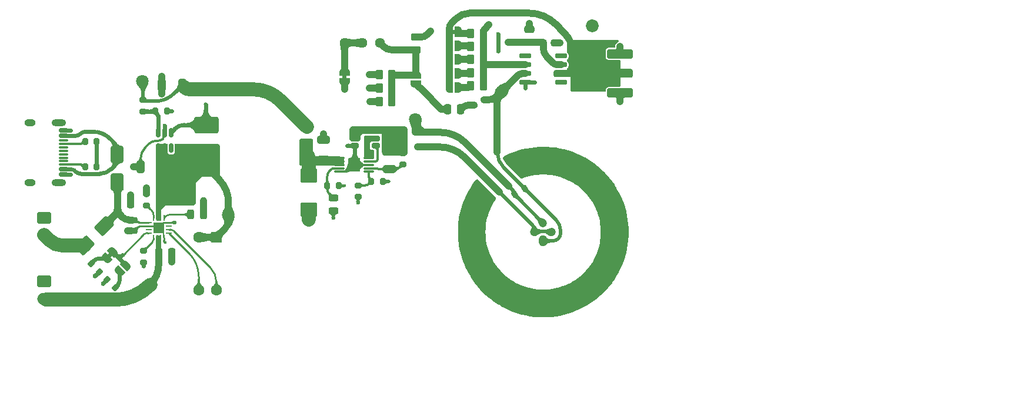
<source format=gbr>
%TF.GenerationSoftware,KiCad,Pcbnew,9.0.2*%
%TF.CreationDate,2025-08-30T11:24:13+06:00*%
%TF.ProjectId,lm399,6c6d3339-392e-46b6-9963-61645f706362,rev?*%
%TF.SameCoordinates,Original*%
%TF.FileFunction,Copper,L1,Top*%
%TF.FilePolarity,Positive*%
%FSLAX46Y46*%
G04 Gerber Fmt 4.6, Leading zero omitted, Abs format (unit mm)*
G04 Created by KiCad (PCBNEW 9.0.2) date 2025-08-30 11:24:13*
%MOMM*%
%LPD*%
G01*
G04 APERTURE LIST*
G04 Aperture macros list*
%AMRoundRect*
0 Rectangle with rounded corners*
0 $1 Rounding radius*
0 $2 $3 $4 $5 $6 $7 $8 $9 X,Y pos of 4 corners*
0 Add a 4 corners polygon primitive as box body*
4,1,4,$2,$3,$4,$5,$6,$7,$8,$9,$2,$3,0*
0 Add four circle primitives for the rounded corners*
1,1,$1+$1,$2,$3*
1,1,$1+$1,$4,$5*
1,1,$1+$1,$6,$7*
1,1,$1+$1,$8,$9*
0 Add four rect primitives between the rounded corners*
20,1,$1+$1,$2,$3,$4,$5,0*
20,1,$1+$1,$4,$5,$6,$7,0*
20,1,$1+$1,$6,$7,$8,$9,0*
20,1,$1+$1,$8,$9,$2,$3,0*%
%AMFreePoly0*
4,1,23,0.500000,-0.750000,0.000000,-0.750000,0.000000,-0.745722,-0.065263,-0.745722,-0.191342,-0.711940,-0.304381,-0.646677,-0.396677,-0.554381,-0.461940,-0.441342,-0.495722,-0.315263,-0.495722,-0.250000,-0.500000,-0.250000,-0.500000,0.250000,-0.495722,0.250000,-0.495722,0.315263,-0.461940,0.441342,-0.396677,0.554381,-0.304381,0.646677,-0.191342,0.711940,-0.065263,0.745722,0.000000,0.745722,
0.000000,0.750000,0.500000,0.750000,0.500000,-0.750000,0.500000,-0.750000,$1*%
%AMFreePoly1*
4,1,23,0.000000,0.745722,0.065263,0.745722,0.191342,0.711940,0.304381,0.646677,0.396677,0.554381,0.461940,0.441342,0.495722,0.315263,0.495722,0.250000,0.500000,0.250000,0.500000,-0.250000,0.495722,-0.250000,0.495722,-0.315263,0.461940,-0.441342,0.396677,-0.554381,0.304381,-0.646677,0.191342,-0.711940,0.065263,-0.745722,0.000000,-0.745722,0.000000,-0.750000,-0.500000,-0.750000,
-0.500000,0.750000,0.000000,0.750000,0.000000,0.745722,0.000000,0.745722,$1*%
G04 Aperture macros list end*
%TA.AperFunction,NonConductor*%
%ADD10C,0.000000*%
%TD*%
%TA.AperFunction,EtchedComponent*%
%ADD11C,0.000000*%
%TD*%
%TA.AperFunction,SMDPad,CuDef*%
%ADD12RoundRect,0.250000X-0.262500X-0.450000X0.262500X-0.450000X0.262500X0.450000X-0.262500X0.450000X0*%
%TD*%
%TA.AperFunction,SMDPad,CuDef*%
%ADD13RoundRect,0.250000X0.650000X-0.325000X0.650000X0.325000X-0.650000X0.325000X-0.650000X-0.325000X0*%
%TD*%
%TA.AperFunction,SMDPad,CuDef*%
%ADD14RoundRect,0.200000X-0.275000X0.200000X-0.275000X-0.200000X0.275000X-0.200000X0.275000X0.200000X0*%
%TD*%
%TA.AperFunction,SMDPad,CuDef*%
%ADD15RoundRect,0.062500X0.062500X-0.375000X0.062500X0.375000X-0.062500X0.375000X-0.062500X-0.375000X0*%
%TD*%
%TA.AperFunction,SMDPad,CuDef*%
%ADD16RoundRect,0.062500X0.375000X-0.062500X0.375000X0.062500X-0.375000X0.062500X-0.375000X-0.062500X0*%
%TD*%
%TA.AperFunction,HeatsinkPad*%
%ADD17C,0.500000*%
%TD*%
%TA.AperFunction,HeatsinkPad*%
%ADD18R,1.600000X1.600000*%
%TD*%
%TA.AperFunction,SMDPad,CuDef*%
%ADD19RoundRect,0.243750X0.456250X-0.243750X0.456250X0.243750X-0.456250X0.243750X-0.456250X-0.243750X0*%
%TD*%
%TA.AperFunction,SMDPad,CuDef*%
%ADD20FreePoly0,180.000000*%
%TD*%
%TA.AperFunction,SMDPad,CuDef*%
%ADD21FreePoly1,180.000000*%
%TD*%
%TA.AperFunction,SMDPad,CuDef*%
%ADD22RoundRect,0.200000X-0.335876X-0.053033X-0.053033X-0.335876X0.335876X0.053033X0.053033X0.335876X0*%
%TD*%
%TA.AperFunction,ComponentPad*%
%ADD23C,1.800000*%
%TD*%
%TA.AperFunction,SMDPad,CuDef*%
%ADD24FreePoly0,0.000000*%
%TD*%
%TA.AperFunction,SMDPad,CuDef*%
%ADD25FreePoly1,0.000000*%
%TD*%
%TA.AperFunction,SMDPad,CuDef*%
%ADD26RoundRect,0.200000X0.275000X-0.200000X0.275000X0.200000X-0.275000X0.200000X-0.275000X-0.200000X0*%
%TD*%
%TA.AperFunction,SMDPad,CuDef*%
%ADD27RoundRect,0.250000X0.247487X1.166726X-1.166726X-0.247487X-0.247487X-1.166726X1.166726X0.247487X0*%
%TD*%
%TA.AperFunction,SMDPad,CuDef*%
%ADD28RoundRect,0.250000X1.500000X-0.925000X1.500000X0.925000X-1.500000X0.925000X-1.500000X-0.925000X0*%
%TD*%
%TA.AperFunction,SMDPad,CuDef*%
%ADD29RoundRect,0.218750X-0.381250X0.218750X-0.381250X-0.218750X0.381250X-0.218750X0.381250X0.218750X0*%
%TD*%
%TA.AperFunction,SMDPad,CuDef*%
%ADD30RoundRect,0.200000X0.041601X0.337482X-0.308247X0.143558X-0.041601X-0.337482X0.308247X-0.143558X0*%
%TD*%
%TA.AperFunction,SMDPad,CuDef*%
%ADD31FreePoly0,270.000000*%
%TD*%
%TA.AperFunction,SMDPad,CuDef*%
%ADD32FreePoly1,270.000000*%
%TD*%
%TA.AperFunction,SMDPad,CuDef*%
%ADD33RoundRect,0.250000X0.325000X0.650000X-0.325000X0.650000X-0.325000X-0.650000X0.325000X-0.650000X0*%
%TD*%
%TA.AperFunction,SMDPad,CuDef*%
%ADD34RoundRect,0.200000X0.335876X0.053033X0.053033X0.335876X-0.335876X-0.053033X-0.053033X-0.335876X0*%
%TD*%
%TA.AperFunction,SMDPad,CuDef*%
%ADD35C,1.000000*%
%TD*%
%TA.AperFunction,ComponentPad*%
%ADD36O,1.200000X1.600000*%
%TD*%
%TA.AperFunction,ComponentPad*%
%ADD37C,1.200000*%
%TD*%
%TA.AperFunction,SMDPad,CuDef*%
%ADD38FreePoly0,90.000000*%
%TD*%
%TA.AperFunction,SMDPad,CuDef*%
%ADD39FreePoly1,90.000000*%
%TD*%
%TA.AperFunction,SMDPad,CuDef*%
%ADD40RoundRect,0.250000X0.262500X0.450000X-0.262500X0.450000X-0.262500X-0.450000X0.262500X-0.450000X0*%
%TD*%
%TA.AperFunction,SMDPad,CuDef*%
%ADD41FreePoly0,45.000000*%
%TD*%
%TA.AperFunction,SMDPad,CuDef*%
%ADD42FreePoly1,45.000000*%
%TD*%
%TA.AperFunction,SMDPad,CuDef*%
%ADD43RoundRect,0.075000X-0.650000X-0.075000X0.650000X-0.075000X0.650000X0.075000X-0.650000X0.075000X0*%
%TD*%
%TA.AperFunction,HeatsinkPad*%
%ADD44R,1.680000X1.880000*%
%TD*%
%TA.AperFunction,SMDPad,CuDef*%
%ADD45RoundRect,0.225000X-0.225000X-0.250000X0.225000X-0.250000X0.225000X0.250000X-0.225000X0.250000X0*%
%TD*%
%TA.AperFunction,SMDPad,CuDef*%
%ADD46RoundRect,0.250000X1.350000X-0.385000X1.350000X0.385000X-1.350000X0.385000X-1.350000X-0.385000X0*%
%TD*%
%TA.AperFunction,SMDPad,CuDef*%
%ADD47RoundRect,0.250000X1.600000X-0.425000X1.600000X0.425000X-1.600000X0.425000X-1.600000X-0.425000X0*%
%TD*%
%TA.AperFunction,SMDPad,CuDef*%
%ADD48RoundRect,0.150000X-0.500000X0.150000X-0.500000X-0.150000X0.500000X-0.150000X0.500000X0.150000X0*%
%TD*%
%TA.AperFunction,SMDPad,CuDef*%
%ADD49RoundRect,0.075000X-0.575000X0.075000X-0.575000X-0.075000X0.575000X-0.075000X0.575000X0.075000X0*%
%TD*%
%TA.AperFunction,HeatsinkPad*%
%ADD50O,2.100000X1.000000*%
%TD*%
%TA.AperFunction,HeatsinkPad*%
%ADD51O,1.600000X1.000000*%
%TD*%
%TA.AperFunction,SMDPad,CuDef*%
%ADD52RoundRect,0.200000X0.200000X0.275000X-0.200000X0.275000X-0.200000X-0.275000X0.200000X-0.275000X0*%
%TD*%
%TA.AperFunction,SMDPad,CuDef*%
%ADD53RoundRect,0.225000X-0.250000X0.225000X-0.250000X-0.225000X0.250000X-0.225000X0.250000X0.225000X0*%
%TD*%
%TA.AperFunction,SMDPad,CuDef*%
%ADD54RoundRect,0.200000X-0.035705X-0.338157X0.310705X-0.138157X0.035705X0.338157X-0.310705X0.138157X0*%
%TD*%
%TA.AperFunction,ComponentPad*%
%ADD55RoundRect,0.250000X0.675000X-0.675000X0.675000X0.675000X-0.675000X0.675000X-0.675000X-0.675000X0*%
%TD*%
%TA.AperFunction,ComponentPad*%
%ADD56C,1.850000*%
%TD*%
%TA.AperFunction,SMDPad,CuDef*%
%ADD57RoundRect,0.250000X0.475000X-0.250000X0.475000X0.250000X-0.475000X0.250000X-0.475000X-0.250000X0*%
%TD*%
%TA.AperFunction,SMDPad,CuDef*%
%ADD58RoundRect,0.150000X-0.150000X0.512500X-0.150000X-0.512500X0.150000X-0.512500X0.150000X0.512500X0*%
%TD*%
%TA.AperFunction,SMDPad,CuDef*%
%ADD59RoundRect,0.200000X-0.200000X-0.275000X0.200000X-0.275000X0.200000X0.275000X-0.200000X0.275000X0*%
%TD*%
%TA.AperFunction,ComponentPad*%
%ADD60RoundRect,0.250000X-0.550000X0.550000X-0.550000X-0.550000X0.550000X-0.550000X0.550000X0.550000X0*%
%TD*%
%TA.AperFunction,ComponentPad*%
%ADD61C,1.600000*%
%TD*%
%TA.AperFunction,SMDPad,CuDef*%
%ADD62RoundRect,0.150000X-0.725000X-0.150000X0.725000X-0.150000X0.725000X0.150000X-0.725000X0.150000X0*%
%TD*%
%TA.AperFunction,ComponentPad*%
%ADD63C,1.440000*%
%TD*%
%TA.AperFunction,SMDPad,CuDef*%
%ADD64RoundRect,0.243750X-0.243750X-0.456250X0.243750X-0.456250X0.243750X0.456250X-0.243750X0.456250X0*%
%TD*%
%TA.AperFunction,ComponentPad*%
%ADD65RoundRect,0.250000X-0.750000X0.600000X-0.750000X-0.600000X0.750000X-0.600000X0.750000X0.600000X0*%
%TD*%
%TA.AperFunction,ComponentPad*%
%ADD66O,2.000000X1.700000*%
%TD*%
%TA.AperFunction,SMDPad,CuDef*%
%ADD67RoundRect,0.250000X0.650000X-1.000000X0.650000X1.000000X-0.650000X1.000000X-0.650000X-1.000000X0*%
%TD*%
%TA.AperFunction,SMDPad,CuDef*%
%ADD68RoundRect,0.250000X-0.250000X-0.475000X0.250000X-0.475000X0.250000X0.475000X-0.250000X0.475000X0*%
%TD*%
%TA.AperFunction,SMDPad,CuDef*%
%ADD69RoundRect,0.250000X0.250000X0.475000X-0.250000X0.475000X-0.250000X-0.475000X0.250000X-0.475000X0*%
%TD*%
%TA.AperFunction,SMDPad,CuDef*%
%ADD70RoundRect,0.250000X-0.450000X0.262500X-0.450000X-0.262500X0.450000X-0.262500X0.450000X0.262500X0*%
%TD*%
%TA.AperFunction,SMDPad,CuDef*%
%ADD71RoundRect,0.112500X-0.212132X0.053033X0.053033X-0.212132X0.212132X-0.053033X-0.053033X0.212132X0*%
%TD*%
%TA.AperFunction,SMDPad,CuDef*%
%ADD72RoundRect,0.250000X-0.945000X0.785000X-0.945000X-0.785000X0.945000X-0.785000X0.945000X0.785000X0*%
%TD*%
%TA.AperFunction,SMDPad,CuDef*%
%ADD73RoundRect,0.173913X0.401087X0.226087X-0.401087X0.226087X-0.401087X-0.226087X0.401087X-0.226087X0*%
%TD*%
%TA.AperFunction,ViaPad*%
%ADD74C,0.600000*%
%TD*%
%TA.AperFunction,ViaPad*%
%ADD75C,0.450000*%
%TD*%
%TA.AperFunction,Conductor*%
%ADD76C,0.250000*%
%TD*%
%TA.AperFunction,Conductor*%
%ADD77C,0.600000*%
%TD*%
%TA.AperFunction,Conductor*%
%ADD78C,1.000000*%
%TD*%
%TA.AperFunction,Conductor*%
%ADD79C,0.300000*%
%TD*%
%TA.AperFunction,Conductor*%
%ADD80C,0.200000*%
%TD*%
%TA.AperFunction,Conductor*%
%ADD81C,2.000000*%
%TD*%
%TA.AperFunction,Conductor*%
%ADD82C,0.500000*%
%TD*%
G04 APERTURE END LIST*
D10*
%TA.AperFunction,NonConductor*%
G36*
X180490000Y-101030000D02*
G01*
X180489835Y-101029995D01*
X180490164Y-101029995D01*
X180490000Y-101030000D01*
G37*
%TD.AperFunction*%
D11*
%TA.AperFunction,EtchedComponent*%
%TO.C,JP5*%
G36*
X102200000Y-47650000D02*
G01*
X101700000Y-47650000D01*
X101700000Y-47050000D01*
X102200000Y-47050000D01*
X102200000Y-47650000D01*
G37*
%TD.AperFunction*%
%TA.AperFunction,EtchedComponent*%
%TO.C,JP3*%
G36*
X86500000Y-54100000D02*
G01*
X85900000Y-54100000D01*
X85900000Y-53600000D01*
X86500000Y-53600000D01*
X86500000Y-54100000D01*
G37*
%TD.AperFunction*%
%TA.AperFunction,EtchedComponent*%
%TO.C,JP1*%
G36*
X52788909Y-79585355D02*
G01*
X52435355Y-79938909D01*
X52011091Y-79514645D01*
X52364645Y-79161091D01*
X52788909Y-79585355D01*
G37*
%TD.AperFunction*%
%TD*%
D12*
%TO.P,R18,1*%
%TO.N,GND*%
X91200000Y-57450000D03*
%TO.P,R18,2*%
%TO.N,Net-(JP4-B)*%
X93025000Y-57450000D03*
%TD*%
D13*
%TO.P,C5,1*%
%TO.N,Net-(U2-SET)*%
X92700000Y-67125000D03*
%TO.P,C5,2*%
%TO.N,GND*%
X92700000Y-64175000D03*
%TD*%
D14*
%TO.P,R7,1*%
%TO.N,Net-(U2-PGFB)*%
X88150000Y-69475000D03*
%TO.P,R7,2*%
%TO.N,GND*%
X88150000Y-71125000D03*
%TD*%
D15*
%TO.P,U3,1,TS*%
%TO.N,Net-(U3-TS)*%
X58712500Y-77037500D03*
%TO.P,U3,2,BAT*%
%TO.N,+BATT*%
X59212500Y-77037500D03*
%TO.P,U3,3,BAT*%
X59712500Y-77037500D03*
%TO.P,U3,4,~{CE}*%
%TO.N,GND*%
X60212500Y-77037500D03*
D16*
%TO.P,U3,5,EN2*%
%TO.N,Net-(U3-EN2)*%
X60900000Y-76350000D03*
%TO.P,U3,6,EN1*%
%TO.N,Net-(U3-EN1)*%
X60900000Y-75850000D03*
%TO.P,U3,7,~{PGOOD}*%
%TO.N,unconnected-(U3-~{PGOOD}-Pad7)*%
X60900000Y-75350000D03*
%TO.P,U3,8,VSS*%
%TO.N,GND*%
X60900000Y-74850000D03*
D15*
%TO.P,U3,9,~{CHG}*%
%TO.N,Net-(D5-K)*%
X60212500Y-74162500D03*
%TO.P,U3,10,OUT*%
%TO.N,VDD*%
X59712500Y-74162500D03*
%TO.P,U3,11,OUT*%
X59212500Y-74162500D03*
%TO.P,U3,12,ILIM*%
%TO.N,Net-(U3-ILIM)*%
X58712500Y-74162500D03*
D16*
%TO.P,U3,13,IN*%
%TO.N,VCC*%
X58025000Y-74850000D03*
%TO.P,U3,14,TMR*%
%TO.N,GND*%
X58025000Y-75350000D03*
%TO.P,U3,15,ITERM*%
%TO.N,unconnected-(U3-ITERM-Pad15)*%
X58025000Y-75850000D03*
%TO.P,U3,16,ISET*%
%TO.N,Net-(JP1-B)*%
X58025000Y-76350000D03*
D17*
%TO.P,U3,17,VSS*%
%TO.N,GND*%
X58962500Y-76100000D03*
X59962500Y-76100000D03*
D18*
X59462500Y-75600000D03*
D17*
X58962500Y-75100000D03*
X59962500Y-75100000D03*
%TD*%
D19*
%TO.P,D4,1,K*%
%TO.N,GND*%
X84600000Y-73187500D03*
%TO.P,D4,2,A*%
%TO.N,Net-(D4-A)*%
X84600000Y-71312500D03*
%TD*%
D20*
%TO.P,JP7,1,A*%
%TO.N,Net-(JP7-A)*%
X102600000Y-51350000D03*
D21*
%TO.P,JP7,2,B*%
%TO.N,+10V*%
X101300000Y-51350000D03*
%TD*%
D22*
%TO.P,R10,1*%
%TO.N,Net-(JP1-A)*%
X49716637Y-80766637D03*
%TO.P,R10,2*%
%TO.N,GND*%
X50883363Y-81933363D03*
%TD*%
D23*
%TO.P,TP5,1,1*%
%TO.N,Net-(U5-+)*%
X108800707Y-55950000D03*
%TD*%
D24*
%TO.P,JP5,1,A*%
%TO.N,+10V*%
X101300000Y-47350000D03*
D25*
%TO.P,JP5,2,B*%
%TO.N,Net-(JP5-B)*%
X102600000Y-47350000D03*
%TD*%
D26*
%TO.P,R5,1*%
%TO.N,Net-(U2-SET)*%
X94600000Y-66475000D03*
%TO.P,R5,2*%
%TO.N,GND*%
X94600000Y-64825000D03*
%TD*%
D27*
%TO.P,D2,1,K*%
%TO.N,VCC*%
X51614214Y-75335786D03*
%TO.P,D2,2,A*%
%TO.N,Net-(D2-A)*%
X48785786Y-78164214D03*
%TD*%
D28*
%TO.P,L1,1*%
%TO.N,VDD*%
X66300000Y-66825000D03*
%TO.P,L1,2*%
%TO.N,Net-(D3-A)*%
X66300000Y-60775000D03*
%TD*%
D29*
%TO.P,FB1,1*%
%TO.N,Net-(D3-K)*%
X80800000Y-61087500D03*
%TO.P,FB1,2*%
%TO.N,+16V*%
X80800000Y-63212500D03*
%TD*%
D20*
%TO.P,JP9,1,A*%
%TO.N,Net-(JP9-A)*%
X102600000Y-55350000D03*
D21*
%TO.P,JP9,2,B*%
%TO.N,+10V*%
X101300000Y-55350000D03*
%TD*%
D30*
%TO.P,R15,1*%
%TO.N,Net-(U5-+)*%
X106321561Y-57150033D03*
%TO.P,R15,2*%
%TO.N,Net-(C10-Pad1)*%
X104878439Y-57949967D03*
%TD*%
D14*
%TO.P,R13,1*%
%TO.N,Net-(U3-TS)*%
X57300000Y-78925000D03*
%TO.P,R13,2*%
%TO.N,GND*%
X57300000Y-80575000D03*
%TD*%
D23*
%TO.P,TP2,1,1*%
%TO.N,Net-(D3-K)*%
X57100000Y-54450000D03*
%TD*%
D31*
%TO.P,JP3,1,A*%
%TO.N,Net-(JP3-A)*%
X86200000Y-53200000D03*
D32*
%TO.P,JP3,2,B*%
%TO.N,GND*%
X86200000Y-54500000D03*
%TD*%
D33*
%TO.P,C1,1*%
%TO.N,VDD*%
X59775000Y-66800000D03*
%TO.P,C1,2*%
%TO.N,GND*%
X56825000Y-66800000D03*
%TD*%
D34*
%TO.P,R11,1*%
%TO.N,Net-(JP2-A)*%
X53183363Y-84233363D03*
%TO.P,R11,2*%
%TO.N,GND*%
X52016637Y-83066637D03*
%TD*%
D35*
%TO.P,TP6,1,1*%
%TO.N,+10V*%
X121400000Y-53350000D03*
%TD*%
D36*
%TO.P,U4,1*%
%TO.N,Net-(U5-+)*%
X114800000Y-77490000D03*
D37*
%TO.P,U4,2*%
%TO.N,GND*%
X116070000Y-76220000D03*
%TO.P,U4,3*%
%TO.N,+15V*%
X114800000Y-74950000D03*
%TO.P,U4,4*%
%TO.N,GND*%
X113530000Y-76220000D03*
%TD*%
D38*
%TO.P,JP4,1,A*%
%TO.N,GND*%
X96500000Y-54900000D03*
D39*
%TO.P,JP4,2,B*%
%TO.N,Net-(JP4-B)*%
X96500000Y-53600000D03*
%TD*%
D13*
%TO.P,C4,1*%
%TO.N,+16V*%
X83200000Y-65825000D03*
%TO.P,C4,2*%
%TO.N,GND*%
X83200000Y-62875000D03*
%TD*%
D40*
%TO.P,R24,1*%
%TO.N,Net-(U5--)*%
X106200000Y-55150000D03*
%TO.P,R24,2*%
%TO.N,Net-(JP9-A)*%
X104375000Y-55150000D03*
%TD*%
D41*
%TO.P,JP1,1,A*%
%TO.N,Net-(JP1-A)*%
X51940381Y-80009619D03*
D42*
%TO.P,JP1,2,B*%
%TO.N,Net-(JP1-B)*%
X52859619Y-79090381D03*
%TD*%
D12*
%TO.P,R16,1*%
%TO.N,GND*%
X91187500Y-53550000D03*
%TO.P,R16,2*%
%TO.N,Net-(JP4-B)*%
X93012500Y-53550000D03*
%TD*%
%TO.P,R17,1*%
%TO.N,GND*%
X91187500Y-55500000D03*
%TO.P,R17,2*%
%TO.N,Net-(JP4-B)*%
X93012500Y-55500000D03*
%TD*%
D43*
%TO.P,U2,1,IN*%
%TO.N,+16V*%
X85430000Y-65520000D03*
%TO.P,U2,2,IN*%
X85430000Y-66020000D03*
%TO.P,U2,3,EN/UV*%
X85430000Y-66520000D03*
%TO.P,U2,4,PG*%
%TO.N,Net-(D4-A)*%
X85430000Y-67020000D03*
%TO.P,U2,5,ILIM*%
%TO.N,GND*%
X85430000Y-67520000D03*
%TO.P,U2,6,PGFB*%
%TO.N,Net-(U2-PGFB)*%
X89730000Y-67520000D03*
%TO.P,U2,7,SET*%
%TO.N,Net-(U2-SET)*%
X89730000Y-67020000D03*
%TO.P,U2,8,GND*%
%TO.N,GND*%
X89730000Y-66520000D03*
%TO.P,U2,9,OUTS*%
%TO.N,+15V*%
X89730000Y-66020000D03*
%TO.P,U2,10,OUT*%
X89730000Y-65520000D03*
D17*
%TO.P,U2,11,GND*%
%TO.N,GND*%
X87080000Y-65920000D03*
X87080000Y-67120000D03*
D44*
X87580000Y-66520000D03*
D17*
X88080000Y-65920000D03*
X88080000Y-67120000D03*
%TD*%
D40*
%TO.P,R23,1*%
%TO.N,Net-(U5--)*%
X106200000Y-53250000D03*
%TO.P,R23,2*%
%TO.N,Net-(JP8-A)*%
X104375000Y-53250000D03*
%TD*%
D45*
%TO.P,C12,1*%
%TO.N,+15V*%
X114825000Y-48950000D03*
%TO.P,C12,2*%
%TO.N,GND*%
X116375000Y-48950000D03*
%TD*%
D46*
%TO.P,J3,1,In*%
%TO.N,+10V*%
X126100000Y-53350000D03*
D47*
%TO.P,J3,2,Ext*%
%TO.N,GND*%
X125850000Y-50525000D03*
X125850000Y-56175000D03*
%TD*%
D48*
%TO.P,J1,A1,GND*%
%TO.N,GND*%
X45745000Y-61550000D03*
%TO.P,J1,A4,VBUS*%
%TO.N,Net-(D1-A)*%
X45745000Y-62350000D03*
D49*
%TO.P,J1,A5,CC1*%
%TO.N,Net-(J1-CC1)*%
X45745000Y-63500000D03*
%TO.P,J1,A6,D+*%
%TO.N,unconnected-(J1-D+-PadA6)*%
X45745000Y-64500000D03*
%TO.P,J1,A7,D-*%
%TO.N,unconnected-(J1-D--PadA7)*%
X45745000Y-65000000D03*
%TO.P,J1,A8,SBU1*%
%TO.N,unconnected-(J1-SBU1-PadA8)*%
X45745000Y-66000000D03*
D48*
%TO.P,J1,A9,VBUS*%
%TO.N,Net-(D1-A)*%
X45745000Y-67150000D03*
%TO.P,J1,A12,GND*%
%TO.N,GND*%
X45745000Y-67950000D03*
%TO.P,J1,B1,GND*%
X45745000Y-67950000D03*
%TO.P,J1,B4,VBUS*%
%TO.N,Net-(D1-A)*%
X45745000Y-67150000D03*
D49*
%TO.P,J1,B5,CC2*%
%TO.N,Net-(J1-CC2)*%
X45745000Y-66500000D03*
%TO.P,J1,B6,D+*%
%TO.N,unconnected-(J1-D+-PadB6)*%
X45745000Y-65500000D03*
%TO.P,J1,B7,D-*%
%TO.N,unconnected-(J1-D--PadB7)*%
X45745000Y-64000000D03*
%TO.P,J1,B8,SBU2*%
%TO.N,unconnected-(J1-SBU2-PadB8)*%
X45745000Y-63000000D03*
D48*
%TO.P,J1,B9,VBUS*%
%TO.N,Net-(D1-A)*%
X45745000Y-62350000D03*
%TO.P,J1,B12,GND*%
%TO.N,GND*%
X45745000Y-61550000D03*
D50*
%TO.P,J1,S1,SHIELD*%
X45105000Y-60430000D03*
D51*
X40925000Y-60430000D03*
D50*
X45105000Y-69070000D03*
D51*
X40925000Y-69070000D03*
%TD*%
D40*
%TO.P,R21,1*%
%TO.N,Net-(U5--)*%
X106200000Y-49450000D03*
%TO.P,R21,2*%
%TO.N,Net-(JP6-A)*%
X104375000Y-49450000D03*
%TD*%
D23*
%TO.P,TP4,1,1*%
%TO.N,+15V*%
X96400000Y-59950000D03*
%TD*%
D52*
%TO.P,R6,1*%
%TO.N,+15V*%
X91725000Y-68950000D03*
%TO.P,R6,2*%
%TO.N,Net-(U2-PGFB)*%
X90075000Y-68950000D03*
%TD*%
D53*
%TO.P,C8,1*%
%TO.N,VCC*%
X55900000Y-74475000D03*
%TO.P,C8,2*%
%TO.N,GND*%
X55900000Y-76025000D03*
%TD*%
D54*
%TO.P,R14,1*%
%TO.N,+15V*%
X110685530Y-70762499D03*
%TO.P,R14,2*%
%TO.N,Net-(U5-+)*%
X112114470Y-69937501D03*
%TD*%
D55*
%TO.P,J4,1,Pin_1*%
%TO.N,+10V*%
X121900000Y-50650000D03*
D56*
%TO.P,J4,2,Pin_2*%
%TO.N,GND*%
X121900000Y-46450000D03*
%TD*%
D57*
%TO.P,C11,1*%
%TO.N,+15V*%
X112800000Y-48900000D03*
%TO.P,C11,2*%
%TO.N,GND*%
X112800000Y-47000000D03*
%TD*%
D58*
%TO.P,U1,1,SW*%
%TO.N,Net-(D3-A)*%
X61250000Y-61862500D03*
%TO.P,U1,2,GND*%
%TO.N,GND*%
X60300000Y-61862500D03*
%TO.P,U1,3,FB*%
%TO.N,Net-(U1-FB)*%
X59350000Y-61862500D03*
%TO.P,U1,4,EN*%
%TO.N,VDD*%
X59350000Y-64137500D03*
%TO.P,U1,5,IN*%
X60300000Y-64137500D03*
%TO.P,U1,6,OC*%
%TO.N,unconnected-(U1-OC-Pad6)*%
X61250000Y-64137500D03*
%TD*%
D23*
%TO.P,TP1,1,1*%
%TO.N,VDD*%
X69500000Y-73750000D03*
%TD*%
D52*
%TO.P,R8,1*%
%TO.N,+15V*%
X85375000Y-69550000D03*
%TO.P,R8,2*%
%TO.N,Net-(D4-A)*%
X83725000Y-69550000D03*
%TD*%
D59*
%TO.P,R2,1*%
%TO.N,Net-(J1-CC1)*%
X48875000Y-63150000D03*
%TO.P,R2,2*%
%TO.N,GND*%
X50525000Y-63150000D03*
%TD*%
D20*
%TO.P,JP6,1,A*%
%TO.N,Net-(JP6-A)*%
X102600000Y-49350000D03*
D21*
%TO.P,JP6,2,B*%
%TO.N,+10V*%
X101300000Y-49350000D03*
%TD*%
D60*
%TO.P,SW1,1*%
%TO.N,VDD*%
X67757500Y-76982500D03*
D61*
%TO.P,SW1,2*%
X65217500Y-76982500D03*
%TO.P,SW1,3*%
%TO.N,Net-(U3-EN2)*%
X65217500Y-84602500D03*
%TO.P,SW1,4*%
%TO.N,Net-(U3-EN1)*%
X67757500Y-84602500D03*
%TD*%
D62*
%TO.P,U5,1,OFF*%
%TO.N,unconnected-(U5-OFF-Pad1)*%
X112225000Y-50845000D03*
%TO.P,U5,2,-*%
%TO.N,Net-(U5--)*%
X112225000Y-52115000D03*
%TO.P,U5,3,+*%
%TO.N,Net-(U5-+)*%
X112225000Y-53385000D03*
%TO.P,U5,4,V-*%
%TO.N,GND*%
X112225000Y-54655000D03*
%TO.P,U5,5,NC*%
%TO.N,unconnected-(U5-NC-Pad5)*%
X117375000Y-54655000D03*
%TO.P,U5,6*%
%TO.N,+10V*%
X117375000Y-53385000D03*
%TO.P,U5,7,V+*%
%TO.N,+15V*%
X117375000Y-52115000D03*
%TO.P,U5,8,OFF*%
%TO.N,unconnected-(U5-OFF-Pad8)*%
X117375000Y-50845000D03*
%TD*%
D63*
%TO.P,RV1,1,1*%
%TO.N,Net-(JP3-A)*%
X86220000Y-48950000D03*
%TO.P,RV1,2,2*%
X88760000Y-48950000D03*
%TO.P,RV1,3,3*%
%TO.N,Net-(JP4-B)*%
X91300000Y-48950000D03*
%TD*%
D41*
%TO.P,JP2,1,A*%
%TO.N,Net-(JP2-A)*%
X53840381Y-81909619D03*
D42*
%TO.P,JP2,2,B*%
%TO.N,Net-(JP1-B)*%
X54759619Y-80990381D03*
%TD*%
D59*
%TO.P,R12,1*%
%TO.N,VDD*%
X64275000Y-71750000D03*
%TO.P,R12,2*%
%TO.N,Net-(D5-A)*%
X65925000Y-71750000D03*
%TD*%
D64*
%TO.P,D5,1,K*%
%TO.N,Net-(D5-K)*%
X64062500Y-73700000D03*
%TO.P,D5,2,A*%
%TO.N,Net-(D5-A)*%
X65937500Y-73700000D03*
%TD*%
D65*
%TO.P,J2,1,Pin_1*%
%TO.N,GND*%
X43000000Y-74150000D03*
D66*
%TO.P,J2,2,Pin_2*%
%TO.N,Net-(D2-A)*%
X43000000Y-76650000D03*
%TD*%
D67*
%TO.P,D1,1,K*%
%TO.N,VCC*%
X53500000Y-69050000D03*
%TO.P,D1,2,A*%
%TO.N,Net-(D1-A)*%
X53500000Y-65050000D03*
%TD*%
D65*
%TO.P,J5,1,Pin_1*%
%TO.N,GND*%
X43000000Y-83350000D03*
D66*
%TO.P,J5,2,Pin_2*%
%TO.N,+BATT*%
X43000000Y-85850000D03*
%TD*%
D26*
%TO.P,R4,1*%
%TO.N,Net-(U1-FB)*%
X57200000Y-58825000D03*
%TO.P,R4,2*%
%TO.N,Net-(D3-K)*%
X57200000Y-57175000D03*
%TD*%
D33*
%TO.P,C2,1*%
%TO.N,Net-(D3-K)*%
X62875000Y-55050000D03*
%TO.P,C2,2*%
%TO.N,GND*%
X59925000Y-55050000D03*
%TD*%
D68*
%TO.P,C7,1*%
%TO.N,VCC*%
X53550000Y-72050000D03*
%TO.P,C7,2*%
%TO.N,GND*%
X55450000Y-72050000D03*
%TD*%
D69*
%TO.P,C10,1*%
%TO.N,Net-(C10-Pad1)*%
X102950000Y-58550000D03*
%TO.P,C10,2*%
%TO.N,GND*%
X101050000Y-58550000D03*
%TD*%
D23*
%TO.P,TP3,1,1*%
%TO.N,+16V*%
X80800000Y-65150000D03*
%TD*%
D59*
%TO.P,R1,1*%
%TO.N,Net-(J1-CC2)*%
X48875000Y-66850000D03*
%TO.P,R1,2*%
%TO.N,GND*%
X50525000Y-66850000D03*
%TD*%
D20*
%TO.P,JP8,1,A*%
%TO.N,Net-(JP8-A)*%
X102600000Y-53350000D03*
D21*
%TO.P,JP8,2,B*%
%TO.N,+10V*%
X101300000Y-53350000D03*
%TD*%
D70*
%TO.P,R19,1*%
%TO.N,Net-(U5--)*%
X96500000Y-48137500D03*
%TO.P,R19,2*%
%TO.N,Net-(JP4-B)*%
X96500000Y-49962500D03*
%TD*%
D26*
%TO.P,R9,1*%
%TO.N,Net-(U3-ILIM)*%
X57700000Y-72375000D03*
%TO.P,R9,2*%
%TO.N,GND*%
X57700000Y-70725000D03*
%TD*%
D40*
%TO.P,R22,1*%
%TO.N,Net-(U5--)*%
X106200000Y-51350000D03*
%TO.P,R22,2*%
%TO.N,Net-(JP7-A)*%
X104375000Y-51350000D03*
%TD*%
D68*
%TO.P,C9,1*%
%TO.N,+BATT*%
X59450000Y-79250000D03*
%TO.P,C9,2*%
%TO.N,GND*%
X61350000Y-79250000D03*
%TD*%
D71*
%TO.P,D3,1,K*%
%TO.N,Net-(D3-K)*%
X64757538Y-56307538D03*
%TO.P,D3,2,A*%
%TO.N,Net-(D3-A)*%
X66242462Y-57792462D03*
%TD*%
D72*
%TO.P,C3,1*%
%TO.N,+16V*%
X81100000Y-68080000D03*
%TO.P,C3,2*%
%TO.N,GND*%
X81100000Y-73020000D03*
%TD*%
D73*
%TO.P,C6,1*%
%TO.N,+15V*%
X90675000Y-63750000D03*
X90675000Y-62750000D03*
%TO.P,C6,2*%
%TO.N,GND*%
X87700000Y-63750000D03*
X87700000Y-62750000D03*
%TD*%
D40*
%TO.P,R20,1*%
%TO.N,Net-(U5--)*%
X106212500Y-47550000D03*
%TO.P,R20,2*%
%TO.N,Net-(JP5-B)*%
X104387500Y-47550000D03*
%TD*%
D59*
%TO.P,R3,1*%
%TO.N,Net-(U1-FB)*%
X58975000Y-58800000D03*
%TO.P,R3,2*%
%TO.N,GND*%
X60625000Y-58800000D03*
%TD*%
D74*
%TO.N,GND*%
X61350000Y-58800000D03*
D75*
X100050000Y-58400000D03*
D74*
X51466637Y-83616637D03*
X88150000Y-71950000D03*
X57700000Y-69850000D03*
D75*
X89800000Y-53550000D03*
D74*
X55450000Y-70900000D03*
D75*
X117200000Y-48950000D03*
D74*
X61800000Y-74850000D03*
X108300000Y-47650000D03*
X83200000Y-62050000D03*
D75*
X96700000Y-63950000D03*
D74*
X60300000Y-60850000D03*
D75*
X86200000Y-55650000D03*
X113595000Y-54655000D03*
X97900000Y-63950000D03*
D74*
X108300000Y-50150000D03*
D75*
X89800000Y-55500000D03*
D74*
X61350000Y-80500000D03*
X125850000Y-57400000D03*
D75*
X112225000Y-55425000D03*
X60400000Y-77750000D03*
X112800000Y-46150000D03*
D74*
X55025000Y-76025000D03*
D75*
X97550000Y-55900000D03*
D74*
X50266726Y-82550000D03*
X50525000Y-66050000D03*
X46800000Y-67950000D03*
X57300000Y-81150000D03*
X46800000Y-61550000D03*
X55850000Y-66800000D03*
X59925000Y-56325000D03*
X84600000Y-74200000D03*
X125850000Y-49450000D03*
D75*
X89900000Y-57450000D03*
D74*
X81100000Y-74450000D03*
X59925000Y-53775000D03*
X50525000Y-63950000D03*
D75*
X86600000Y-63750000D03*
%TO.N,+15V*%
X89400000Y-62750000D03*
X92600000Y-68950000D03*
X86250000Y-69550000D03*
X89400000Y-63750000D03*
X96400000Y-61850000D03*
X97500000Y-61850000D03*
X109750000Y-48900000D03*
X89400000Y-64850000D03*
X90200000Y-64850000D03*
%TO.N,Net-(U5--)*%
X98600000Y-47250000D03*
X107000000Y-46350000D03*
%TD*%
D76*
%TO.N,GND*%
X60900000Y-74850000D02*
X61800000Y-74850000D01*
D77*
X60300000Y-61945311D02*
X60300000Y-62110936D01*
D78*
X117200000Y-48950000D02*
X116375000Y-48950000D01*
X96700000Y-63950000D02*
X99914034Y-63950000D01*
X96567677Y-54917677D02*
X97550000Y-55900000D01*
D76*
X57052297Y-75350000D02*
X58025000Y-75350000D01*
D78*
X100050000Y-58400000D02*
X100125000Y-58475000D01*
D79*
X60065770Y-62759227D02*
X60037499Y-62787499D01*
D78*
X103728125Y-65678125D02*
X104234375Y-66184375D01*
X100306066Y-58550000D02*
X101050000Y-58550000D01*
D77*
X60300000Y-61857811D02*
X60300000Y-61945311D01*
X112225000Y-54655000D02*
X113595000Y-54655000D01*
D80*
X60849000Y-74901000D02*
X60900000Y-74850000D01*
D78*
X125850000Y-57400000D02*
X125850000Y-56175000D01*
X55450000Y-70900000D02*
X55450000Y-72050000D01*
D77*
X46800000Y-61550000D02*
X45745000Y-61550000D01*
D80*
X59962500Y-75100000D02*
X60161500Y-74901000D01*
D76*
X60400000Y-77750000D02*
X60306250Y-77656250D01*
D77*
X50525000Y-66050000D02*
X50525000Y-66850000D01*
D79*
X56825000Y-65762500D02*
X56825000Y-66800000D01*
D77*
X51466637Y-83616637D02*
X52016637Y-83066637D01*
X50525000Y-66050000D02*
X50525000Y-63950000D01*
D78*
X125850000Y-49450000D02*
X125850000Y-50525000D01*
X59925000Y-53775000D02*
X59925000Y-55050000D01*
D77*
X60300000Y-62110936D02*
X60300000Y-62193749D01*
X60300000Y-61112500D02*
X60300000Y-61214063D01*
D79*
X86855000Y-67345000D02*
X87030000Y-67170000D01*
X59403767Y-63050000D02*
X59137499Y-63050000D01*
D77*
X50266726Y-82550000D02*
X50883363Y-81933363D01*
D80*
X59962500Y-76100000D02*
X60161500Y-76299000D01*
X60161500Y-76299000D02*
X60161500Y-76986500D01*
D78*
X100050000Y-58400000D02*
X97550000Y-55900000D01*
D81*
X81100000Y-74450000D02*
X81100000Y-73020000D01*
D79*
X84600000Y-74200000D02*
X84600000Y-73187500D01*
D82*
X113268370Y-75218370D02*
X108537500Y-70487500D01*
D78*
X89800000Y-55500000D02*
X91187500Y-55500000D01*
D80*
X60161500Y-76986500D02*
X60212500Y-77037500D01*
D79*
X87664852Y-66520000D02*
X89730000Y-66520000D01*
X86432512Y-67520000D02*
X85430000Y-67520000D01*
D78*
X86200000Y-55650000D02*
X86200000Y-54500000D01*
X59925000Y-56325000D02*
X59925000Y-55050000D01*
D76*
X60212500Y-77429917D02*
X60212500Y-77037500D01*
D80*
X60161500Y-74901000D02*
X60849000Y-74901000D01*
D82*
X116022500Y-76172500D02*
X116070000Y-76220000D01*
D78*
X55462500Y-76025000D02*
X55025000Y-76025000D01*
X112800000Y-46150000D02*
X112800000Y-47000000D01*
D77*
X57300000Y-81150000D02*
X57300000Y-80575000D01*
X87700000Y-63750000D02*
X86600000Y-63750000D01*
D78*
X89800000Y-53550000D02*
X91187500Y-53550000D01*
X96525000Y-54900000D02*
X96500000Y-54900000D01*
D82*
X113530000Y-76152824D02*
X113530000Y-75850000D01*
D77*
X108300000Y-50150000D02*
X108300000Y-47650000D01*
X46800000Y-67950000D02*
X45745000Y-67950000D01*
D78*
X106512500Y-68462500D02*
X108537500Y-70487500D01*
D77*
X60300000Y-60937500D02*
X60300000Y-60850000D01*
D79*
X58049219Y-63500779D02*
X57558623Y-63991376D01*
D77*
X87700000Y-63750000D02*
X87700000Y-66315147D01*
X60300000Y-61214063D02*
X60300000Y-61535937D01*
D78*
X89900000Y-57450000D02*
X91200000Y-57450000D01*
X83200000Y-62050000D02*
X83200000Y-62875000D01*
D76*
X58025000Y-75350000D02*
X59212500Y-75350000D01*
D78*
X105246875Y-67196875D02*
X105753125Y-67703125D01*
D77*
X60300000Y-61535937D02*
X60300000Y-61857811D01*
D78*
X104740625Y-66690625D02*
X105246875Y-67196875D01*
D79*
X88150000Y-71950000D02*
X88150000Y-71125000D01*
D77*
X61350000Y-58800000D02*
X60625000Y-58800000D01*
D82*
X115907824Y-76125000D02*
X113692175Y-76125000D01*
D78*
X55850000Y-66800000D02*
X56825000Y-66800000D01*
D77*
X50525000Y-63950000D02*
X50525000Y-63150000D01*
D76*
X56237500Y-75687500D02*
X56209359Y-75715640D01*
D78*
X104740625Y-66690625D02*
X104234375Y-66184375D01*
X57700000Y-69850000D02*
X57700000Y-70725000D01*
X61350000Y-80500000D02*
X61350000Y-79250000D01*
X105753125Y-67703125D02*
X106512500Y-68462500D01*
D77*
X112225000Y-54655000D02*
X112225000Y-55425000D01*
D78*
X103728125Y-65678125D02*
X103475000Y-65425000D01*
D77*
X60300000Y-60937500D02*
X60300000Y-61112500D01*
D76*
X59212500Y-75350000D02*
X59462500Y-75600000D01*
D78*
X96567677Y-54917677D02*
G75*
G03*
X96525000Y-54900013I-42677J-42723D01*
G01*
D82*
X113530000Y-76152824D02*
G75*
G03*
X113577458Y-76172458I27800J24D01*
G01*
D76*
X60306250Y-77656250D02*
G75*
G02*
X60212493Y-77429917I226350J226350D01*
G01*
D82*
X116022500Y-76172500D02*
G75*
G03*
X115907824Y-76124990I-114700J-114700D01*
G01*
X113577500Y-76172500D02*
G75*
G02*
X113692175Y-76124990I114700J-114700D01*
G01*
X113530000Y-75850000D02*
G75*
G03*
X113268378Y-75218362I-893300J0D01*
G01*
D76*
X56237500Y-75687500D02*
G75*
G02*
X57052297Y-75349999I814800J-814800D01*
G01*
D79*
X60065770Y-62759227D02*
G75*
G03*
X60300036Y-62193749I-565470J565527D01*
G01*
D78*
X100306066Y-58550000D02*
G75*
G02*
X100125010Y-58474990I34J256100D01*
G01*
D77*
X87640000Y-66460000D02*
G75*
G03*
X87664852Y-66520114I24900J-24900D01*
G01*
D79*
X57558623Y-63991376D02*
G75*
G03*
X56824986Y-65762500I1771077J-1771124D01*
G01*
X59403767Y-63050000D02*
G75*
G03*
X60037509Y-62787509I33J896200D01*
G01*
D78*
X99914034Y-63950000D02*
G75*
G02*
X103474990Y-65425010I-34J-5036000D01*
G01*
D79*
X86855000Y-67345000D02*
G75*
G02*
X86432512Y-67520005I-422500J422500D01*
G01*
D76*
X55462500Y-76025000D02*
G75*
G03*
X56209356Y-75715637I0J1056200D01*
G01*
D77*
X87640000Y-66460000D02*
G75*
G03*
X87700020Y-66315147I-144900J144900D01*
G01*
D79*
X58049219Y-63500779D02*
G75*
G02*
X59137499Y-63050010I1088281J-1088321D01*
G01*
D78*
%TO.N,VDD*%
X69500000Y-74262187D02*
X69500000Y-74495000D01*
X67757500Y-76982500D02*
X68973205Y-75766794D01*
X69500000Y-72539375D02*
X69500000Y-72911875D01*
X69500000Y-72027187D02*
X69500000Y-72306562D01*
X69500000Y-72306562D02*
X69500000Y-72539375D01*
X69500000Y-72911875D02*
X69500000Y-73284375D01*
X69500000Y-72027187D02*
X69500000Y-71887500D01*
X67757500Y-76982500D02*
X65217500Y-76982500D01*
X69500000Y-73796562D02*
X69500000Y-74262187D01*
X69500000Y-73796562D02*
X69500000Y-73284375D01*
X68183013Y-68708013D02*
X66300000Y-66825000D01*
X68183013Y-68708013D02*
G75*
G02*
X69499992Y-71887500I-3179513J-3179487D01*
G01*
X69500000Y-74495000D02*
G75*
G02*
X68973208Y-75766797I-1798600J0D01*
G01*
D82*
%TO.N,Net-(D3-K)*%
X57498743Y-57350000D02*
X58975000Y-57350000D01*
X61706370Y-56218629D02*
X62574999Y-55349999D01*
D81*
X76956292Y-57243792D02*
X80800000Y-61087500D01*
D82*
X57150000Y-54500000D02*
X57100000Y-54450000D01*
D81*
X73108536Y-55650000D02*
X63899265Y-55650000D01*
D82*
X57200000Y-57051256D02*
X57200000Y-54620710D01*
X57498743Y-57350000D02*
G75*
G02*
X57287487Y-57262513I-43J298700D01*
G01*
D81*
X63899265Y-55650000D02*
G75*
G02*
X63175011Y-55349989I35J1024300D01*
G01*
D82*
X57200000Y-57051256D02*
G75*
G03*
X57287487Y-57262513I298700J-44D01*
G01*
X57200000Y-54620710D02*
G75*
G03*
X57150003Y-54499997I-170700J10D01*
G01*
D81*
X73108536Y-55650000D02*
G75*
G02*
X76956284Y-57243800I-36J-5441600D01*
G01*
D82*
X61706370Y-56218629D02*
G75*
G02*
X58975000Y-57350012I-2731370J2731329D01*
G01*
D81*
%TO.N,+16V*%
X80950000Y-65300000D02*
X80800000Y-65150000D01*
X81100000Y-65662132D02*
X81100000Y-68080000D01*
X81100000Y-65662132D02*
G75*
G03*
X80950009Y-65299991I-512100J32D01*
G01*
D79*
%TO.N,Net-(U2-SET)*%
X93387017Y-67125000D02*
X93428362Y-67125000D01*
X92039610Y-67125000D02*
X91597511Y-67125000D01*
X93490380Y-67125000D02*
X93469707Y-67125000D01*
X93387017Y-67125000D02*
X93345672Y-67125000D01*
X93037356Y-67125000D02*
X93076930Y-67125000D01*
X93469707Y-67125000D02*
X93428362Y-67125000D01*
X93242310Y-67125000D02*
X93076930Y-67125000D01*
X90795753Y-67020000D02*
X89730000Y-67020000D01*
X94275000Y-66800000D02*
X94600000Y-66475000D01*
X93037356Y-67125000D02*
X92792829Y-67125000D01*
X91433903Y-67125000D02*
X91597511Y-67125000D01*
X93345672Y-67125000D02*
X93304327Y-67125000D01*
X91049246Y-67125000D02*
X91177465Y-67125000D01*
X92481709Y-67125000D02*
X92039610Y-67125000D01*
X91433903Y-67125000D02*
X91177465Y-67125000D01*
X92792829Y-67125000D02*
X92481709Y-67125000D01*
X93304327Y-67125000D02*
X93242310Y-67125000D01*
X93490380Y-67125000D02*
G75*
G03*
X94275006Y-66800006I20J1109600D01*
G01*
X90795753Y-67020000D02*
G75*
G02*
X90922514Y-67072486I47J-179200D01*
G01*
X91049246Y-67125000D02*
G75*
G02*
X90922466Y-67072534I-46J179300D01*
G01*
D82*
%TO.N,+15V*%
X92600000Y-68950000D02*
X91725000Y-68950000D01*
D78*
X114739644Y-48900000D02*
X112800000Y-48900000D01*
D79*
X90709791Y-66020000D02*
X89730000Y-66020000D01*
D78*
X103912500Y-63662500D02*
X104637500Y-64387500D01*
X100049390Y-61850000D02*
X97500000Y-61850000D01*
D79*
X86250000Y-69550000D02*
X85375000Y-69550000D01*
X91000000Y-64304809D02*
X91000000Y-65729791D01*
D78*
X109750000Y-48900000D02*
X112800000Y-48900000D01*
X96400000Y-60350000D02*
X96400000Y-61850000D01*
D79*
X90837500Y-63912500D02*
X90675000Y-63750000D01*
D82*
X110826951Y-70976951D02*
X114800000Y-74950000D01*
D78*
X115351794Y-50966793D02*
X116190642Y-51805641D01*
X105298527Y-65048527D02*
X106151473Y-65901473D01*
D82*
X110544108Y-70294108D02*
X109883081Y-69633081D01*
D78*
X107004419Y-66754419D02*
X108561027Y-68311027D01*
X106151473Y-65901473D02*
X107004419Y-66754419D01*
X108561027Y-68311027D02*
X109883081Y-69633081D01*
X114825000Y-49694999D02*
X114825000Y-48985355D01*
X97500000Y-61850000D02*
X96400000Y-61850000D01*
X104637500Y-64387500D02*
X105298527Y-65048527D01*
X116937500Y-52115000D02*
X117375000Y-52115000D01*
X97500000Y-61850000D02*
X96682842Y-61032842D01*
X103550000Y-63300000D02*
X103912500Y-63662500D01*
X114800000Y-48925000D02*
G75*
G02*
X114825018Y-48985355I-60400J-60400D01*
G01*
X114800000Y-48925000D02*
G75*
G03*
X114739644Y-48899982I-60400J-60400D01*
G01*
X115351794Y-50966793D02*
G75*
G02*
X114825004Y-49694999I1271806J1271793D01*
G01*
X116190642Y-51805641D02*
G75*
G03*
X116937500Y-52115005I746858J746841D01*
G01*
X96400000Y-60350000D02*
X96400000Y-60350000D01*
D79*
X90915000Y-65935000D02*
G75*
G02*
X90709791Y-66019997I-205200J205200D01*
G01*
D78*
X96400000Y-60350000D02*
G75*
G03*
X96682839Y-61032845I965700J0D01*
G01*
D82*
X110685530Y-70635530D02*
G75*
G03*
X110544120Y-70294096I-482830J30D01*
G01*
X110826951Y-70976951D02*
G75*
G02*
X110685517Y-70635530I341449J341451D01*
G01*
D79*
X90837500Y-63912500D02*
G75*
G02*
X90999996Y-64304809I-392300J-392300D01*
G01*
D78*
X100049390Y-61850000D02*
G75*
G02*
X103550003Y-63299997I10J-4950600D01*
G01*
D79*
X90915000Y-65935000D02*
G75*
G03*
X90999997Y-65729791I-205200J205200D01*
G01*
D78*
%TO.N,VCC*%
X54174219Y-74024219D02*
X54027297Y-73877297D01*
X53550000Y-71543750D02*
X53550000Y-71881250D01*
X53550000Y-72218750D02*
X53550000Y-72556250D01*
X53072702Y-73877297D02*
X51614214Y-75335786D01*
X55634834Y-74475000D02*
X55262500Y-74475000D01*
X53550000Y-69580177D02*
X53550000Y-70469822D01*
X53525000Y-69075000D02*
X53500000Y-69050000D01*
X53550000Y-72725000D02*
X53550000Y-72556250D01*
X53550000Y-69580177D02*
X53550000Y-69135355D01*
X53550000Y-71206250D02*
X53550000Y-71543750D01*
D76*
X56540165Y-74850000D02*
X58025000Y-74850000D01*
D78*
X53550000Y-71881250D02*
X53550000Y-72218750D01*
X53550000Y-70469822D02*
X53550000Y-71206250D01*
X53072702Y-73877297D02*
G75*
G02*
X54027297Y-73877296I477298J-477298D01*
G01*
X53550000Y-72725000D02*
G75*
G03*
X54027296Y-73877298I1629600J0D01*
G01*
X54174219Y-74024219D02*
G75*
G03*
X55262500Y-74474989I1088281J1088319D01*
G01*
D76*
X55634834Y-74475000D02*
G75*
G02*
X56087490Y-74662510I-34J-640200D01*
G01*
X56087500Y-74662500D02*
G75*
G03*
X56540165Y-74850014I452700J452700D01*
G01*
D78*
X53550000Y-69135355D02*
G75*
G03*
X53524987Y-69075013I-85400J-45D01*
G01*
X53550000Y-72725000D02*
G75*
G02*
X53072704Y-73877299I-1629600J0D01*
G01*
%TO.N,+BATT*%
X59450000Y-80925000D02*
X59450000Y-79250000D01*
X43062078Y-85912078D02*
X43000000Y-85850000D01*
D81*
X53188516Y-85974157D02*
X43211949Y-85974157D01*
X58265596Y-83784403D02*
X58117484Y-83932515D01*
X58117484Y-83932515D02*
G75*
G02*
X53188516Y-85974158I-4928984J4929015D01*
G01*
D78*
X58265596Y-83784403D02*
G75*
G03*
X59450002Y-80925000I-2859396J2859403D01*
G01*
X43062078Y-85912078D02*
G75*
G03*
X43211949Y-85974120I149822J149878D01*
G01*
%TO.N,Net-(C10-Pad1)*%
X103250016Y-58249983D02*
X102950000Y-58550000D01*
X103974320Y-57949967D02*
X104878439Y-57949967D01*
X103250016Y-58249983D02*
G75*
G02*
X103974320Y-57949984I724284J-724317D01*
G01*
D77*
%TO.N,Net-(D1-A)*%
X50894955Y-67826000D02*
X48286790Y-67826000D01*
X47475764Y-62350000D02*
X45745000Y-62350000D01*
X53500000Y-64425000D02*
X53500000Y-65675000D01*
X46893026Y-67150000D02*
X45745000Y-67150000D01*
X52736999Y-67062999D02*
X53058058Y-66741941D01*
X53058058Y-63358058D02*
X52475000Y-62775000D01*
X50000431Y-61750000D02*
X48924265Y-61750000D01*
X47470786Y-67488000D02*
X47302314Y-67319531D01*
X52736999Y-67062999D02*
G75*
G02*
X50894955Y-67825980I-1841999J1841999D01*
G01*
X52475000Y-62775000D02*
G75*
G03*
X50000431Y-61749987I-2474600J-2474600D01*
G01*
X48924265Y-61750000D02*
G75*
G03*
X48200011Y-62050011I35J-1024300D01*
G01*
X53058058Y-63358058D02*
G75*
G02*
X53499995Y-64425000I-1066958J-1066942D01*
G01*
X53500000Y-65675000D02*
G75*
G02*
X53058062Y-66741945I-1508900J0D01*
G01*
X47470786Y-67488000D02*
G75*
G03*
X48286790Y-67826008I816014J816000D01*
G01*
X47302314Y-67319531D02*
G75*
G03*
X46893026Y-67149974I-409314J-409269D01*
G01*
X48200000Y-62050000D02*
G75*
G02*
X47475764Y-62349973I-724200J724200D01*
G01*
D81*
%TO.N,Net-(D2-A)*%
X45584924Y-78164214D02*
X48785786Y-78164214D01*
X43757107Y-77407107D02*
X43000000Y-76650000D01*
X45584924Y-78164214D02*
G75*
G02*
X43757097Y-77407117I-24J2584914D01*
G01*
D77*
%TO.N,Net-(D3-A)*%
X66242462Y-60676776D02*
X66242462Y-57792462D01*
X61793750Y-61318750D02*
X61250000Y-61862500D01*
X66259314Y-60775000D02*
X63106478Y-60775000D01*
X66242462Y-60676776D02*
G75*
G03*
X66271216Y-60746246I98238J-24D01*
G01*
X66259314Y-60775000D02*
G75*
G03*
X66271281Y-60746181I-14J16900D01*
G01*
X61793750Y-61318750D02*
G75*
G02*
X63106478Y-60774991I1312750J-1312750D01*
G01*
D79*
%TO.N,Net-(D4-A)*%
X83725000Y-69660937D02*
X83725000Y-69550000D01*
X84174664Y-67275336D02*
X84077500Y-67372500D01*
X84791098Y-67020000D02*
X85430000Y-67020000D01*
X83725000Y-69660937D02*
X83725000Y-69882812D01*
X83725000Y-69993750D02*
X83725000Y-69882812D01*
X84038778Y-70751278D02*
X84600000Y-71312500D01*
X83725000Y-68223510D02*
X83725000Y-69106250D01*
X83725000Y-69106250D02*
X83725000Y-69550000D01*
X84174664Y-67275336D02*
G75*
G02*
X84791098Y-67020008I616436J-616464D01*
G01*
X83725000Y-68223510D02*
G75*
G02*
X84077497Y-67372497I1203500J10D01*
G01*
X84038778Y-70751278D02*
G75*
G02*
X83725033Y-69993750I757522J757478D01*
G01*
D78*
%TO.N,Net-(D5-A)*%
X65937500Y-71771338D02*
X65937500Y-73700000D01*
X65931250Y-71756250D02*
X65925000Y-71750000D01*
X65931250Y-71756250D02*
G75*
G02*
X65937484Y-71771338I-15050J-15050D01*
G01*
D76*
%TO.N,Net-(D5-K)*%
X60443750Y-73931250D02*
X60212500Y-74162500D01*
X61002036Y-73700000D02*
X64062500Y-73700000D01*
X60443750Y-73931250D02*
G75*
G02*
X61002036Y-73700015I558250J-558250D01*
G01*
D79*
%TO.N,Net-(J1-CC1)*%
X48277512Y-63500000D02*
X45745000Y-63500000D01*
X48700000Y-63325000D02*
X48875000Y-63150000D01*
X48700000Y-63325000D02*
G75*
G02*
X48277512Y-63500005I-422500J422500D01*
G01*
%TO.N,Net-(J1-CC2)*%
X48277512Y-66500000D02*
X45745000Y-66500000D01*
X48700000Y-66675000D02*
X48875000Y-66850000D01*
X48277512Y-66500000D02*
G75*
G02*
X48699996Y-66675004I-12J-597500D01*
G01*
D78*
%TO.N,+10V*%
X119300000Y-51167500D02*
X119300000Y-53385000D01*
X121424748Y-53350000D02*
X126100000Y-53350000D01*
X102175782Y-45525782D02*
X101635322Y-46066241D01*
X101300000Y-47587109D02*
X101300000Y-48061327D01*
X101300000Y-46935059D02*
X101300000Y-46875782D01*
X101300000Y-48061327D02*
X101300000Y-55350000D01*
X101300000Y-47172167D02*
X101300000Y-47290722D01*
X101300000Y-47409277D02*
X101300000Y-47587109D01*
X101300000Y-47172167D02*
X101300000Y-47053613D01*
X101300000Y-47290722D02*
X101300000Y-47409277D01*
X101300000Y-46935059D02*
X101300000Y-47053613D01*
X116593792Y-46243792D02*
X117731990Y-47381990D01*
X104290106Y-44650000D02*
X112746036Y-44650000D01*
X121340251Y-53385000D02*
X117375000Y-53385000D01*
X117731990Y-47381990D02*
G75*
G02*
X119300005Y-51167500I-3785490J-3785510D01*
G01*
X121382500Y-53367500D02*
G75*
G02*
X121424748Y-53350020I42200J-42200D01*
G01*
X104290106Y-44650000D02*
G75*
G03*
X102175780Y-45525780I-6J-2990100D01*
G01*
X101300000Y-46875782D02*
G75*
G02*
X101635324Y-46066243I1144900J-18D01*
G01*
X121340251Y-53385000D02*
G75*
G03*
X121382485Y-53367485I-51J59800D01*
G01*
X116593792Y-46243792D02*
G75*
G03*
X112746036Y-44649989I-3847792J-3847808D01*
G01*
D77*
%TO.N,Net-(JP1-B)*%
X54284619Y-80515381D02*
X54759619Y-80990381D01*
X54284619Y-80515381D02*
X53334619Y-79565381D01*
D76*
X57314384Y-76535615D02*
X54284618Y-79565380D01*
X57762500Y-76350000D02*
X58025000Y-76350000D01*
D77*
X53334619Y-79565381D02*
X52859619Y-79090381D01*
D76*
X57762500Y-76350000D02*
G75*
G03*
X57314391Y-76535622I0J-633700D01*
G01*
D77*
X53334619Y-79565381D02*
G75*
G03*
X54284600Y-79565362I474981J474981D01*
G01*
D76*
X54284619Y-80515381D02*
G75*
G02*
X54284638Y-79565400I474981J474981D01*
G01*
D77*
%TO.N,Net-(JP1-A)*%
X50095146Y-80388128D02*
X49716637Y-80766637D01*
X51008947Y-80009619D02*
X51940381Y-80009619D01*
X50095146Y-80388128D02*
G75*
G02*
X51008947Y-80009644I913754J-913772D01*
G01*
%TO.N,Net-(JP2-A)*%
X53511872Y-83904854D02*
X53183363Y-84233363D01*
X53840381Y-83111763D02*
X53840381Y-81909619D01*
X53511872Y-83904854D02*
G75*
G03*
X53840360Y-83111763I-793072J793054D01*
G01*
D78*
%TO.N,Net-(JP3-A)*%
X86200000Y-48984142D02*
X86200000Y-53200000D01*
X86234142Y-48950000D02*
X88760000Y-48950000D01*
X86210000Y-48960000D02*
G75*
G02*
X86234142Y-48950017I24100J-24100D01*
G01*
X86200000Y-48984142D02*
G75*
G02*
X86209988Y-48959988I34100J42D01*
G01*
%TO.N,Net-(JP4-B)*%
X96500000Y-53600000D02*
X96500000Y-49962500D01*
X93012500Y-57428661D02*
X93012500Y-53585355D01*
X96500000Y-53600000D02*
X93097855Y-53600000D01*
X91806250Y-49456250D02*
X91300000Y-48950000D01*
X96500000Y-49962500D02*
X93028445Y-49962500D01*
X93018750Y-57443750D02*
X93025000Y-57450000D01*
X91806250Y-49456250D02*
G75*
G03*
X93028445Y-49962452I1222150J1222250D01*
G01*
X93037500Y-53575000D02*
G75*
G03*
X93097855Y-53600018I60400J60400D01*
G01*
X93037500Y-53575000D02*
G75*
G03*
X93012392Y-53585355I-10400J-10400D01*
G01*
X93012500Y-57428661D02*
G75*
G03*
X93018739Y-57443761I21300J-39D01*
G01*
%TO.N,Net-(JP5-B)*%
X102700000Y-47450000D02*
X102600000Y-47350000D01*
X102941421Y-47550000D02*
X104387500Y-47550000D01*
X102941421Y-47550000D02*
G75*
G02*
X102699994Y-47450006I-21J341400D01*
G01*
%TO.N,Net-(JP6-A)*%
X104204289Y-49350000D02*
X102600000Y-49350000D01*
X104325000Y-49400000D02*
X104375000Y-49450000D01*
X104204289Y-49350000D02*
G75*
G02*
X104325003Y-49399997I11J-170700D01*
G01*
%TO.N,Net-(JP7-A)*%
X102600000Y-51350000D02*
X104375000Y-51350000D01*
%TO.N,Net-(JP8-A)*%
X104325000Y-53300000D02*
X104375000Y-53250000D01*
X104204289Y-53350000D02*
X102600000Y-53350000D01*
X104325000Y-53300000D02*
G75*
G02*
X104204289Y-53349996I-120700J120700D01*
G01*
%TO.N,Net-(JP9-A)*%
X104275000Y-55250000D02*
X104375000Y-55150000D01*
X104033578Y-55350000D02*
X102600000Y-55350000D01*
X104275000Y-55250000D02*
G75*
G02*
X104033578Y-55349991I-241400J241400D01*
G01*
D77*
%TO.N,Net-(U1-FB)*%
X58987500Y-58812500D02*
X59162500Y-58987500D01*
X59350000Y-59440165D02*
X59350000Y-61862500D01*
X58932322Y-58825000D02*
X57200000Y-58825000D01*
X58987500Y-58812500D02*
G75*
G03*
X58962500Y-58812500I-12500J-12499D01*
G01*
X58962500Y-58812500D02*
G75*
G02*
X58932322Y-58825009I-30200J30200D01*
G01*
X59162500Y-58987500D02*
G75*
G02*
X59350014Y-59440165I-452700J-452700D01*
G01*
D79*
%TO.N,Net-(U2-PGFB)*%
X89178768Y-69475000D02*
X88150000Y-69475000D01*
X89902500Y-69122500D02*
X89812500Y-69212500D01*
X89730000Y-68361048D02*
X89730000Y-67520000D01*
X89902500Y-68777500D02*
G75*
G02*
X89729951Y-68361048I416400J416500D01*
G01*
X89178768Y-69475000D02*
G75*
G03*
X89812509Y-69212509I32J896200D01*
G01*
X89902500Y-69122500D02*
G75*
G03*
X89902500Y-68777500I-172500J172500D01*
G01*
D76*
%TO.N,Net-(U3-ILIM)*%
X58712500Y-73775000D02*
X58712500Y-74162500D01*
X58438496Y-73113496D02*
X57700000Y-72375000D01*
X58712500Y-73775000D02*
G75*
G03*
X58438494Y-73113498I-935500J0D01*
G01*
%TO.N,Net-(U3-TS)*%
X58544562Y-77680437D02*
X57300000Y-78925000D01*
X58712500Y-77275000D02*
X58712500Y-77037500D01*
X58712500Y-77275000D02*
G75*
G02*
X58544568Y-77680443I-573400J0D01*
G01*
D78*
%TO.N,Net-(U5-+)*%
X108052908Y-56697798D02*
X108800707Y-55950000D01*
X106961117Y-57150033D02*
X106321561Y-57150033D01*
D82*
X116207451Y-77490000D02*
X114800000Y-77490000D01*
D78*
X108200000Y-63015870D02*
X108200000Y-63684128D01*
X108200000Y-63684128D02*
X108200000Y-64352386D01*
X108200000Y-61679356D02*
X108200000Y-62347613D01*
D82*
X117300000Y-75986515D02*
X117300000Y-76397451D01*
D78*
X108200000Y-62347613D02*
X108200000Y-63015870D01*
X111818674Y-53385000D02*
X112225000Y-53385000D01*
X108200000Y-58003940D02*
X108200000Y-56597348D01*
X108200000Y-60676970D02*
X108200000Y-61679356D01*
D82*
X109145058Y-66968088D02*
X112114470Y-69937500D01*
D78*
X108200000Y-64686515D02*
X108200000Y-64352386D01*
X108200000Y-58003940D02*
X108200000Y-60676970D01*
X108200000Y-56597348D02*
X111125032Y-53672315D01*
D82*
X116689423Y-74512453D02*
X112114470Y-69937500D01*
D78*
X111125032Y-53672315D02*
G75*
G02*
X111818674Y-53384964I693668J-693585D01*
G01*
D82*
X116207451Y-77490000D02*
G75*
G03*
X116979985Y-77169985I-51J1092600D01*
G01*
X117300000Y-75986515D02*
G75*
G03*
X116689423Y-74512453I-2084600J15D01*
G01*
D78*
X108052908Y-56697798D02*
G75*
G02*
X106961117Y-57150043I-1091808J1091798D01*
G01*
D82*
X108200000Y-64686515D02*
G75*
G03*
X109145072Y-66968074I3226600J15D01*
G01*
X117300000Y-76397451D02*
G75*
G02*
X116979985Y-77169985I-1092600J51D01*
G01*
D78*
%TO.N,Net-(U5--)*%
X106212500Y-47601562D02*
X106212500Y-47704687D01*
X106212500Y-48375000D02*
X106212500Y-52125251D01*
X98600000Y-47250000D02*
X98141183Y-47708816D01*
X106212500Y-47395312D02*
X106212500Y-47343750D01*
X97106250Y-48137500D02*
X96500000Y-48137500D01*
X106212500Y-47395312D02*
X106212500Y-47498437D01*
X106212500Y-52174748D02*
X106212500Y-55128661D01*
X106272248Y-52115000D02*
X112225000Y-52115000D01*
X107000000Y-46350000D02*
X106358340Y-46991659D01*
X106212500Y-47601562D02*
X106212500Y-47498437D01*
X106212500Y-47962500D02*
X106212500Y-48375000D01*
X106212500Y-47962500D02*
X106212500Y-47807812D01*
X106206250Y-55143750D02*
X106200000Y-55150000D01*
X106212500Y-47704687D02*
X106212500Y-47807812D01*
X106212500Y-52174748D02*
X106212500Y-52125251D01*
X106358340Y-46991659D02*
G75*
G03*
X106212525Y-47343750I352060J-352041D01*
G01*
X106212500Y-52174748D02*
G75*
G02*
X106229986Y-52132486I59700J48D01*
G01*
X106230000Y-52132500D02*
G75*
G02*
X106212618Y-52125252I-7200J7200D01*
G01*
X106230000Y-52132500D02*
G75*
G02*
X106272248Y-52115020I42200J-42200D01*
G01*
X98141183Y-47708816D02*
G75*
G02*
X97106250Y-48137540I-1034983J1034916D01*
G01*
X106212500Y-55128661D02*
G75*
G02*
X106206261Y-55143761I-21300J-39D01*
G01*
D76*
%TO.N,Net-(U3-EN1)*%
X67757500Y-83410673D02*
X67757500Y-84602500D01*
X66914751Y-81376097D02*
X61561419Y-76022765D01*
X61144327Y-75850000D02*
X60900000Y-75850000D01*
X61144327Y-75850000D02*
G75*
G02*
X61561414Y-76022770I-27J-589900D01*
G01*
X66914751Y-81376097D02*
G75*
G02*
X67757526Y-83410673I-2034551J-2034603D01*
G01*
%TO.N,Net-(U3-EN2)*%
X65217500Y-82635000D02*
X65217500Y-84602500D01*
X63826267Y-79276267D02*
X60900000Y-76350000D01*
X65217500Y-82635000D02*
G75*
G03*
X63826274Y-79276260I-4750000J0D01*
G01*
%TD*%
%TA.AperFunction,Conductor*%
%TO.N,+15V*%
G36*
X91087110Y-62357381D02*
G01*
X91102342Y-62360411D01*
X91147043Y-62378927D01*
X91170913Y-62394877D01*
X91176805Y-62400769D01*
X91181537Y-62402829D01*
X91205122Y-62429086D01*
X91221072Y-62452956D01*
X91239588Y-62497655D01*
X91247617Y-62538020D01*
X91250000Y-62562210D01*
X91250000Y-62937789D01*
X91247617Y-62961982D01*
X91239588Y-63002344D01*
X91236397Y-63010046D01*
X91236305Y-63015206D01*
X91221072Y-63047043D01*
X91205122Y-63070913D01*
X91170913Y-63105122D01*
X91147043Y-63121072D01*
X91102344Y-63139588D01*
X91085841Y-63142870D01*
X91061978Y-63147617D01*
X91037789Y-63150000D01*
X90115624Y-63150000D01*
X89900000Y-63365624D01*
X89900000Y-63365625D01*
X89900000Y-64212500D01*
X90037500Y-64350000D01*
X90237789Y-64350000D01*
X90261971Y-64352381D01*
X90302346Y-64360412D01*
X90347043Y-64378927D01*
X90370913Y-64394877D01*
X90405122Y-64429086D01*
X90421072Y-64452956D01*
X90439588Y-64497655D01*
X90447617Y-64538022D01*
X90450000Y-64562210D01*
X90450000Y-65457789D01*
X90447617Y-65481979D01*
X90447617Y-65481982D01*
X90439588Y-65522344D01*
X90421072Y-65567043D01*
X90405122Y-65590913D01*
X90370913Y-65625122D01*
X90347043Y-65641072D01*
X90302344Y-65659588D01*
X90285841Y-65662870D01*
X90261978Y-65667617D01*
X90237789Y-65670000D01*
X89212211Y-65670000D01*
X89188020Y-65667617D01*
X89172744Y-65664578D01*
X89147656Y-65659588D01*
X89102956Y-65641072D01*
X89079086Y-65625122D01*
X89044877Y-65590913D01*
X89028927Y-65567043D01*
X89010412Y-65522346D01*
X89002381Y-65481971D01*
X89000000Y-65457789D01*
X89000000Y-62562210D01*
X89002381Y-62538029D01*
X89010412Y-62497651D01*
X89028927Y-62452956D01*
X89044877Y-62429086D01*
X89079086Y-62394877D01*
X89102956Y-62378927D01*
X89147659Y-62360411D01*
X89160374Y-62357881D01*
X89184560Y-62355500D01*
X90217258Y-62355500D01*
X90234237Y-62355045D01*
X90237559Y-62355000D01*
X91062926Y-62355000D01*
X91087110Y-62357381D01*
G37*
%TD.AperFunction*%
%TD*%
%TA.AperFunction,Conductor*%
%TO.N,GND*%
G36*
X94808059Y-60951061D02*
G01*
X94913223Y-60964906D01*
X94944491Y-60973284D01*
X95034918Y-61010740D01*
X95062952Y-61026925D01*
X95140602Y-61086509D01*
X95163491Y-61109398D01*
X95223074Y-61187048D01*
X95239259Y-61215081D01*
X95276715Y-61305508D01*
X95285093Y-61336775D01*
X95298939Y-61441939D01*
X95300000Y-61458125D01*
X95300000Y-64716874D01*
X95298939Y-64733059D01*
X95298939Y-64733060D01*
X95285093Y-64838224D01*
X95276715Y-64869491D01*
X95239259Y-64959918D01*
X95223074Y-64987951D01*
X95163491Y-65065601D01*
X95140601Y-65088491D01*
X95062951Y-65148074D01*
X95034918Y-65164259D01*
X94944491Y-65201715D01*
X94913224Y-65210093D01*
X94819398Y-65222446D01*
X94808058Y-65223939D01*
X94791874Y-65225000D01*
X92108126Y-65225000D01*
X92091941Y-65223939D01*
X92078917Y-65222224D01*
X91986775Y-65210093D01*
X91955508Y-65201715D01*
X91865081Y-65164259D01*
X91837048Y-65148074D01*
X91759398Y-65088491D01*
X91736508Y-65065601D01*
X91676925Y-64987951D01*
X91660740Y-64959918D01*
X91623284Y-64869491D01*
X91614906Y-64838223D01*
X91601061Y-64733059D01*
X91600000Y-64716874D01*
X91600000Y-62050000D01*
X91132761Y-62050000D01*
X91124788Y-62049572D01*
X91124783Y-62049678D01*
X91121461Y-62049500D01*
X91121460Y-62049500D01*
X90228540Y-62049500D01*
X90228538Y-62049500D01*
X90225217Y-62049678D01*
X90225211Y-62049572D01*
X90217239Y-62050000D01*
X88774999Y-62050000D01*
X88500000Y-62324999D01*
X88500000Y-62727743D01*
X88498473Y-62747141D01*
X88482883Y-62845570D01*
X88470895Y-62882467D01*
X88430135Y-62962463D01*
X88407331Y-62993849D01*
X88343849Y-63057331D01*
X88312463Y-63080135D01*
X88232467Y-63120895D01*
X88195570Y-63132883D01*
X88097141Y-63148473D01*
X88077743Y-63150000D01*
X87408126Y-63150000D01*
X87391941Y-63148939D01*
X87378917Y-63147224D01*
X87286775Y-63135093D01*
X87255508Y-63126715D01*
X87165081Y-63089259D01*
X87137048Y-63073074D01*
X87059398Y-63013491D01*
X87036508Y-62990601D01*
X86976925Y-62912951D01*
X86960740Y-62884918D01*
X86923284Y-62794491D01*
X86914906Y-62763223D01*
X86901061Y-62658059D01*
X86900000Y-62641874D01*
X86900000Y-61458125D01*
X86901061Y-61441940D01*
X86914906Y-61336776D01*
X86914906Y-61336775D01*
X86923284Y-61305508D01*
X86960740Y-61215081D01*
X86976923Y-61187050D01*
X87036513Y-61109392D01*
X87059392Y-61086513D01*
X87137050Y-61026923D01*
X87165079Y-61010740D01*
X87255509Y-60973283D01*
X87286775Y-60964906D01*
X87391941Y-60951061D01*
X87408126Y-60950000D01*
X94791874Y-60950000D01*
X94808059Y-60951061D01*
G37*
%TD.AperFunction*%
%TD*%
%TA.AperFunction,Conductor*%
%TO.N,+16V*%
G36*
X81411971Y-62752381D02*
G01*
X81490618Y-62768024D01*
X81535308Y-62786535D01*
X81591626Y-62824166D01*
X81597519Y-62830059D01*
X81602251Y-62832119D01*
X81625832Y-62858371D01*
X81663462Y-62914688D01*
X81681976Y-62959387D01*
X81697617Y-63038019D01*
X81700000Y-63062210D01*
X81700000Y-65250000D01*
X83990757Y-65250000D01*
X83992489Y-65250012D01*
X83994421Y-65250039D01*
X83998292Y-65250093D01*
X84001717Y-65250188D01*
X84007486Y-65250429D01*
X84009207Y-65250513D01*
X85323503Y-65323869D01*
X85854961Y-65353532D01*
X85878135Y-65357045D01*
X85953235Y-65375833D01*
X85995581Y-65395486D01*
X86048671Y-65433700D01*
X86080750Y-65467618D01*
X86115949Y-65522759D01*
X86133211Y-65566133D01*
X86147783Y-65642155D01*
X86150000Y-65665499D01*
X86150000Y-66357789D01*
X86147617Y-66381980D01*
X86131976Y-66460612D01*
X86113462Y-66505311D01*
X86075836Y-66561623D01*
X86041623Y-66595836D01*
X85985311Y-66633462D01*
X85940612Y-66651976D01*
X85864494Y-66667117D01*
X85840303Y-66669500D01*
X84738057Y-66669500D01*
X84738000Y-66669504D01*
X84737460Y-66669509D01*
X84694904Y-66669509D01*
X84692263Y-66669927D01*
X84684945Y-66669995D01*
X84684820Y-66669959D01*
X84683797Y-66670000D01*
X80010888Y-66670000D01*
X79986762Y-66667630D01*
X79946206Y-66659585D01*
X79908328Y-66652072D01*
X79863733Y-66633657D01*
X79807504Y-66596218D01*
X79801651Y-66590389D01*
X79796971Y-66588367D01*
X79773317Y-66562176D01*
X79735636Y-66506110D01*
X79717030Y-66461597D01*
X79701133Y-66383227D01*
X79698660Y-66359120D01*
X79684458Y-63063532D01*
X79686748Y-63039281D01*
X79702136Y-62960363D01*
X79705330Y-62952582D01*
X79705410Y-62947364D01*
X79720554Y-62915490D01*
X79758129Y-62858927D01*
X79792357Y-62824552D01*
X79848758Y-62786734D01*
X79893559Y-62768121D01*
X79972393Y-62752396D01*
X79996649Y-62750000D01*
X81387789Y-62750000D01*
X81411971Y-62752381D01*
G37*
%TD.AperFunction*%
%TD*%
%TA.AperFunction,Conductor*%
%TO.N,+10V*%
G36*
X125635947Y-48569685D02*
G01*
X125681702Y-48622489D01*
X125691646Y-48691647D01*
X125662621Y-48755203D01*
X125616360Y-48788561D01*
X125518195Y-48829221D01*
X125518182Y-48829228D01*
X125403458Y-48905885D01*
X125403454Y-48905888D01*
X125305888Y-49003454D01*
X125305885Y-49003458D01*
X125229228Y-49118182D01*
X125229221Y-49118195D01*
X125176421Y-49245667D01*
X125176418Y-49245677D01*
X125149500Y-49381004D01*
X125149500Y-49525500D01*
X125129815Y-49592539D01*
X125077011Y-49638294D01*
X125025500Y-49649500D01*
X124195730Y-49649500D01*
X124165300Y-49652353D01*
X124165298Y-49652353D01*
X124037119Y-49697206D01*
X124037117Y-49697207D01*
X123927850Y-49777850D01*
X123847207Y-49887117D01*
X123847206Y-49887119D01*
X123802353Y-50015298D01*
X123802353Y-50015300D01*
X123799500Y-50045730D01*
X123799500Y-51004269D01*
X123802353Y-51034699D01*
X123802353Y-51034701D01*
X123847206Y-51162880D01*
X123847207Y-51162882D01*
X123927850Y-51272150D01*
X124037118Y-51352793D01*
X124077274Y-51366844D01*
X124165299Y-51397646D01*
X124195730Y-51400500D01*
X125776000Y-51400500D01*
X125843039Y-51420185D01*
X125888794Y-51472989D01*
X125900000Y-51524500D01*
X125900000Y-55175500D01*
X125880315Y-55242539D01*
X125827511Y-55288294D01*
X125776000Y-55299500D01*
X124195730Y-55299500D01*
X124165300Y-55302353D01*
X124165298Y-55302353D01*
X124037119Y-55347206D01*
X124037117Y-55347207D01*
X123927850Y-55427850D01*
X123847207Y-55537117D01*
X123847206Y-55537119D01*
X123802353Y-55665298D01*
X123802353Y-55665300D01*
X123799500Y-55695730D01*
X123799500Y-55826000D01*
X123779815Y-55893039D01*
X123727011Y-55938794D01*
X123675500Y-55950000D01*
X119012211Y-55950000D01*
X118988020Y-55947617D01*
X118909387Y-55931976D01*
X118864689Y-55913462D01*
X118808373Y-55875833D01*
X118774166Y-55841626D01*
X118736535Y-55785308D01*
X118718024Y-55740618D01*
X118702381Y-55661971D01*
X118700000Y-55637789D01*
X118700000Y-53850000D01*
X118400000Y-53850000D01*
X116612211Y-53850000D01*
X116588020Y-53847617D01*
X116509387Y-53831976D01*
X116464689Y-53813462D01*
X116408373Y-53775833D01*
X116374166Y-53741626D01*
X116336535Y-53685308D01*
X116318024Y-53640618D01*
X116302381Y-53561971D01*
X116300000Y-53537789D01*
X116300000Y-53162210D01*
X116302381Y-53138029D01*
X116318025Y-53059379D01*
X116336534Y-53014693D01*
X116374168Y-52958370D01*
X116408370Y-52924168D01*
X116464693Y-52886534D01*
X116509379Y-52868025D01*
X116588028Y-52852381D01*
X116612211Y-52850000D01*
X118200000Y-52850000D01*
X118200000Y-52683658D01*
X118219685Y-52616619D01*
X118269538Y-52572258D01*
X118306483Y-52554198D01*
X118389198Y-52471483D01*
X118440573Y-52366393D01*
X118450500Y-52298260D01*
X118450500Y-51931740D01*
X118440573Y-51863607D01*
X118389198Y-51758517D01*
X118389196Y-51758515D01*
X118389196Y-51758514D01*
X118306485Y-51675803D01*
X118269540Y-51657742D01*
X118257558Y-51646795D01*
X118242797Y-51640054D01*
X118232296Y-51623715D01*
X118217957Y-51610614D01*
X118213403Y-51594316D01*
X118205023Y-51581276D01*
X118200000Y-51546341D01*
X118200000Y-51413658D01*
X118219685Y-51346619D01*
X118269538Y-51302258D01*
X118306483Y-51284198D01*
X118389198Y-51201483D01*
X118440573Y-51096393D01*
X118450500Y-51028260D01*
X118450500Y-50661740D01*
X118440573Y-50593607D01*
X118389198Y-50488517D01*
X118389196Y-50488515D01*
X118389196Y-50488514D01*
X118306485Y-50405803D01*
X118306483Y-50405802D01*
X118269539Y-50387741D01*
X118217957Y-50340614D01*
X118200000Y-50276341D01*
X118200000Y-48862210D01*
X118202381Y-48838029D01*
X118218025Y-48759379D01*
X118236534Y-48714693D01*
X118274168Y-48658370D01*
X118308370Y-48624168D01*
X118364693Y-48586534D01*
X118409379Y-48568025D01*
X118488028Y-48552381D01*
X118512211Y-48550000D01*
X125568908Y-48550000D01*
X125635947Y-48569685D01*
G37*
%TD.AperFunction*%
%TD*%
%TA.AperFunction,Conductor*%
%TO.N,VDD*%
G36*
X60692539Y-63489685D02*
G01*
X60738294Y-63542489D01*
X60749500Y-63594000D01*
X60749500Y-64683260D01*
X60759426Y-64751391D01*
X60810803Y-64856485D01*
X60893514Y-64939196D01*
X60893515Y-64939196D01*
X60893517Y-64939198D01*
X60998607Y-64990573D01*
X61032673Y-64995536D01*
X61066739Y-65000500D01*
X61066740Y-65000500D01*
X61433261Y-65000500D01*
X61455971Y-64997191D01*
X61501393Y-64990573D01*
X61606483Y-64939198D01*
X61689198Y-64856483D01*
X61740573Y-64751393D01*
X61750500Y-64683260D01*
X61750500Y-63594000D01*
X61770185Y-63526961D01*
X61822989Y-63481206D01*
X61874500Y-63470000D01*
X67791874Y-63470000D01*
X67808059Y-63471061D01*
X67913223Y-63484906D01*
X67944491Y-63493284D01*
X68034918Y-63530740D01*
X68062952Y-63546925D01*
X68140602Y-63606509D01*
X68163491Y-63629398D01*
X68223074Y-63707048D01*
X68239259Y-63735081D01*
X68276715Y-63825508D01*
X68285093Y-63856775D01*
X68298939Y-63961939D01*
X68300000Y-63978125D01*
X68300000Y-67741874D01*
X68298939Y-67758060D01*
X68285093Y-67863224D01*
X68276715Y-67894491D01*
X68239259Y-67984918D01*
X68223074Y-68012951D01*
X68163491Y-68090601D01*
X68140601Y-68113491D01*
X68062951Y-68173074D01*
X68034918Y-68189259D01*
X67944491Y-68226715D01*
X67913224Y-68235093D01*
X67819398Y-68247446D01*
X67808058Y-68248939D01*
X67791874Y-68250000D01*
X65674999Y-68250000D01*
X64800000Y-69124999D01*
X64800000Y-71891874D01*
X64798939Y-71908060D01*
X64785093Y-72013224D01*
X64776715Y-72044491D01*
X64739259Y-72134918D01*
X64723074Y-72162951D01*
X64663491Y-72240601D01*
X64640601Y-72263491D01*
X64562951Y-72323074D01*
X64534918Y-72339259D01*
X64444491Y-72376715D01*
X64413224Y-72385093D01*
X64319398Y-72397446D01*
X64308058Y-72398939D01*
X64291874Y-72400000D01*
X60399999Y-72400000D01*
X59850000Y-72949999D01*
X59850000Y-74190244D01*
X59848473Y-74209641D01*
X59848473Y-74209642D01*
X59833495Y-74304207D01*
X59821507Y-74341104D01*
X59782522Y-74417616D01*
X59759718Y-74449002D01*
X59699002Y-74509718D01*
X59667616Y-74532522D01*
X59591104Y-74571507D01*
X59588860Y-74572236D01*
X59587925Y-74573070D01*
X59554206Y-74583495D01*
X59469397Y-74596927D01*
X59430603Y-74596927D01*
X59345793Y-74583495D01*
X59308895Y-74571507D01*
X59232383Y-74532522D01*
X59200997Y-74509718D01*
X59140281Y-74449002D01*
X59117477Y-74417616D01*
X59078492Y-74341104D01*
X59066504Y-74304206D01*
X59051527Y-74209641D01*
X59050000Y-74190244D01*
X59050000Y-63978125D01*
X59051061Y-63961940D01*
X59064906Y-63856776D01*
X59064906Y-63856775D01*
X59073284Y-63825508D01*
X59110740Y-63735081D01*
X59126923Y-63707050D01*
X59186513Y-63629392D01*
X59209392Y-63606513D01*
X59287050Y-63546923D01*
X59315079Y-63530740D01*
X59405509Y-63493283D01*
X59436775Y-63484906D01*
X59541941Y-63471061D01*
X59558126Y-63470000D01*
X60625500Y-63470000D01*
X60692539Y-63489685D01*
G37*
%TD.AperFunction*%
%TD*%
%TA.AperFunction,Conductor*%
%TO.N,+BATT*%
G36*
X59780039Y-76719685D02*
G01*
X59825794Y-76772489D01*
X59837000Y-76824000D01*
X59837000Y-80026000D01*
X59817315Y-80093039D01*
X59764511Y-80138794D01*
X59713000Y-80150000D01*
X59211000Y-80150000D01*
X59143961Y-80130315D01*
X59098206Y-80077511D01*
X59087000Y-80026000D01*
X59087000Y-76824000D01*
X59106685Y-76756961D01*
X59159489Y-76711206D01*
X59211000Y-76700000D01*
X59713000Y-76700000D01*
X59780039Y-76719685D01*
G37*
%TD.AperFunction*%
%TD*%
%TA.AperFunction,NonConductor*%
G36*
X115433258Y-63930905D02*
G01*
X115445531Y-63931514D01*
X116039099Y-63975674D01*
X116051251Y-63976880D01*
X116639750Y-64049979D01*
X116651845Y-64051785D01*
X117234298Y-64153413D01*
X117246235Y-64155798D01*
X117821680Y-64285552D01*
X117833490Y-64288520D01*
X118400913Y-64445982D01*
X118412502Y-64449504D01*
X118970980Y-64634285D01*
X118982387Y-64638371D01*
X119530862Y-64850041D01*
X119542035Y-64854669D01*
X120079523Y-65092819D01*
X120090469Y-65097991D01*
X120616058Y-65362246D01*
X120626729Y-65367943D01*
X120828040Y-65481795D01*
X121139299Y-65657828D01*
X121149751Y-65664081D01*
X121648384Y-65979221D01*
X121658539Y-65985993D01*
X122142239Y-66325972D01*
X122152078Y-66333255D01*
X122461281Y-66574130D01*
X122619889Y-66697688D01*
X122629386Y-66705471D01*
X123080273Y-67093910D01*
X123089406Y-67102180D01*
X123522446Y-67514273D01*
X123531171Y-67522998D01*
X123943255Y-67956029D01*
X123951525Y-67965161D01*
X124339982Y-68416067D01*
X124347760Y-68425559D01*
X124408706Y-68503793D01*
X124712192Y-68893370D01*
X124719474Y-68903208D01*
X125059448Y-69386899D01*
X125066221Y-69397056D01*
X125381363Y-69895694D01*
X125387616Y-69906144D01*
X125640433Y-70353170D01*
X125677496Y-70418703D01*
X125683206Y-70429401D01*
X125947446Y-70954958D01*
X125952626Y-70965921D01*
X126190766Y-71503386D01*
X126195413Y-71514604D01*
X126407076Y-72063060D01*
X126411171Y-72074495D01*
X126595927Y-72632895D01*
X126599464Y-72644528D01*
X126756928Y-73211955D01*
X126759897Y-73223768D01*
X126889645Y-73799190D01*
X126892037Y-73811160D01*
X126993662Y-74393587D01*
X126995469Y-74405693D01*
X127068565Y-74994155D01*
X127069778Y-75006374D01*
X127113936Y-75599891D01*
X127114546Y-75612197D01*
X127129356Y-76209792D01*
X127129356Y-76222131D01*
X127114544Y-76819731D01*
X127113934Y-76832036D01*
X127069776Y-77425556D01*
X127068563Y-77437775D01*
X126995466Y-78026240D01*
X126993659Y-78038346D01*
X126892034Y-78620770D01*
X126889642Y-78632741D01*
X126759890Y-79208175D01*
X126756921Y-79219987D01*
X126599458Y-79787410D01*
X126595921Y-79799043D01*
X126411164Y-80357443D01*
X126407069Y-80368878D01*
X126195405Y-80917335D01*
X126190758Y-80928553D01*
X125952617Y-81466018D01*
X125947427Y-81477000D01*
X125683216Y-82002500D01*
X125677491Y-82013227D01*
X125387601Y-82525804D01*
X125381348Y-82536255D01*
X125066210Y-83034883D01*
X125059437Y-83045039D01*
X124719453Y-83528744D01*
X124712170Y-83538582D01*
X124347762Y-84006360D01*
X124339980Y-84015858D01*
X123951511Y-84466777D01*
X123943241Y-84475909D01*
X123531155Y-84908940D01*
X123522430Y-84917665D01*
X123089389Y-85329758D01*
X123080256Y-85338028D01*
X122629368Y-85726467D01*
X122619870Y-85734250D01*
X122152058Y-86098682D01*
X122142221Y-86105964D01*
X121658522Y-86445943D01*
X121648365Y-86452716D01*
X121149731Y-86767855D01*
X121139280Y-86774108D01*
X120626728Y-87063982D01*
X120616001Y-87069708D01*
X120090485Y-87333926D01*
X120079503Y-87339116D01*
X119542019Y-87577262D01*
X119530802Y-87581908D01*
X118982381Y-87793557D01*
X118970945Y-87797653D01*
X118412509Y-87982420D01*
X118400876Y-87985956D01*
X117833472Y-88143412D01*
X117821660Y-88146381D01*
X117246228Y-88276131D01*
X117234257Y-88278523D01*
X116651835Y-88380145D01*
X116639729Y-88381952D01*
X116051268Y-88455047D01*
X116039049Y-88456260D01*
X115445531Y-88500416D01*
X115433225Y-88501026D01*
X114835684Y-88515833D01*
X114823212Y-88515829D01*
X114202837Y-88500117D01*
X114190252Y-88499480D01*
X113578164Y-88452913D01*
X113565656Y-88451643D01*
X112962551Y-88374984D01*
X112950168Y-88373091D01*
X112863062Y-88357532D01*
X112356812Y-88267106D01*
X112344591Y-88264606D01*
X111761642Y-88130041D01*
X111749620Y-88126948D01*
X111177875Y-87964570D01*
X111166087Y-87960904D01*
X110606266Y-87771462D01*
X110594739Y-87767242D01*
X110047598Y-87551491D01*
X110036358Y-87546738D01*
X109502610Y-87305417D01*
X109491677Y-87300149D01*
X108972116Y-87034027D01*
X108961507Y-87028264D01*
X108456902Y-86738103D01*
X108446635Y-86731865D01*
X108000665Y-86445943D01*
X107957688Y-86418389D01*
X107947785Y-86411699D01*
X107475297Y-86075688D01*
X107465746Y-86068545D01*
X107010479Y-85710758D01*
X107001303Y-85703185D01*
X106564016Y-85324380D01*
X106555225Y-85316390D01*
X106136672Y-84917320D01*
X106128276Y-84908924D01*
X105987869Y-84761650D01*
X105729197Y-84490328D01*
X105721239Y-84481570D01*
X105342447Y-84044261D01*
X105334874Y-84035085D01*
X104977095Y-83579789D01*
X104969953Y-83570238D01*
X104805902Y-83339535D01*
X104633955Y-83097727D01*
X104627266Y-83087824D01*
X104313813Y-82598866D01*
X104307600Y-82588640D01*
X104017439Y-82083984D01*
X104011678Y-82073376D01*
X103745573Y-81553796D01*
X103740305Y-81542862D01*
X103710530Y-81477000D01*
X103499015Y-81009125D01*
X103494264Y-80997889D01*
X103462504Y-80917335D01*
X103278524Y-80450707D01*
X103274327Y-80439241D01*
X103084891Y-79879362D01*
X103081226Y-79867574D01*
X103053259Y-79769083D01*
X102918869Y-79295814D01*
X102915780Y-79283801D01*
X102901052Y-79219987D01*
X102781243Y-78700863D01*
X102778743Y-78688641D01*
X102672781Y-78095265D01*
X102670889Y-78082879D01*
X102639981Y-77839637D01*
X102594251Y-77479744D01*
X102592987Y-77467285D01*
X102546442Y-76855168D01*
X102545808Y-76842625D01*
X102530124Y-76222255D01*
X102530124Y-76209669D01*
X102540150Y-75813127D01*
X102545809Y-75589306D01*
X102546443Y-75576771D01*
X102592989Y-74964646D01*
X102594253Y-74952187D01*
X102670892Y-74349048D01*
X102672784Y-74336664D01*
X102696536Y-74203657D01*
X102778748Y-73743276D01*
X102781247Y-73731062D01*
X102915789Y-73148104D01*
X102918871Y-73136119D01*
X103081235Y-72564336D01*
X103084897Y-72552559D01*
X103171815Y-72295672D01*
X103274333Y-71992679D01*
X103278530Y-71981213D01*
X103494279Y-71434011D01*
X103499017Y-71422807D01*
X103740322Y-70889037D01*
X103745572Y-70878138D01*
X104011690Y-70358530D01*
X104017448Y-70347931D01*
X104307610Y-69843272D01*
X104313822Y-69833047D01*
X104627298Y-69344057D01*
X104633953Y-69334205D01*
X104969978Y-68861655D01*
X104977093Y-68852141D01*
X105090392Y-68707960D01*
X105164169Y-68644751D01*
X105256522Y-68614585D01*
X105353389Y-68622057D01*
X105440024Y-68666029D01*
X105462243Y-68685743D01*
X105804335Y-69027834D01*
X105804340Y-69027840D01*
X105804341Y-69027840D01*
X105813034Y-69036533D01*
X105813036Y-69036536D01*
X107952603Y-71176102D01*
X108006577Y-71256881D01*
X108025531Y-71352169D01*
X108006577Y-71447457D01*
X107980110Y-71495544D01*
X107900093Y-71609160D01*
X107682149Y-71953331D01*
X107481347Y-72307795D01*
X107298176Y-72671692D01*
X107133095Y-73044109D01*
X106986478Y-73424204D01*
X106858685Y-73811038D01*
X106750036Y-74203644D01*
X106750033Y-74203657D01*
X106660773Y-74601151D01*
X106660771Y-74601160D01*
X106591130Y-75002506D01*
X106591127Y-75002527D01*
X106541259Y-75406851D01*
X106541256Y-75406877D01*
X106511292Y-75813107D01*
X106511290Y-75813136D01*
X106501293Y-76220387D01*
X106501293Y-76220388D01*
X106511290Y-76627639D01*
X106511292Y-76627668D01*
X106541256Y-77033898D01*
X106541259Y-77033924D01*
X106591127Y-77438248D01*
X106591130Y-77438269D01*
X106660771Y-77839615D01*
X106660773Y-77839624D01*
X106750033Y-78237118D01*
X106750036Y-78237131D01*
X106857871Y-78626796D01*
X106858689Y-78629750D01*
X106986478Y-79016573D01*
X107045421Y-79169378D01*
X107133095Y-79396666D01*
X107298176Y-79769083D01*
X107298181Y-79769094D01*
X107298182Y-79769095D01*
X107481347Y-80132980D01*
X107682146Y-80487440D01*
X107900096Y-80831620D01*
X108134671Y-81164692D01*
X108385307Y-81485852D01*
X108651399Y-81794327D01*
X108932307Y-82089374D01*
X109227354Y-82370282D01*
X109535829Y-82636374D01*
X109856989Y-82887010D01*
X110190061Y-83121585D01*
X110534241Y-83339535D01*
X110888701Y-83540334D01*
X111252586Y-83723499D01*
X111252594Y-83723502D01*
X111252597Y-83723504D01*
X111625014Y-83888585D01*
X111625021Y-83888588D01*
X112005108Y-84035203D01*
X112391931Y-84162992D01*
X112784558Y-84271647D01*
X113182044Y-84360905D01*
X113182056Y-84360907D01*
X113182065Y-84360909D01*
X113583411Y-84430550D01*
X113583426Y-84430552D01*
X113583431Y-84430553D01*
X113987751Y-84480421D01*
X113987764Y-84480422D01*
X113987782Y-84480424D01*
X114221838Y-84497688D01*
X114394032Y-84510390D01*
X114801293Y-84520388D01*
X115208554Y-84510390D01*
X115404950Y-84495902D01*
X115614803Y-84480424D01*
X115614818Y-84480422D01*
X115614835Y-84480421D01*
X116019155Y-84430553D01*
X116019164Y-84430551D01*
X116019174Y-84430550D01*
X116420520Y-84360909D01*
X116420523Y-84360908D01*
X116420542Y-84360905D01*
X116818028Y-84271647D01*
X117210655Y-84162992D01*
X117597478Y-84035203D01*
X117977565Y-83888588D01*
X118350000Y-83723499D01*
X118713885Y-83540334D01*
X119068345Y-83339535D01*
X119412525Y-83121585D01*
X119745597Y-82887010D01*
X120066757Y-82636374D01*
X120375232Y-82370282D01*
X120670279Y-82089374D01*
X120951187Y-81794327D01*
X121217279Y-81485852D01*
X121467915Y-81164692D01*
X121702490Y-80831620D01*
X121920440Y-80487440D01*
X122121239Y-80132980D01*
X122304404Y-79769095D01*
X122469493Y-79396660D01*
X122616108Y-79016573D01*
X122743897Y-78629750D01*
X122852552Y-78237123D01*
X122941810Y-77839637D01*
X123011458Y-77438250D01*
X123061326Y-77033930D01*
X123061327Y-77033913D01*
X123061329Y-77033898D01*
X123077126Y-76819731D01*
X123091295Y-76627649D01*
X123101293Y-76220388D01*
X123091295Y-75813127D01*
X123074322Y-75583027D01*
X123061329Y-75406877D01*
X123061326Y-75406851D01*
X123061326Y-75406846D01*
X123011458Y-75002526D01*
X123011064Y-75000256D01*
X122941814Y-74601160D01*
X122941812Y-74601151D01*
X122941810Y-74601139D01*
X122852552Y-74203653D01*
X122743897Y-73811026D01*
X122616108Y-73424203D01*
X122469493Y-73044116D01*
X122304404Y-72671681D01*
X122121239Y-72307796D01*
X121920440Y-71953336D01*
X121702490Y-71609156D01*
X121467915Y-71276084D01*
X121217279Y-70954924D01*
X120951187Y-70646449D01*
X120670279Y-70351402D01*
X120375232Y-70070494D01*
X120066757Y-69804402D01*
X119745597Y-69553766D01*
X119412525Y-69319191D01*
X119068345Y-69101241D01*
X118713885Y-68900442D01*
X118350000Y-68717277D01*
X118349999Y-68717276D01*
X118349988Y-68717271D01*
X117977571Y-68552190D01*
X117809335Y-68487295D01*
X117597478Y-68405573D01*
X117210655Y-68277784D01*
X117210649Y-68277782D01*
X117210642Y-68277780D01*
X116818036Y-68169131D01*
X116818031Y-68169129D01*
X116818028Y-68169129D01*
X116420542Y-68079871D01*
X116420543Y-68079871D01*
X116420529Y-68079868D01*
X116420520Y-68079866D01*
X116019174Y-68010225D01*
X116019153Y-68010222D01*
X115614829Y-67960354D01*
X115614803Y-67960351D01*
X115208573Y-67930387D01*
X115208544Y-67930385D01*
X114801293Y-67920388D01*
X114394041Y-67930385D01*
X114394012Y-67930387D01*
X113987782Y-67960351D01*
X113987756Y-67960354D01*
X113583432Y-68010222D01*
X113583411Y-68010225D01*
X113182065Y-68079866D01*
X113182056Y-68079868D01*
X112784562Y-68169128D01*
X112784549Y-68169131D01*
X112391943Y-68277780D01*
X112005102Y-68405575D01*
X111793536Y-68487184D01*
X111697812Y-68503793D01*
X111603017Y-68482506D01*
X111527854Y-68430938D01*
X109671047Y-66574131D01*
X109671047Y-66574130D01*
X109609963Y-66513047D01*
X109609962Y-66513046D01*
X109600388Y-66502920D01*
X109421838Y-66303126D01*
X109404435Y-66281304D01*
X109253435Y-66068493D01*
X109238588Y-66044865D01*
X109112362Y-65816481D01*
X109100254Y-65791337D01*
X109046195Y-65660830D01*
X109031276Y-65624814D01*
X109012322Y-65529528D01*
X109031275Y-65434240D01*
X109085251Y-65353458D01*
X109085255Y-65353455D01*
X109147804Y-65307908D01*
X109491708Y-65131760D01*
X109502627Y-65126498D01*
X110036405Y-64885165D01*
X110047596Y-64880433D01*
X110594771Y-64664670D01*
X110606250Y-64660466D01*
X111166150Y-64470999D01*
X111177902Y-64467345D01*
X111749660Y-64304964D01*
X111761646Y-64301880D01*
X112344637Y-64167307D01*
X112356795Y-64164819D01*
X112950253Y-64058818D01*
X112962557Y-64056939D01*
X113565699Y-63980275D01*
X113578188Y-63979007D01*
X114190293Y-63932440D01*
X114202866Y-63931804D01*
X114823100Y-63916097D01*
X114835529Y-63916094D01*
X115433258Y-63930905D01*
G37*
%TD.AperFunction*%
%TA.AperFunction,Conductor*%
%TO.N,GND*%
G36*
X61738063Y-74560383D02*
G01*
X61743751Y-74567300D01*
X61744026Y-74568387D01*
X61800530Y-74847680D01*
X61800530Y-74852320D01*
X61744008Y-75131701D01*
X61739008Y-75139130D01*
X61730220Y-75140849D01*
X61729216Y-75140599D01*
X61675719Y-75124725D01*
X61596409Y-75101191D01*
X61594450Y-75100411D01*
X61497811Y-75051455D01*
X61497403Y-75051239D01*
X61470696Y-75036358D01*
X61364859Y-74992552D01*
X61364860Y-74992552D01*
X61295332Y-74979693D01*
X61216852Y-74975581D01*
X61208769Y-74971726D01*
X61205764Y-74963897D01*
X61205764Y-74736008D01*
X61209191Y-74727735D01*
X61216751Y-74724330D01*
X61307118Y-74718822D01*
X61383097Y-74702163D01*
X61497588Y-74648658D01*
X61585378Y-74603475D01*
X61587302Y-74602694D01*
X61729153Y-74559514D01*
X61738063Y-74560383D01*
G37*
%TD.AperFunction*%
%TD*%
%TA.AperFunction,Conductor*%
%TO.N,GND*%
G36*
X125858267Y-56182279D02*
G01*
X125858279Y-56182291D01*
X126508212Y-56833188D01*
X126511633Y-56841464D01*
X126508200Y-56849734D01*
X126501439Y-56853057D01*
X126439391Y-56861111D01*
X126439389Y-56861111D01*
X126439389Y-56861112D01*
X126378959Y-56891915D01*
X126339939Y-56938616D01*
X126318563Y-56997421D01*
X126311060Y-57064552D01*
X126313668Y-57136187D01*
X126334133Y-57277776D01*
X126334156Y-57277944D01*
X126348286Y-57386794D01*
X126345952Y-57395439D01*
X126338189Y-57399903D01*
X126336683Y-57400000D01*
X125363317Y-57400000D01*
X125355044Y-57396573D01*
X125351617Y-57388300D01*
X125351714Y-57386794D01*
X125365859Y-57277827D01*
X125388900Y-57092753D01*
X125388901Y-57092747D01*
X125378913Y-56986841D01*
X125344352Y-56915180D01*
X125317053Y-56888822D01*
X125281538Y-56868595D01*
X125233908Y-56854824D01*
X125227434Y-56854293D01*
X125200164Y-56852060D01*
X125192198Y-56847969D01*
X125189458Y-56839444D01*
X125192838Y-56832134D01*
X125841721Y-56182290D01*
X125849991Y-56178858D01*
X125858267Y-56182279D01*
G37*
%TD.AperFunction*%
%TD*%
%TA.AperFunction,Conductor*%
%TO.N,GND*%
G36*
X60371563Y-74804551D02*
G01*
X60375262Y-74812707D01*
X60375268Y-74813093D01*
X60375268Y-74990766D01*
X60371841Y-74999039D01*
X60365127Y-75002362D01*
X60311669Y-75009546D01*
X60271794Y-75033629D01*
X60246690Y-75070920D01*
X60227410Y-75119081D01*
X60219749Y-75139732D01*
X60219250Y-75140884D01*
X60176281Y-75227034D01*
X60169522Y-75232908D01*
X60160589Y-75232282D01*
X60159332Y-75231555D01*
X59965570Y-75102706D01*
X59960579Y-75095271D01*
X59960565Y-75095201D01*
X59948569Y-75033631D01*
X59915947Y-74866199D01*
X59917728Y-74857425D01*
X59925103Y-74852497D01*
X60000817Y-74837147D01*
X60001016Y-74837110D01*
X60167717Y-74807971D01*
X60169344Y-74807803D01*
X60363182Y-74801399D01*
X60371563Y-74804551D01*
G37*
%TD.AperFunction*%
%TD*%
%TA.AperFunction,Conductor*%
%TO.N,GND*%
G36*
X50820561Y-65978427D02*
G01*
X50823988Y-65986700D01*
X50823948Y-65987669D01*
X50814574Y-66100489D01*
X50814543Y-66100804D01*
X50808717Y-66153548D01*
X50800494Y-66322479D01*
X50800494Y-66322484D01*
X50818052Y-66440057D01*
X50818053Y-66440058D01*
X50858716Y-66521148D01*
X50912883Y-66565156D01*
X50917143Y-66573032D01*
X50914586Y-66581614D01*
X50912150Y-66583866D01*
X50531645Y-66846414D01*
X50522889Y-66848292D01*
X50518355Y-66846414D01*
X50138729Y-66584473D01*
X50133866Y-66576954D01*
X50135744Y-66568198D01*
X50138582Y-66565316D01*
X50138808Y-66565155D01*
X50175185Y-66539219D01*
X50210568Y-66491829D01*
X50233351Y-66435275D01*
X50245741Y-66372002D01*
X50248153Y-66235082D01*
X50235437Y-66100632D01*
X50226052Y-65987667D01*
X50228782Y-65979140D01*
X50236743Y-65975040D01*
X50237712Y-65975000D01*
X50812288Y-65975000D01*
X50820561Y-65978427D01*
G37*
%TD.AperFunction*%
%TD*%
%TA.AperFunction,Conductor*%
%TO.N,GND*%
G36*
X56983381Y-65481873D02*
G01*
X56991135Y-65486351D01*
X56993548Y-65493799D01*
X56993510Y-65495145D01*
X56993511Y-65495157D01*
X56993511Y-65495163D01*
X57006965Y-65595641D01*
X57012460Y-65636682D01*
X57063698Y-65769922D01*
X57063861Y-65770344D01*
X57110104Y-65835557D01*
X57136052Y-65872150D01*
X57162556Y-65892551D01*
X57223504Y-65939465D01*
X57312763Y-65968642D01*
X57319562Y-65974470D01*
X57320249Y-65983398D01*
X57319133Y-65985829D01*
X56834877Y-66784486D01*
X56827657Y-66789784D01*
X56818806Y-66788425D01*
X56814866Y-66784484D01*
X56331421Y-65986751D01*
X56330064Y-65977900D01*
X56335363Y-65970681D01*
X56338555Y-65969344D01*
X56384375Y-65957756D01*
X56441492Y-65930129D01*
X56492512Y-65892551D01*
X56547019Y-65835555D01*
X56592719Y-65769922D01*
X56636803Y-65683400D01*
X56668535Y-65595641D01*
X56694405Y-65455026D01*
X56699272Y-65447510D01*
X56707438Y-65445544D01*
X56983381Y-65481873D01*
G37*
%TD.AperFunction*%
%TD*%
%TA.AperFunction,Conductor*%
%TO.N,GND*%
G36*
X51585395Y-82986697D02*
G01*
X52009403Y-83064473D01*
X52016922Y-83069336D01*
X52018800Y-83073870D01*
X52101928Y-83527052D01*
X52100050Y-83535808D01*
X52092531Y-83540671D01*
X52088179Y-83540646D01*
X52045755Y-83532366D01*
X52045749Y-83532365D01*
X51995100Y-83536621D01*
X51991174Y-83536951D01*
X51991172Y-83536951D01*
X51991170Y-83536952D01*
X51940988Y-83554896D01*
X51894892Y-83583412D01*
X51813735Y-83660985D01*
X51745299Y-83747292D01*
X51745193Y-83747423D01*
X51686954Y-83818744D01*
X51679067Y-83822985D01*
X51670492Y-83820406D01*
X51669619Y-83819617D01*
X51263656Y-83413654D01*
X51260229Y-83405381D01*
X51263656Y-83397108D01*
X51264523Y-83396323D01*
X51335940Y-83338007D01*
X51458512Y-83235850D01*
X51523515Y-83151668D01*
X51550140Y-83068766D01*
X51549854Y-83024961D01*
X51549854Y-83024958D01*
X51546358Y-83009432D01*
X51543227Y-82995519D01*
X51544753Y-82986697D01*
X51552071Y-82981537D01*
X51556752Y-82981443D01*
X51585395Y-82986697D01*
G37*
%TD.AperFunction*%
%TD*%
%TA.AperFunction,Conductor*%
%TO.N,GND*%
G36*
X126344332Y-49453427D02*
G01*
X126347759Y-49461700D01*
X126347582Y-49463729D01*
X126333844Y-49541735D01*
X126333787Y-49542032D01*
X126314542Y-49636900D01*
X126314541Y-49636912D01*
X126314251Y-49725961D01*
X126314252Y-49725964D01*
X126341423Y-49788214D01*
X126354000Y-49799969D01*
X126367522Y-49812608D01*
X126367524Y-49812609D01*
X126403789Y-49831639D01*
X126403791Y-49831639D01*
X126403792Y-49831640D01*
X126428798Y-49838055D01*
X126456662Y-49845205D01*
X126463986Y-49845718D01*
X126499423Y-49848205D01*
X126507436Y-49852202D01*
X126510275Y-49860695D01*
X126506883Y-49868143D01*
X125858279Y-50517708D01*
X125850009Y-50521141D01*
X125841733Y-50517720D01*
X125841721Y-50517708D01*
X125192591Y-49867617D01*
X125189170Y-49859341D01*
X125192603Y-49851071D01*
X125199788Y-49847700D01*
X125260358Y-49842083D01*
X125260360Y-49842083D01*
X125290528Y-49831093D01*
X125320699Y-49820104D01*
X125359752Y-49786724D01*
X125381245Y-49744600D01*
X125388906Y-49696392D01*
X125386463Y-49644760D01*
X125366202Y-49541986D01*
X125366159Y-49541755D01*
X125366155Y-49541735D01*
X125352418Y-49463729D01*
X125354358Y-49454987D01*
X125361912Y-49450177D01*
X125363941Y-49450000D01*
X126336059Y-49450000D01*
X126344332Y-49453427D01*
G37*
%TD.AperFunction*%
%TD*%
%TA.AperFunction,Conductor*%
%TO.N,GND*%
G36*
X60419890Y-53778427D02*
G01*
X60423317Y-53786700D01*
X60423212Y-53788263D01*
X60415331Y-53846713D01*
X60415063Y-53848080D01*
X60392839Y-53934012D01*
X60364255Y-54046466D01*
X60364254Y-54046475D01*
X60349411Y-54172818D01*
X60365280Y-54267240D01*
X60365281Y-54267244D01*
X60393490Y-54312040D01*
X60412031Y-54341484D01*
X60412033Y-54341486D01*
X60450318Y-54373137D01*
X60450323Y-54373140D01*
X60450326Y-54373143D01*
X60487048Y-54392997D01*
X60492696Y-54399946D01*
X60491776Y-54408853D01*
X60490253Y-54411034D01*
X59933769Y-55041071D01*
X59925724Y-55045004D01*
X59917255Y-55042095D01*
X59916231Y-55041071D01*
X59359382Y-54410622D01*
X59356473Y-54402153D01*
X59360406Y-54394108D01*
X59362200Y-54392803D01*
X59416873Y-54360556D01*
X59461928Y-54312042D01*
X59488435Y-54256306D01*
X59499662Y-54195196D01*
X59489354Y-54064248D01*
X59457155Y-53933988D01*
X59441192Y-53874384D01*
X59440946Y-53873235D01*
X59427204Y-53788575D01*
X59429261Y-53779859D01*
X59436878Y-53775151D01*
X59438753Y-53775000D01*
X60411617Y-53775000D01*
X60419890Y-53778427D01*
G37*
%TD.AperFunction*%
%TD*%
%TA.AperFunction,Conductor*%
%TO.N,GND*%
G36*
X86881929Y-66987735D02*
G01*
X86883332Y-66988532D01*
X87078887Y-67118188D01*
X87082176Y-67121478D01*
X87212143Y-67317677D01*
X87213855Y-67326466D01*
X87208850Y-67333892D01*
X87208418Y-67334165D01*
X87000731Y-67459052D01*
X87000361Y-67459265D01*
X86861104Y-67536225D01*
X86852206Y-67537228D01*
X86845313Y-67531835D01*
X86706383Y-67291205D01*
X86705214Y-67282327D01*
X86709747Y-67275812D01*
X86753889Y-67244520D01*
X86785071Y-67207442D01*
X86812789Y-67127563D01*
X86824966Y-67079911D01*
X86825753Y-67077749D01*
X86866319Y-66993221D01*
X86872988Y-66987245D01*
X86881929Y-66987735D01*
G37*
%TD.AperFunction*%
%TD*%
%TA.AperFunction,Conductor*%
%TO.N,GND*%
G36*
X50421428Y-81847793D02*
G01*
X50443971Y-81851928D01*
X50876129Y-81931199D01*
X50883648Y-81936062D01*
X50885526Y-81940596D01*
X50968738Y-82394239D01*
X50966860Y-82402995D01*
X50959341Y-82407858D01*
X50955288Y-82407888D01*
X50911009Y-82400433D01*
X50852600Y-82408805D01*
X50852598Y-82408805D01*
X50852596Y-82408806D01*
X50852595Y-82408806D01*
X50796684Y-82432501D01*
X50796680Y-82432503D01*
X50743400Y-82468259D01*
X50645403Y-82562841D01*
X50559906Y-82666309D01*
X50559820Y-82666412D01*
X50487071Y-82752421D01*
X50479112Y-82756524D01*
X50470582Y-82753798D01*
X50469865Y-82753138D01*
X50063587Y-82346860D01*
X50060160Y-82338587D01*
X50063587Y-82330314D01*
X50064304Y-82329654D01*
X50150283Y-82256930D01*
X50150442Y-82256799D01*
X50190918Y-82224424D01*
X50315824Y-82111329D01*
X50386382Y-82016085D01*
X50414911Y-81930074D01*
X50407680Y-81860509D01*
X50410233Y-81851928D01*
X50418107Y-81847664D01*
X50421428Y-81847793D01*
G37*
%TD.AperFunction*%
%TD*%
%TA.AperFunction,Conductor*%
%TO.N,GND*%
G36*
X60205074Y-76055228D02*
G01*
X60210003Y-76062606D01*
X60225344Y-76138277D01*
X60225402Y-76138588D01*
X60254527Y-76305220D01*
X60254696Y-76306848D01*
X60261101Y-76500682D01*
X60257949Y-76509063D01*
X60249793Y-76512762D01*
X60249407Y-76512768D01*
X60071733Y-76512768D01*
X60063460Y-76509341D01*
X60060137Y-76502626D01*
X60052953Y-76449169D01*
X60028870Y-76409295D01*
X59991578Y-76384190D01*
X59943406Y-76364905D01*
X59922767Y-76357249D01*
X59921614Y-76356750D01*
X59835465Y-76313781D01*
X59829591Y-76307022D01*
X59830217Y-76298089D01*
X59830936Y-76296844D01*
X59959793Y-76103069D01*
X59967228Y-76098079D01*
X59967263Y-76098071D01*
X60196299Y-76053447D01*
X60205074Y-76055228D01*
G37*
%TD.AperFunction*%
%TD*%
%TA.AperFunction,Conductor*%
%TO.N,GND*%
G36*
X60256777Y-76478427D02*
G01*
X60260204Y-76486700D01*
X60260140Y-76487925D01*
X60258604Y-76502517D01*
X60254411Y-76543144D01*
X60254412Y-76543149D01*
X60262787Y-76586384D01*
X60276407Y-76599316D01*
X60287839Y-76602083D01*
X60295073Y-76607359D01*
X60296561Y-76615736D01*
X60214288Y-77029507D01*
X60209314Y-77036953D01*
X60203341Y-77038913D01*
X60101032Y-77043532D01*
X60092612Y-77040482D01*
X60088816Y-77032372D01*
X60088862Y-77030679D01*
X60098326Y-76937177D01*
X60097455Y-76834150D01*
X60077539Y-76644559D01*
X60062711Y-76487802D01*
X60065344Y-76479243D01*
X60073257Y-76475052D01*
X60074359Y-76475000D01*
X60248504Y-76475000D01*
X60256777Y-76478427D01*
G37*
%TD.AperFunction*%
%TD*%
%TA.AperFunction,Conductor*%
%TO.N,GND*%
G36*
X84608227Y-73194639D02*
G01*
X85070705Y-73652169D01*
X85074176Y-73660423D01*
X85070794Y-73668715D01*
X85064105Y-73672072D01*
X85024708Y-73677611D01*
X85024702Y-73677613D01*
X85007012Y-73684775D01*
X84973647Y-73698285D01*
X84973645Y-73698286D01*
X84973639Y-73698289D01*
X84928392Y-73729115D01*
X84928386Y-73729120D01*
X84879372Y-73779557D01*
X84879367Y-73779562D01*
X84838846Y-73839586D01*
X84838844Y-73839589D01*
X84798713Y-73924725D01*
X84798709Y-73924736D01*
X84771068Y-74012054D01*
X84771066Y-74012064D01*
X84751411Y-74152423D01*
X84746870Y-74160141D01*
X84739824Y-74162500D01*
X84461195Y-74162500D01*
X84452922Y-74159073D01*
X84449506Y-74151316D01*
X84449419Y-74149359D01*
X84448365Y-74125490D01*
X84417172Y-73970351D01*
X84359582Y-73836859D01*
X84315498Y-73779557D01*
X84287845Y-73743612D01*
X84206243Y-73688524D01*
X84133771Y-73673263D01*
X84126382Y-73668205D01*
X84124733Y-73659403D01*
X84127953Y-73653496D01*
X84591772Y-73194639D01*
X84600063Y-73191258D01*
X84608227Y-73194639D01*
G37*
%TD.AperFunction*%
%TD*%
%TA.AperFunction,Conductor*%
%TO.N,GND*%
G36*
X84747145Y-73609191D02*
G01*
X84750557Y-73616878D01*
X84755156Y-73708560D01*
X84755157Y-73708568D01*
X84769150Y-73785770D01*
X84769150Y-73785771D01*
X84814820Y-73903908D01*
X84844586Y-73971270D01*
X84845118Y-73972729D01*
X84890680Y-74129257D01*
X84889702Y-74138158D01*
X84882716Y-74143761D01*
X84881766Y-74143995D01*
X84602320Y-74200530D01*
X84597680Y-74200530D01*
X84318021Y-74143952D01*
X84310592Y-74138952D01*
X84308873Y-74130164D01*
X84309045Y-74129436D01*
X84344030Y-74001123D01*
X84344543Y-73999642D01*
X84385186Y-73903892D01*
X84432538Y-73779100D01*
X84445317Y-73704232D01*
X84449470Y-73616907D01*
X84453286Y-73608807D01*
X84461157Y-73605764D01*
X84738872Y-73605764D01*
X84747145Y-73609191D01*
G37*
%TD.AperFunction*%
%TD*%
%TA.AperFunction,Conductor*%
%TO.N,GND*%
G36*
X88418658Y-65697876D02*
G01*
X88422042Y-65705199D01*
X88426038Y-65754492D01*
X88443701Y-65826498D01*
X88443701Y-65826499D01*
X88471803Y-65894803D01*
X88471804Y-65894804D01*
X88515039Y-65967924D01*
X88568514Y-66035767D01*
X88637970Y-66104530D01*
X88640638Y-66107171D01*
X88705189Y-66158106D01*
X88721328Y-66170841D01*
X88721339Y-66170848D01*
X88751805Y-66190191D01*
X88817831Y-66232113D01*
X88849047Y-66247944D01*
X88853481Y-66251877D01*
X88881376Y-66293624D01*
X88972505Y-66354515D01*
X89052867Y-66370500D01*
X89248301Y-66370499D01*
X89256573Y-66373926D01*
X89260000Y-66382199D01*
X89260000Y-66657800D01*
X89256573Y-66666073D01*
X89248300Y-66669500D01*
X89052867Y-66669500D01*
X88972505Y-66685484D01*
X88972504Y-66685485D01*
X88881376Y-66746375D01*
X88881375Y-66746376D01*
X88849975Y-66793368D01*
X88846016Y-66797047D01*
X88732096Y-66861613D01*
X88732094Y-66861614D01*
X88592475Y-66978525D01*
X88592470Y-66978531D01*
X88495592Y-67102056D01*
X88495589Y-67102059D01*
X88438900Y-67228956D01*
X88423332Y-67336896D01*
X88418759Y-67344595D01*
X88410082Y-67346806D01*
X88403484Y-67343504D01*
X88288799Y-67228955D01*
X87587286Y-66528276D01*
X87583855Y-66520007D01*
X87587276Y-66511733D01*
X88402113Y-65697865D01*
X88410387Y-65694444D01*
X88418658Y-65697876D01*
G37*
%TD.AperFunction*%
%TD*%
%TA.AperFunction,Conductor*%
%TO.N,GND*%
G36*
X59932745Y-55057904D02*
G01*
X59933769Y-55058928D01*
X60490617Y-55689377D01*
X60493526Y-55697846D01*
X60489593Y-55705891D01*
X60487792Y-55707200D01*
X60433127Y-55739443D01*
X60388070Y-55787959D01*
X60361563Y-55843696D01*
X60361563Y-55843697D01*
X60350337Y-55904803D01*
X60360646Y-56035752D01*
X60360646Y-56035753D01*
X60392839Y-56165988D01*
X60408806Y-56225612D01*
X60409053Y-56226764D01*
X60422796Y-56311425D01*
X60420739Y-56320141D01*
X60413122Y-56324849D01*
X60411247Y-56325000D01*
X59438383Y-56325000D01*
X59430110Y-56321573D01*
X59426683Y-56313300D01*
X59426788Y-56311737D01*
X59426830Y-56311425D01*
X59434671Y-56253270D01*
X59434932Y-56251936D01*
X59457155Y-56166012D01*
X59461615Y-56148461D01*
X59485744Y-56053533D01*
X59485744Y-56053529D01*
X59485746Y-56053523D01*
X59500588Y-55927182D01*
X59484719Y-55832756D01*
X59437969Y-55758516D01*
X59437968Y-55758515D01*
X59437966Y-55758513D01*
X59399681Y-55726862D01*
X59399678Y-55726860D01*
X59399676Y-55726859D01*
X59399674Y-55726857D01*
X59362949Y-55707001D01*
X59357303Y-55700053D01*
X59358223Y-55691145D01*
X59359743Y-55688968D01*
X59916231Y-55058927D01*
X59924276Y-55054995D01*
X59932745Y-55057904D01*
G37*
%TD.AperFunction*%
%TD*%
%TA.AperFunction,Conductor*%
%TO.N,GND*%
G36*
X60892008Y-74848212D02*
G01*
X60899453Y-74853185D01*
X60901413Y-74859158D01*
X60906032Y-74961467D01*
X60902982Y-74969887D01*
X60894872Y-74973683D01*
X60893166Y-74973636D01*
X60799681Y-74964174D01*
X60799677Y-74964174D01*
X60740804Y-74964671D01*
X60696647Y-74965045D01*
X60507121Y-74984954D01*
X60507001Y-74984966D01*
X60350302Y-74999789D01*
X60341743Y-74997157D01*
X60337552Y-74989243D01*
X60337500Y-74988141D01*
X60337500Y-74813996D01*
X60340927Y-74805723D01*
X60349200Y-74802296D01*
X60350416Y-74802359D01*
X60365004Y-74803895D01*
X60381068Y-74805552D01*
X60405648Y-74808088D01*
X60405649Y-74808088D01*
X60405649Y-74808087D01*
X60405650Y-74808088D01*
X60448884Y-74799713D01*
X60461816Y-74786092D01*
X60464583Y-74774658D01*
X60469859Y-74767425D01*
X60478234Y-74765937D01*
X60892008Y-74848212D01*
G37*
%TD.AperFunction*%
%TD*%
%TA.AperFunction,Conductor*%
%TO.N,GND*%
G36*
X57307747Y-80580844D02*
G01*
X57684164Y-80913403D01*
X57688095Y-80921449D01*
X57685185Y-80929918D01*
X57679738Y-80933390D01*
X57614677Y-80952646D01*
X57614674Y-80952648D01*
X57591873Y-80972285D01*
X57591869Y-80972290D01*
X57579396Y-80995223D01*
X57576744Y-81046828D01*
X57589273Y-81098972D01*
X57589347Y-81099299D01*
X57597036Y-81135894D01*
X57595383Y-81144695D01*
X57587992Y-81149750D01*
X57585586Y-81150000D01*
X57014414Y-81150000D01*
X57006141Y-81146573D01*
X57002714Y-81138300D01*
X57002964Y-81135895D01*
X57006491Y-81119102D01*
X57010636Y-81099373D01*
X57010738Y-81098935D01*
X57021508Y-81056960D01*
X57021763Y-80999046D01*
X57010956Y-80976035D01*
X57010954Y-80976033D01*
X57010954Y-80976032D01*
X56990502Y-80956042D01*
X56990501Y-80956041D01*
X56977574Y-80949864D01*
X56953919Y-80938562D01*
X56922897Y-80932136D01*
X56915491Y-80927102D01*
X56913813Y-80918306D01*
X56917522Y-80911912D01*
X57292253Y-80580843D01*
X57300722Y-80577934D01*
X57307747Y-80580844D01*
G37*
%TD.AperFunction*%
%TD*%
%TA.AperFunction,Conductor*%
%TO.N,GND*%
G36*
X87307293Y-63358893D02*
G01*
X87309704Y-63360735D01*
X87692661Y-63741705D01*
X87696109Y-63749970D01*
X87692704Y-63758252D01*
X87692661Y-63758295D01*
X87309192Y-64139773D01*
X87300910Y-64143178D01*
X87292645Y-64139730D01*
X87291089Y-64137791D01*
X87266736Y-64099790D01*
X87266735Y-64099788D01*
X87255633Y-64090885D01*
X87222607Y-64064398D01*
X87222603Y-64064395D01*
X87169001Y-64041614D01*
X87108422Y-64029239D01*
X86976245Y-64026862D01*
X86976242Y-64026862D01*
X86976236Y-64026862D01*
X86976228Y-64026862D01*
X86976222Y-64026863D01*
X86846042Y-64039589D01*
X86845906Y-64039602D01*
X86737703Y-64048907D01*
X86729167Y-64046202D01*
X86725044Y-64038252D01*
X86725001Y-64037250D01*
X86725001Y-63462749D01*
X86728428Y-63454476D01*
X86736701Y-63451049D01*
X86737691Y-63451091D01*
X86845834Y-63460392D01*
X86846028Y-63460411D01*
X86898695Y-63466408D01*
X87061651Y-63474480D01*
X87173728Y-63456929D01*
X87249811Y-63416506D01*
X87277528Y-63387114D01*
X87291315Y-63363189D01*
X87298414Y-63357731D01*
X87307293Y-63358893D01*
G37*
%TD.AperFunction*%
%TD*%
%TA.AperFunction,Conductor*%
%TO.N,GND*%
G36*
X87996961Y-64743427D02*
G01*
X88000380Y-64751305D01*
X88003730Y-64850748D01*
X88003732Y-64850763D01*
X88033009Y-65084322D01*
X88084623Y-65275681D01*
X88151111Y-65414397D01*
X88228272Y-65506878D01*
X88316282Y-65561126D01*
X88316284Y-65561127D01*
X88316286Y-65561128D01*
X88316287Y-65561128D01*
X88316291Y-65561130D01*
X88345125Y-65569295D01*
X88365768Y-65575141D01*
X88365769Y-65575141D01*
X88365773Y-65575142D01*
X88381684Y-65576567D01*
X88396814Y-65577922D01*
X88404747Y-65582073D01*
X88407422Y-65590619D01*
X88404497Y-65597366D01*
X87589065Y-66510844D01*
X87580999Y-66514734D01*
X87572546Y-66511781D01*
X87571322Y-66510511D01*
X86816731Y-65598413D01*
X86814098Y-65589854D01*
X86818288Y-65581940D01*
X86825384Y-65579261D01*
X86829706Y-65579126D01*
X86833063Y-65579023D01*
X86833069Y-65579022D01*
X86833071Y-65579022D01*
X86841047Y-65577922D01*
X86903590Y-65569297D01*
X86968668Y-65549923D01*
X87034383Y-65518485D01*
X87093866Y-65477758D01*
X87155548Y-65420369D01*
X87209414Y-65354195D01*
X87264632Y-65265307D01*
X87309509Y-65170180D01*
X87350518Y-65053040D01*
X87378577Y-64938388D01*
X87398872Y-64750443D01*
X87403167Y-64742586D01*
X87410504Y-64740000D01*
X87988688Y-64740000D01*
X87996961Y-64743427D01*
G37*
%TD.AperFunction*%
%TD*%
%TA.AperFunction,Conductor*%
%TO.N,GND*%
G36*
X87708261Y-63757282D02*
G01*
X87952443Y-64002074D01*
X88083836Y-64133795D01*
X88087253Y-64142073D01*
X88083816Y-64150341D01*
X88077400Y-64153611D01*
X88049543Y-64158063D01*
X88049540Y-64158064D01*
X88014065Y-64180421D01*
X87991318Y-64214316D01*
X87979058Y-64256987D01*
X87977006Y-64357657D01*
X87989919Y-64460229D01*
X87989938Y-64460384D01*
X87998540Y-64536993D01*
X87996058Y-64545597D01*
X87988219Y-64549926D01*
X87986913Y-64549999D01*
X87413087Y-64549999D01*
X87404814Y-64546572D01*
X87401387Y-64538299D01*
X87401460Y-64536994D01*
X87410044Y-64460543D01*
X87410093Y-64460160D01*
X87415867Y-64420560D01*
X87424627Y-64293534D01*
X87408867Y-64214738D01*
X87371043Y-64168348D01*
X87371042Y-64168347D01*
X87347541Y-64158063D01*
X87340069Y-64154793D01*
X87340066Y-64154792D01*
X87340063Y-64154792D01*
X87323874Y-64152855D01*
X87316067Y-64148470D01*
X87313647Y-64139848D01*
X87316980Y-64132976D01*
X87691718Y-63757302D01*
X87699985Y-63753866D01*
X87708261Y-63757282D01*
G37*
%TD.AperFunction*%
%TD*%
%TA.AperFunction,Conductor*%
%TO.N,GND*%
G36*
X83692489Y-62053427D02*
G01*
X83695916Y-62061700D01*
X83695410Y-62065102D01*
X83690698Y-62080605D01*
X83689746Y-62082858D01*
X83668146Y-62121975D01*
X83630209Y-62197852D01*
X83630208Y-62197856D01*
X83626601Y-62246134D01*
X83626602Y-62246135D01*
X83637831Y-62266004D01*
X83660402Y-62282086D01*
X83706001Y-62295261D01*
X83749376Y-62298240D01*
X83757392Y-62302225D01*
X83760245Y-62310714D01*
X83756852Y-62318178D01*
X83208280Y-62867705D01*
X83200010Y-62871139D01*
X83191734Y-62867719D01*
X83191720Y-62867705D01*
X82643211Y-62318243D01*
X82639791Y-62309967D01*
X82643225Y-62301697D01*
X82650719Y-62298302D01*
X82691992Y-62295579D01*
X82737080Y-62283254D01*
X82763553Y-62264430D01*
X82774702Y-62240511D01*
X82764188Y-62183008D01*
X82731859Y-62121987D01*
X82716534Y-62095095D01*
X82715701Y-62093292D01*
X82705690Y-62065689D01*
X82706091Y-62056743D01*
X82712700Y-62050701D01*
X82716689Y-62050000D01*
X83684216Y-62050000D01*
X83692489Y-62053427D01*
G37*
%TD.AperFunction*%
%TD*%
%TA.AperFunction,Conductor*%
%TO.N,GND*%
G36*
X88157747Y-71130844D02*
G01*
X88534858Y-71464015D01*
X88538789Y-71472061D01*
X88535879Y-71480530D01*
X88530860Y-71483866D01*
X88471492Y-71503947D01*
X88427342Y-71538567D01*
X88427341Y-71538568D01*
X88390949Y-71583281D01*
X88351758Y-71657754D01*
X88351757Y-71657756D01*
X88324868Y-71738997D01*
X88305609Y-71840727D01*
X88305607Y-71840737D01*
X88300727Y-71914077D01*
X88296759Y-71922104D01*
X88289053Y-71925000D01*
X88010726Y-71925000D01*
X88002453Y-71921573D01*
X87999070Y-71914314D01*
X87989991Y-71809936D01*
X87952814Y-71669175D01*
X87898211Y-71568045D01*
X87831266Y-71505615D01*
X87831264Y-71505614D01*
X87831263Y-71505613D01*
X87831262Y-71505612D01*
X87768910Y-71483959D01*
X87762219Y-71478008D01*
X87761696Y-71469069D01*
X87764999Y-71464141D01*
X88142253Y-71130843D01*
X88150722Y-71127934D01*
X88157747Y-71130844D01*
G37*
%TD.AperFunction*%
%TD*%
%TA.AperFunction,Conductor*%
%TO.N,GND*%
G36*
X88297145Y-71359191D02*
G01*
X88300557Y-71366878D01*
X88305156Y-71458560D01*
X88305157Y-71458568D01*
X88319150Y-71535770D01*
X88319150Y-71535771D01*
X88364820Y-71653908D01*
X88394586Y-71721270D01*
X88395118Y-71722729D01*
X88440680Y-71879257D01*
X88439702Y-71888158D01*
X88432716Y-71893761D01*
X88431766Y-71893995D01*
X88152320Y-71950530D01*
X88147680Y-71950530D01*
X87868021Y-71893952D01*
X87860592Y-71888952D01*
X87858873Y-71880164D01*
X87859045Y-71879436D01*
X87894030Y-71751123D01*
X87894543Y-71749642D01*
X87935186Y-71653892D01*
X87982538Y-71529100D01*
X87995317Y-71454232D01*
X87999470Y-71366907D01*
X88003286Y-71358807D01*
X88011157Y-71355764D01*
X88288872Y-71355764D01*
X88297145Y-71359191D01*
G37*
%TD.AperFunction*%
%TD*%
%TA.AperFunction,Conductor*%
%TO.N,GND*%
G36*
X60979363Y-58415441D02*
G01*
X60982937Y-58421256D01*
X60990517Y-58450315D01*
X61014540Y-58485744D01*
X61035068Y-58500000D01*
X61047317Y-58508507D01*
X61047318Y-58508507D01*
X61047322Y-58508510D01*
X61086727Y-58520838D01*
X61086725Y-58520838D01*
X61091319Y-58520952D01*
X61176849Y-58523078D01*
X61267752Y-58510267D01*
X61267894Y-58510248D01*
X61336851Y-58501641D01*
X61345485Y-58504017D01*
X61349910Y-58511802D01*
X61350000Y-58513251D01*
X61350000Y-59086748D01*
X61346573Y-59095021D01*
X61338300Y-59098448D01*
X61336851Y-59098358D01*
X61267821Y-59089742D01*
X61224435Y-59084929D01*
X61134945Y-59075003D01*
X61134944Y-59075003D01*
X61134943Y-59075003D01*
X61055828Y-59087829D01*
X61055827Y-59087830D01*
X61004636Y-59125611D01*
X61004636Y-59125612D01*
X60987245Y-59157695D01*
X60987244Y-59157696D01*
X60982537Y-59177908D01*
X60977323Y-59185188D01*
X60968488Y-59186649D01*
X60962375Y-59183001D01*
X60630843Y-58807746D01*
X60627934Y-58799278D01*
X60630844Y-58792253D01*
X60962849Y-58416461D01*
X60970894Y-58412531D01*
X60979363Y-58415441D01*
G37*
%TD.AperFunction*%
%TD*%
%TA.AperFunction,Conductor*%
%TO.N,GND*%
G36*
X115949868Y-75635850D02*
G01*
X115955235Y-75643019D01*
X115955370Y-75643612D01*
X116070538Y-76217699D01*
X116070538Y-76222301D01*
X115955402Y-76796227D01*
X115950415Y-76803665D01*
X115941630Y-76805397D01*
X115940889Y-76805224D01*
X115781656Y-76762347D01*
X115780023Y-76761774D01*
X115648457Y-76704420D01*
X115647019Y-76703671D01*
X115542255Y-76639477D01*
X115541410Y-76638907D01*
X115451375Y-76572299D01*
X115451384Y-76572285D01*
X115451334Y-76572268D01*
X115378909Y-76518197D01*
X115248237Y-76441541D01*
X115196726Y-76421825D01*
X115177156Y-76414335D01*
X115177157Y-76414335D01*
X115094749Y-76393417D01*
X115094744Y-76393416D01*
X115094743Y-76393416D01*
X114996836Y-76379802D01*
X114975496Y-76378913D01*
X114892742Y-76375466D01*
X114884619Y-76371698D01*
X114881529Y-76363776D01*
X114881529Y-75886239D01*
X114884956Y-75877966D01*
X114892756Y-75874548D01*
X115092485Y-75866525D01*
X115250578Y-75843268D01*
X115377845Y-75808478D01*
X115496323Y-75765405D01*
X115664894Y-75705123D01*
X115665915Y-75704811D01*
X115941006Y-75634577D01*
X115949868Y-75635850D01*
G37*
%TD.AperFunction*%
%TD*%
%TA.AperFunction,Conductor*%
%TO.N,GND*%
G36*
X113658937Y-75634512D02*
G01*
X113915371Y-75698886D01*
X113916416Y-75699201D01*
X114103676Y-75765405D01*
X114230157Y-75811102D01*
X114424911Y-75856789D01*
X114555473Y-75870224D01*
X114707114Y-75874667D01*
X114715283Y-75878335D01*
X114718471Y-75886362D01*
X114718471Y-76364204D01*
X114715044Y-76372477D01*
X114707710Y-76375866D01*
X114516868Y-76391231D01*
X114516860Y-76391233D01*
X114367388Y-76434730D01*
X114251001Y-76497682D01*
X114250997Y-76497684D01*
X114148685Y-76572255D01*
X114148591Y-76572323D01*
X114014471Y-76668053D01*
X114012944Y-76668976D01*
X113854687Y-76748821D01*
X113853172Y-76749456D01*
X113759335Y-76781252D01*
X113758332Y-76781543D01*
X113658883Y-76805608D01*
X113650036Y-76804223D01*
X113644759Y-76796988D01*
X113644660Y-76796537D01*
X113618989Y-76668574D01*
X113529461Y-76222297D01*
X113529461Y-76217702D01*
X113644639Y-75643562D01*
X113649626Y-75636126D01*
X113658411Y-75634394D01*
X113658937Y-75634512D01*
G37*
%TD.AperFunction*%
%TD*%
%TA.AperFunction,Conductor*%
%TO.N,GND*%
G36*
X56267794Y-66242763D02*
G01*
X56817705Y-66791720D01*
X56821139Y-66799990D01*
X56817719Y-66808266D01*
X56817705Y-66808280D01*
X56267302Y-67357727D01*
X56259026Y-67361147D01*
X56250756Y-67357713D01*
X56247402Y-67350690D01*
X56242823Y-67307834D01*
X56239352Y-67300000D01*
X56222829Y-67262703D01*
X56222828Y-67262700D01*
X56192323Y-67236276D01*
X56192321Y-67236275D01*
X56153614Y-67225242D01*
X56153608Y-67225242D01*
X56060808Y-67236054D01*
X56060802Y-67236055D01*
X55962850Y-67268573D01*
X55920460Y-67283726D01*
X55919142Y-67284112D01*
X55864320Y-67296709D01*
X55855490Y-67295222D01*
X55850297Y-67287926D01*
X55850000Y-67285306D01*
X55850000Y-66314157D01*
X55853427Y-66305884D01*
X55861700Y-66302457D01*
X55863897Y-66302666D01*
X55898724Y-66309348D01*
X55900336Y-66309779D01*
X55962857Y-66331428D01*
X56030458Y-66355049D01*
X56030461Y-66355049D01*
X56030465Y-66355051D01*
X56104886Y-66370643D01*
X56127484Y-66375378D01*
X56169106Y-66368430D01*
X56189821Y-66364973D01*
X56189821Y-66364972D01*
X56189826Y-66364972D01*
X56213271Y-66348465D01*
X56222370Y-66335761D01*
X56231648Y-66322810D01*
X56231649Y-66322807D01*
X56231653Y-66322802D01*
X56245207Y-66281390D01*
X56247870Y-66250050D01*
X56251985Y-66242099D01*
X56260519Y-66239385D01*
X56267794Y-66242763D01*
G37*
%TD.AperFunction*%
%TD*%
%TA.AperFunction,Conductor*%
%TO.N,GND*%
G36*
X50531645Y-63153585D02*
G01*
X50911270Y-63415526D01*
X50916133Y-63423045D01*
X50914255Y-63431801D01*
X50911418Y-63434682D01*
X50874818Y-63460778D01*
X50874813Y-63460782D01*
X50839430Y-63508173D01*
X50816651Y-63564717D01*
X50816649Y-63564725D01*
X50804258Y-63627996D01*
X50801846Y-63764917D01*
X50814555Y-63899285D01*
X50814567Y-63899418D01*
X50823948Y-64012331D01*
X50821218Y-64020860D01*
X50813257Y-64024960D01*
X50812288Y-64025000D01*
X50237712Y-64025000D01*
X50229439Y-64021573D01*
X50226012Y-64013300D01*
X50226052Y-64012331D01*
X50235426Y-63899501D01*
X50235457Y-63899185D01*
X50241282Y-63846449D01*
X50241283Y-63846441D01*
X50249506Y-63677518D01*
X50231947Y-63559942D01*
X50191284Y-63478852D01*
X50137115Y-63434843D01*
X50132856Y-63426967D01*
X50135413Y-63418385D01*
X50137843Y-63416137D01*
X50518355Y-63153584D01*
X50527111Y-63151707D01*
X50531645Y-63153585D01*
G37*
%TD.AperFunction*%
%TD*%
%TA.AperFunction,Conductor*%
%TO.N,GND*%
G36*
X60335540Y-77368351D02*
G01*
X60338863Y-77375066D01*
X60345955Y-77427857D01*
X60345956Y-77427861D01*
X60368036Y-77466841D01*
X60369053Y-77468635D01*
X60403387Y-77495298D01*
X60403389Y-77495299D01*
X60403392Y-77495301D01*
X60445345Y-77515802D01*
X60445770Y-77516021D01*
X60520348Y-77556321D01*
X60523222Y-77558508D01*
X60577442Y-77614961D01*
X60580702Y-77623302D01*
X60577109Y-77631504D01*
X60575540Y-77632770D01*
X60401971Y-77749672D01*
X60397667Y-77751453D01*
X60190273Y-77791766D01*
X60181498Y-77789981D01*
X60176675Y-77783058D01*
X60168954Y-77751453D01*
X60153593Y-77688576D01*
X60128971Y-77614418D01*
X60104966Y-77538931D01*
X60104593Y-77537411D01*
X60092279Y-77466827D01*
X60092120Y-77465381D01*
X60088063Y-77377161D01*
X60091107Y-77368740D01*
X60099214Y-77364936D01*
X60099751Y-77364924D01*
X60327267Y-77364924D01*
X60335540Y-77368351D01*
G37*
%TD.AperFunction*%
%TD*%
%TA.AperFunction,Conductor*%
%TO.N,GND*%
G36*
X113364734Y-74961591D02*
G01*
X113364933Y-74961794D01*
X113526378Y-75131289D01*
X113526931Y-75131914D01*
X113641984Y-75271385D01*
X113642615Y-75272224D01*
X113727208Y-75395872D01*
X113727595Y-75396475D01*
X113805732Y-75527197D01*
X113805749Y-75527224D01*
X114022923Y-75877060D01*
X114024375Y-75885896D01*
X114019499Y-75892949D01*
X113534746Y-76217998D01*
X113525966Y-76219759D01*
X113525937Y-76219753D01*
X112954049Y-76105448D01*
X112946608Y-76100466D01*
X112944869Y-76091682D01*
X112945107Y-76090711D01*
X112992862Y-75927452D01*
X112993358Y-75926084D01*
X113055488Y-75783860D01*
X113055542Y-75783740D01*
X113072471Y-75747324D01*
X113120206Y-75622428D01*
X113128813Y-75526505D01*
X113119017Y-75478495D01*
X113097950Y-75428625D01*
X113059474Y-75369952D01*
X113059471Y-75369949D01*
X113059469Y-75369945D01*
X113025763Y-75332098D01*
X113010456Y-75314910D01*
X113007514Y-75306455D01*
X113010920Y-75298859D01*
X113348189Y-74961590D01*
X113356461Y-74958164D01*
X113364734Y-74961591D01*
G37*
%TD.AperFunction*%
%TD*%
%TA.AperFunction,Conductor*%
%TO.N,GND*%
G36*
X56640818Y-75305600D02*
G01*
X56641276Y-75306577D01*
X56728157Y-75516326D01*
X56728157Y-75525280D01*
X56724155Y-75530319D01*
X56662783Y-75574220D01*
X56662771Y-75574230D01*
X56600203Y-75632706D01*
X56488968Y-75776698D01*
X56488964Y-75776705D01*
X56412305Y-75932403D01*
X56374910Y-76083410D01*
X56374909Y-76083418D01*
X56374988Y-76206583D01*
X56371566Y-76214858D01*
X56363295Y-76218290D01*
X56358779Y-76217386D01*
X56332914Y-76206583D01*
X55903924Y-76027406D01*
X55897611Y-76021057D01*
X55897369Y-76020414D01*
X55867117Y-75932403D01*
X55750012Y-75591716D01*
X55750564Y-75582781D01*
X55757274Y-75576851D01*
X55761900Y-75576245D01*
X55777634Y-75577356D01*
X55879257Y-75573576D01*
X55987401Y-75556232D01*
X56140492Y-75515245D01*
X56292266Y-75460438D01*
X56482653Y-75375707D01*
X56625013Y-75300702D01*
X56633930Y-75299878D01*
X56640818Y-75305600D01*
G37*
%TD.AperFunction*%
%TD*%
%TA.AperFunction,Conductor*%
%TO.N,GND*%
G36*
X60292312Y-61860752D02*
G01*
X60300100Y-61865171D01*
X60302349Y-61870092D01*
X60429707Y-62513765D01*
X60427952Y-62522546D01*
X60420746Y-62527462D01*
X60403852Y-62531181D01*
X60375848Y-62548421D01*
X60320865Y-62608223D01*
X60220564Y-62774168D01*
X60168429Y-62863272D01*
X60161294Y-62868682D01*
X60152422Y-62867461D01*
X60150060Y-62865638D01*
X60058585Y-62774166D01*
X59955159Y-62670743D01*
X59951732Y-62662470D01*
X59953452Y-62656363D01*
X59980544Y-62612088D01*
X59985735Y-62600513D01*
X60013554Y-62538493D01*
X60039129Y-62455230D01*
X60056613Y-62362743D01*
X60065076Y-62262555D01*
X60052683Y-62048189D01*
X60052681Y-62048183D01*
X60052681Y-62048178D01*
X60024394Y-61928080D01*
X60003853Y-61840865D01*
X60005292Y-61832029D01*
X60012559Y-61826797D01*
X60016678Y-61826574D01*
X60292312Y-61860752D01*
G37*
%TD.AperFunction*%
%TD*%
%TA.AperFunction,Conductor*%
%TO.N,GND*%
G36*
X86756026Y-66053737D02*
G01*
X87575522Y-66516904D01*
X87581038Y-66523958D01*
X87581437Y-66526276D01*
X87645673Y-67447847D01*
X87642829Y-67456339D01*
X87634815Y-67460333D01*
X87634344Y-67460356D01*
X87394020Y-67467401D01*
X87394009Y-67467402D01*
X87099042Y-67497314D01*
X86468226Y-67589936D01*
X86468193Y-67589941D01*
X85925521Y-67668075D01*
X85916844Y-67665862D01*
X85912273Y-67658161D01*
X85912154Y-67656494D01*
X85912154Y-67382199D01*
X85915581Y-67373926D01*
X85923854Y-67370499D01*
X86107132Y-67370499D01*
X86187495Y-67354515D01*
X86278624Y-67293624D01*
X86339515Y-67202495D01*
X86355500Y-67122133D01*
X86355499Y-67106925D01*
X86358636Y-67098956D01*
X86375411Y-67080946D01*
X86446168Y-66989623D01*
X86511477Y-66888737D01*
X86570552Y-66778952D01*
X86663846Y-66543428D01*
X86720916Y-66295597D01*
X86738603Y-66063034D01*
X86742647Y-66055046D01*
X86751156Y-66052257D01*
X86756026Y-66053737D01*
G37*
%TD.AperFunction*%
%TD*%
%TA.AperFunction,Conductor*%
%TO.N,VDD*%
G36*
X68623884Y-75425603D02*
G01*
X68623987Y-75425702D01*
X69281261Y-76067682D01*
X69322200Y-76107668D01*
X69325724Y-76115900D01*
X69322395Y-76124213D01*
X69322077Y-76124526D01*
X69197657Y-76242558D01*
X69197658Y-76242559D01*
X69020454Y-76410940D01*
X68830901Y-76617281D01*
X68697253Y-76804734D01*
X68610601Y-76980213D01*
X68564998Y-77148406D01*
X68564997Y-77148408D01*
X68558254Y-77297240D01*
X68554456Y-77305349D01*
X68546036Y-77308398D01*
X68542100Y-77307524D01*
X67761294Y-76985070D01*
X67754956Y-76978746D01*
X67432515Y-76197930D01*
X67432524Y-76188976D01*
X67438863Y-76182651D01*
X67442817Y-76181777D01*
X67590261Y-76175384D01*
X67746083Y-76134994D01*
X67893313Y-76067682D01*
X68031655Y-75979799D01*
X68160811Y-75877696D01*
X68280486Y-75767725D01*
X68490205Y-75549584D01*
X68490233Y-75549555D01*
X68521304Y-75516785D01*
X68607346Y-75426041D01*
X68615523Y-75422397D01*
X68623884Y-75425603D01*
G37*
%TD.AperFunction*%
%TD*%
%TA.AperFunction,Conductor*%
%TO.N,VDD*%
G36*
X69997229Y-72309989D02*
G01*
X70000636Y-72317587D01*
X70010565Y-72489538D01*
X70013894Y-72547189D01*
X70051415Y-72727739D01*
X70051416Y-72727745D01*
X70106331Y-72871329D01*
X70143894Y-72945074D01*
X70172398Y-73001034D01*
X70215107Y-73082965D01*
X70223417Y-73098907D01*
X70223818Y-73099758D01*
X70311980Y-73308237D01*
X70312395Y-73309380D01*
X70349171Y-73429936D01*
X70349378Y-73430707D01*
X70379982Y-73562669D01*
X70378512Y-73571502D01*
X70371227Y-73576710D01*
X70370879Y-73576785D01*
X69502295Y-73750540D01*
X69497705Y-73750540D01*
X68629257Y-73576812D01*
X68621817Y-73571829D01*
X68620079Y-73563044D01*
X68620174Y-73562614D01*
X68663748Y-73384122D01*
X68664059Y-73383069D01*
X68716248Y-73232460D01*
X68716746Y-73231253D01*
X68827520Y-73001201D01*
X68827711Y-73000826D01*
X68857183Y-72945083D01*
X68933971Y-72772740D01*
X68960876Y-72682851D01*
X68981611Y-72578975D01*
X68995201Y-72454454D01*
X68999633Y-72317883D01*
X69003327Y-72309725D01*
X69011327Y-72306562D01*
X69988956Y-72306562D01*
X69997229Y-72309989D01*
G37*
%TD.AperFunction*%
%TD*%
%TA.AperFunction,Conductor*%
%TO.N,VDD*%
G36*
X67125985Y-76218626D02*
G01*
X67752321Y-76975038D01*
X67754958Y-76983596D01*
X67752321Y-76989962D01*
X67125943Y-77746424D01*
X67118027Y-77750611D01*
X67109469Y-77747974D01*
X67105690Y-77742207D01*
X67095209Y-77705904D01*
X67070251Y-77656115D01*
X67070249Y-77656113D01*
X67070248Y-77656110D01*
X66998555Y-77577702D01*
X66977021Y-77565564D01*
X66903257Y-77523984D01*
X66903254Y-77523983D01*
X66790872Y-77490701D01*
X66790859Y-77490699D01*
X66667883Y-77473587D01*
X66667871Y-77473586D01*
X66540808Y-77468387D01*
X66540795Y-77468387D01*
X66300404Y-77476687D01*
X66300403Y-77476686D01*
X66169675Y-77482004D01*
X66161270Y-77478917D01*
X66157510Y-77470789D01*
X66157500Y-77470314D01*
X66157500Y-76494685D01*
X66160927Y-76486412D01*
X66169200Y-76482985D01*
X66169663Y-76482994D01*
X66300440Y-76488314D01*
X66556071Y-76496477D01*
X66754486Y-76480987D01*
X66899157Y-76442667D01*
X66899160Y-76442665D01*
X66899164Y-76442664D01*
X66946193Y-76416112D01*
X67001978Y-76384618D01*
X67071868Y-76306272D01*
X67095797Y-76257577D01*
X67105725Y-76222868D01*
X67111294Y-76215859D01*
X67120191Y-76214839D01*
X67125985Y-76218626D01*
G37*
%TD.AperFunction*%
%TD*%
%TA.AperFunction,Conductor*%
%TO.N,VDD*%
G36*
X65385361Y-76200664D02*
G01*
X65450499Y-76216089D01*
X65713281Y-76278320D01*
X65713994Y-76278514D01*
X65955646Y-76353045D01*
X66167622Y-76417470D01*
X66359221Y-76452909D01*
X66418879Y-76463944D01*
X66418881Y-76463944D01*
X66418891Y-76463946D01*
X66590047Y-76477681D01*
X66790694Y-76482240D01*
X66798887Y-76485854D01*
X66802128Y-76493937D01*
X66802128Y-77471184D01*
X66798701Y-77479457D01*
X66790818Y-77482877D01*
X66512429Y-77492169D01*
X66512418Y-77492170D01*
X66296438Y-77519074D01*
X66296431Y-77519075D01*
X66121658Y-77560060D01*
X65955644Y-77611955D01*
X65955643Y-77611955D01*
X65750054Y-77676212D01*
X65749310Y-77676418D01*
X65385401Y-77764272D01*
X65376554Y-77762883D01*
X65371282Y-77755645D01*
X65371183Y-77755196D01*
X65355395Y-77676328D01*
X65216959Y-76984792D01*
X65216959Y-76980207D01*
X65371194Y-76209750D01*
X65376177Y-76202313D01*
X65384962Y-76200577D01*
X65385361Y-76200664D01*
G37*
%TD.AperFunction*%
%TD*%
%TA.AperFunction,Conductor*%
%TO.N,VDD*%
G36*
X70371012Y-73923242D02*
G01*
X70378451Y-73928224D01*
X70380189Y-73937009D01*
X70380143Y-73937229D01*
X70272406Y-74426789D01*
X70272240Y-74427450D01*
X70220166Y-74612061D01*
X70219949Y-74612749D01*
X70164450Y-74771375D01*
X70164148Y-74772147D01*
X70101156Y-74918096D01*
X70100842Y-74918765D01*
X70026206Y-75065469D01*
X70025920Y-75065997D01*
X69825055Y-75415225D01*
X69825013Y-75415299D01*
X69647031Y-75719616D01*
X69639896Y-75725027D01*
X69631081Y-75723842D01*
X68784795Y-75235243D01*
X68779344Y-75228138D01*
X68780246Y-75219748D01*
X68842199Y-75099648D01*
X68884919Y-74985300D01*
X68906262Y-74883280D01*
X68909198Y-74790248D01*
X68896697Y-74702864D01*
X68893977Y-74693599D01*
X68871729Y-74617792D01*
X68869280Y-74612061D01*
X68796265Y-74441196D01*
X68776976Y-74399253D01*
X68776804Y-74398855D01*
X68683123Y-74169247D01*
X68682660Y-74167875D01*
X68671754Y-74127450D01*
X68620549Y-73937650D01*
X68621702Y-73928771D01*
X68628797Y-73923308D01*
X68629532Y-73923135D01*
X69498206Y-73749592D01*
X69502789Y-73749592D01*
X70371012Y-73923242D01*
G37*
%TD.AperFunction*%
%TD*%
%TA.AperFunction,Conductor*%
%TO.N,Net-(D3-K)*%
G36*
X57631725Y-56866004D02*
G01*
X57633709Y-56870188D01*
X57649725Y-56934600D01*
X57690167Y-56995843D01*
X57690172Y-56995849D01*
X57745728Y-57039735D01*
X57745729Y-57039736D01*
X57781907Y-57055959D01*
X57811322Y-57069151D01*
X57811321Y-57069151D01*
X57874754Y-57081295D01*
X57952333Y-57096149D01*
X57952332Y-57096149D01*
X57952338Y-57096150D01*
X58063675Y-57099712D01*
X58071833Y-57103402D01*
X58075000Y-57111406D01*
X58075000Y-57587413D01*
X58071573Y-57595686D01*
X58063300Y-57599113D01*
X58062447Y-57599082D01*
X57950119Y-57590870D01*
X57949327Y-57590785D01*
X57802475Y-57569931D01*
X57802475Y-57569926D01*
X57802415Y-57569922D01*
X57692028Y-57553667D01*
X57692032Y-57553667D01*
X57456195Y-57531344D01*
X57456193Y-57531344D01*
X57370821Y-57535665D01*
X57285448Y-57539986D01*
X57285446Y-57539986D01*
X57175895Y-57570427D01*
X57167007Y-57569340D01*
X57161490Y-57562286D01*
X57161120Y-57558002D01*
X57163757Y-57531344D01*
X57198492Y-57180128D01*
X57202716Y-57172235D01*
X57203101Y-57171932D01*
X57615349Y-56863640D01*
X57624026Y-56861431D01*
X57631725Y-56866004D01*
G37*
%TD.AperFunction*%
%TD*%
%TA.AperFunction,Conductor*%
%TO.N,Net-(D3-K)*%
G36*
X62314321Y-54817734D02*
G01*
X62867683Y-55045983D01*
X62874025Y-55052306D01*
X62874867Y-55057931D01*
X62789938Y-55931824D01*
X62785727Y-55939727D01*
X62777161Y-55942337D01*
X62772398Y-55940798D01*
X62757851Y-55932313D01*
X62704149Y-55911741D01*
X62704146Y-55911740D01*
X62704143Y-55911739D01*
X62704139Y-55911738D01*
X62704138Y-55911738D01*
X62648630Y-55902324D01*
X62579686Y-55904137D01*
X62510059Y-55918413D01*
X62416955Y-55953575D01*
X62416935Y-55953584D01*
X62327263Y-56002099D01*
X62179925Y-56108515D01*
X62179913Y-56108525D01*
X62078445Y-56200849D01*
X62070020Y-56203882D01*
X62062298Y-56200468D01*
X61724827Y-55862997D01*
X61721400Y-55854724D01*
X61724741Y-55846538D01*
X61766837Y-55803580D01*
X61963591Y-55578561D01*
X62117613Y-55358880D01*
X62222258Y-55157196D01*
X62254508Y-55057931D01*
X62281278Y-54975534D01*
X62281278Y-54975532D01*
X62298239Y-54827222D01*
X62302583Y-54819391D01*
X62311192Y-54816927D01*
X62314321Y-54817734D01*
G37*
%TD.AperFunction*%
%TD*%
%TA.AperFunction,Conductor*%
%TO.N,Net-(D3-K)*%
G36*
X57104763Y-54449952D02*
G01*
X57970659Y-54623170D01*
X57978098Y-54628153D01*
X57979836Y-54636938D01*
X57979710Y-54637497D01*
X57920679Y-54872220D01*
X57920297Y-54873447D01*
X57848152Y-55067267D01*
X57847672Y-55068377D01*
X57769913Y-55225438D01*
X57769546Y-55226122D01*
X57711676Y-55325797D01*
X57690693Y-55361938D01*
X57609594Y-55504802D01*
X57594635Y-55531153D01*
X57594634Y-55531154D01*
X57517723Y-55716116D01*
X57489844Y-55818872D01*
X57474894Y-55901392D01*
X57468608Y-55936092D01*
X57454826Y-56073599D01*
X57450921Y-56202326D01*
X57450344Y-56221362D01*
X57446667Y-56229527D01*
X57438649Y-56232707D01*
X56961368Y-56232707D01*
X56953095Y-56229280D01*
X56949673Y-56221343D01*
X56944950Y-56056966D01*
X56944950Y-56056960D01*
X56944950Y-56056956D01*
X56929850Y-55910875D01*
X56904779Y-55788541D01*
X56869811Y-55684032D01*
X56825024Y-55591426D01*
X56770495Y-55504799D01*
X56632517Y-55325797D01*
X56558838Y-55233785D01*
X56558521Y-55233370D01*
X56437683Y-55067834D01*
X56358859Y-54959852D01*
X56356750Y-54951152D01*
X56361412Y-54943506D01*
X56361772Y-54943253D01*
X57095961Y-54451703D01*
X57104741Y-54449949D01*
X57104763Y-54449952D01*
G37*
%TD.AperFunction*%
%TD*%
%TA.AperFunction,Conductor*%
%TO.N,Net-(D3-K)*%
G36*
X57446139Y-56378427D02*
G01*
X57449566Y-56386700D01*
X57449558Y-56387126D01*
X57447721Y-56437530D01*
X57447719Y-56437580D01*
X57444790Y-56509496D01*
X57444790Y-56509517D01*
X57451936Y-56647354D01*
X57451937Y-56647361D01*
X57479980Y-56738858D01*
X57479981Y-56738861D01*
X57527150Y-56795390D01*
X57527152Y-56795392D01*
X57559894Y-56812997D01*
X57578112Y-56817361D01*
X57585358Y-56822621D01*
X57586763Y-56831465D01*
X57583132Y-56837507D01*
X57207747Y-57169155D01*
X57199278Y-57172065D01*
X57192253Y-57169155D01*
X57005999Y-57004603D01*
X56815788Y-56836554D01*
X56811858Y-56828510D01*
X56814768Y-56820041D01*
X56820185Y-56816578D01*
X56855829Y-56805935D01*
X56869115Y-56795391D01*
X56896771Y-56773441D01*
X56896771Y-56773440D01*
X56896777Y-56773436D01*
X56925028Y-56728529D01*
X56942766Y-56674634D01*
X56955443Y-56553562D01*
X56952281Y-56437580D01*
X56950442Y-56387126D01*
X56953565Y-56378734D01*
X56961708Y-56375008D01*
X56962134Y-56375000D01*
X57437866Y-56375000D01*
X57446139Y-56378427D01*
G37*
%TD.AperFunction*%
%TD*%
%TA.AperFunction,Conductor*%
%TO.N,Net-(U2-SET)*%
G36*
X91886001Y-66630968D02*
G01*
X92339935Y-66906132D01*
X92684494Y-67114995D01*
X92689792Y-67122214D01*
X92688434Y-67131065D01*
X92684494Y-67135005D01*
X91887188Y-67618311D01*
X91878337Y-67619669D01*
X91871118Y-67614371D01*
X91869699Y-67610830D01*
X91861238Y-67572536D01*
X91836960Y-67512072D01*
X91836960Y-67512071D01*
X91803889Y-67459081D01*
X91756035Y-67405967D01*
X91701172Y-67362469D01*
X91701171Y-67362468D01*
X91701168Y-67362466D01*
X91631517Y-67323107D01*
X91631515Y-67323106D01*
X91631513Y-67323105D01*
X91560567Y-67295834D01*
X91443704Y-67276612D01*
X91436097Y-67271888D01*
X91433903Y-67265067D01*
X91433903Y-66985093D01*
X91437330Y-66976820D01*
X91443884Y-66973520D01*
X91546108Y-66958367D01*
X91671399Y-66906135D01*
X91770621Y-66829779D01*
X91838230Y-66735419D01*
X91868772Y-66637490D01*
X91874506Y-66630615D01*
X91883425Y-66629807D01*
X91886001Y-66630968D01*
G37*
%TD.AperFunction*%
%TD*%
%TA.AperFunction,Conductor*%
%TO.N,Net-(U2-SET)*%
G36*
X94140541Y-66348573D02*
G01*
X94595006Y-66472998D01*
X94602080Y-66478488D01*
X94602955Y-66480407D01*
X94736280Y-66860145D01*
X94735788Y-66869086D01*
X94729117Y-66875060D01*
X94725768Y-66875709D01*
X94643463Y-66879422D01*
X94539482Y-66900925D01*
X94325566Y-66980313D01*
X94123570Y-67083440D01*
X94123564Y-67083443D01*
X93957267Y-67180601D01*
X93955346Y-67181753D01*
X93946488Y-67183066D01*
X93939296Y-67177731D01*
X93938527Y-67176202D01*
X93832353Y-66919870D01*
X93832353Y-66910917D01*
X93836053Y-66906101D01*
X93924826Y-66838215D01*
X94030145Y-66717446D01*
X94099597Y-66589445D01*
X94130714Y-66464592D01*
X94125764Y-66360411D01*
X94128795Y-66351987D01*
X94136896Y-66348171D01*
X94140541Y-66348573D01*
G37*
%TD.AperFunction*%
%TD*%
%TA.AperFunction,Conductor*%
%TO.N,Net-(U2-SET)*%
G36*
X93448796Y-66581292D02*
G01*
X93450586Y-66584803D01*
X93451755Y-66588553D01*
X93476107Y-66642169D01*
X93508384Y-66687753D01*
X93549652Y-66726976D01*
X93553955Y-66731066D01*
X93606582Y-66765049D01*
X93677453Y-66794923D01*
X93752582Y-66813440D01*
X93840305Y-66822470D01*
X93923891Y-66820214D01*
X94041406Y-66795258D01*
X94050209Y-66796892D01*
X94053563Y-66800203D01*
X94208314Y-67031805D01*
X94210061Y-67040588D01*
X94205086Y-67048033D01*
X94203618Y-67048868D01*
X93978156Y-67156268D01*
X93978144Y-67156275D01*
X93784367Y-67280907D01*
X93655078Y-67395692D01*
X93655077Y-67395693D01*
X93583364Y-67495332D01*
X93583363Y-67495335D01*
X93560477Y-67569099D01*
X93554753Y-67575985D01*
X93545836Y-67576806D01*
X93543798Y-67575956D01*
X92715445Y-67134234D01*
X92709757Y-67127317D01*
X92710626Y-67118405D01*
X92713956Y-67114531D01*
X93432426Y-66578904D01*
X93441104Y-66576707D01*
X93448796Y-66581292D01*
G37*
%TD.AperFunction*%
%TD*%
%TA.AperFunction,Conductor*%
%TO.N,+15V*%
G36*
X92079957Y-68564769D02*
G01*
X92083421Y-68570189D01*
X92088337Y-68586650D01*
X92094064Y-68605829D01*
X92094065Y-68605830D01*
X92126560Y-68646773D01*
X92126565Y-68646778D01*
X92156501Y-68665610D01*
X92171470Y-68675028D01*
X92225365Y-68692766D01*
X92346438Y-68705443D01*
X92462419Y-68702281D01*
X92512876Y-68700441D01*
X92521266Y-68703564D01*
X92524992Y-68711707D01*
X92525000Y-68712133D01*
X92525000Y-69187866D01*
X92521573Y-69196139D01*
X92513300Y-69199566D01*
X92512874Y-69199558D01*
X92462427Y-69197719D01*
X92462377Y-69197717D01*
X92390503Y-69194790D01*
X92390482Y-69194790D01*
X92252645Y-69201936D01*
X92252638Y-69201937D01*
X92161141Y-69229980D01*
X92161138Y-69229981D01*
X92104608Y-69277150D01*
X92104607Y-69277151D01*
X92087002Y-69309893D01*
X92087001Y-69309895D01*
X92082637Y-69328111D01*
X92077377Y-69335358D01*
X92068533Y-69336763D01*
X92062491Y-69333132D01*
X91730844Y-68957747D01*
X91727934Y-68949278D01*
X91730844Y-68942253D01*
X91934151Y-68712133D01*
X92063443Y-68565789D01*
X92071488Y-68561859D01*
X92079957Y-68564769D01*
G37*
%TD.AperFunction*%
%TD*%
%TA.AperFunction,Conductor*%
%TO.N,+15V*%
G36*
X85730530Y-69164120D02*
G01*
X85733866Y-69169139D01*
X85753947Y-69228507D01*
X85753948Y-69228509D01*
X85788569Y-69272659D01*
X85833282Y-69309051D01*
X85907749Y-69348239D01*
X85907752Y-69348240D01*
X85907754Y-69348241D01*
X85907756Y-69348242D01*
X85988997Y-69375131D01*
X86001280Y-69377456D01*
X86090725Y-69394391D01*
X86090735Y-69394391D01*
X86090737Y-69394392D01*
X86164077Y-69399273D01*
X86172104Y-69403241D01*
X86175000Y-69410947D01*
X86175000Y-69689273D01*
X86171573Y-69697546D01*
X86164314Y-69700929D01*
X86059934Y-69710009D01*
X86059932Y-69710009D01*
X85919179Y-69747184D01*
X85919170Y-69747188D01*
X85818047Y-69801787D01*
X85755613Y-69868736D01*
X85755612Y-69868737D01*
X85733959Y-69931089D01*
X85728008Y-69937780D01*
X85719069Y-69938303D01*
X85714139Y-69934998D01*
X85548210Y-69747186D01*
X85380843Y-69557746D01*
X85377934Y-69549278D01*
X85380844Y-69542253D01*
X85714017Y-69165139D01*
X85722061Y-69161210D01*
X85730530Y-69164120D01*
G37*
%TD.AperFunction*%
%TD*%
%TA.AperFunction,Conductor*%
%TO.N,+15V*%
G36*
X86203131Y-69333581D02*
G01*
X86208430Y-69340799D01*
X86208532Y-69341255D01*
X86250525Y-69547668D01*
X86250525Y-69552332D01*
X86208532Y-69758744D01*
X86203525Y-69766168D01*
X86194735Y-69767877D01*
X86194279Y-69767775D01*
X86052339Y-69732952D01*
X86052084Y-69732886D01*
X85996061Y-69717797D01*
X85996032Y-69717791D01*
X85918224Y-69704726D01*
X85918205Y-69704724D01*
X85815538Y-69700465D01*
X85807414Y-69696698D01*
X85804323Y-69688775D01*
X85804323Y-69411007D01*
X85807750Y-69402734D01*
X85815308Y-69399329D01*
X85902476Y-69394013D01*
X85951526Y-69391022D01*
X85951528Y-69391021D01*
X85951535Y-69391021D01*
X86052226Y-69367075D01*
X86194279Y-69332224D01*
X86203131Y-69333581D01*
G37*
%TD.AperFunction*%
%TD*%
%TA.AperFunction,Conductor*%
%TO.N,+15V*%
G36*
X97270923Y-60123223D02*
G01*
X97278362Y-60128206D01*
X97280100Y-60136991D01*
X97280034Y-60137298D01*
X97231255Y-60351177D01*
X97231080Y-60351852D01*
X97177762Y-60534584D01*
X97177497Y-60535383D01*
X97072074Y-60819075D01*
X97071976Y-60819330D01*
X97043310Y-60891266D01*
X96966159Y-61118595D01*
X96939198Y-61236071D01*
X96918531Y-61371165D01*
X96918528Y-61371191D01*
X96904816Y-61535963D01*
X96904815Y-61535983D01*
X96900279Y-61721293D01*
X96896651Y-61729480D01*
X96888583Y-61732707D01*
X95911210Y-61732707D01*
X95902937Y-61729280D01*
X95899521Y-61721507D01*
X95891582Y-61535963D01*
X95886574Y-61418908D01*
X95849863Y-61183484D01*
X95795213Y-60994298D01*
X95727975Y-60819211D01*
X95707188Y-60767246D01*
X95707060Y-60766907D01*
X95605042Y-60479872D01*
X95604710Y-60478767D01*
X95520234Y-60137463D01*
X95521572Y-60128609D01*
X95528780Y-60123295D01*
X95529261Y-60123186D01*
X96397706Y-59949459D01*
X96402294Y-59949459D01*
X97270923Y-60123223D01*
G37*
%TD.AperFunction*%
%TD*%
%TA.AperFunction,Conductor*%
%TO.N,+15V*%
G36*
X111011015Y-70542339D02*
G01*
X111013177Y-70548332D01*
X111018938Y-70629950D01*
X111018939Y-70629958D01*
X111046366Y-70728544D01*
X111089860Y-70822542D01*
X111089865Y-70822551D01*
X111089867Y-70822555D01*
X111145326Y-70911354D01*
X111145329Y-70911358D01*
X111145330Y-70911359D01*
X111275651Y-71070712D01*
X111404411Y-71201436D01*
X111438185Y-71234747D01*
X111441669Y-71242996D01*
X111438299Y-71251293D01*
X111101718Y-71587874D01*
X111093445Y-71591301D01*
X111085172Y-71587874D01*
X111084768Y-71587449D01*
X111030177Y-71527095D01*
X111030052Y-71526955D01*
X110999167Y-71491686D01*
X110940738Y-71432445D01*
X110880686Y-71371558D01*
X110847007Y-71348594D01*
X110783875Y-71305546D01*
X110739225Y-71292845D01*
X110701199Y-71282028D01*
X110639538Y-71292845D01*
X110630798Y-71290899D01*
X110625993Y-71283342D01*
X110625892Y-71279999D01*
X110629157Y-71251293D01*
X110684236Y-70766951D01*
X110688576Y-70759119D01*
X110689019Y-70758783D01*
X110994691Y-70539646D01*
X111003409Y-70537612D01*
X111011015Y-70542339D01*
G37*
%TD.AperFunction*%
%TD*%
%TA.AperFunction,Conductor*%
%TO.N,+15V*%
G36*
X114144641Y-73940141D02*
G01*
X114271099Y-74052068D01*
X114288477Y-74067449D01*
X114419482Y-74151337D01*
X114471902Y-74173609D01*
X114539120Y-74202169D01*
X114657066Y-74237586D01*
X114733621Y-74259558D01*
X114734500Y-74259849D01*
X114921308Y-74330321D01*
X114922531Y-74330866D01*
X115021136Y-74381799D01*
X115021907Y-74382236D01*
X115090014Y-74424335D01*
X115123048Y-74444755D01*
X115128283Y-74452020D01*
X115126848Y-74460859D01*
X115126635Y-74461191D01*
X114802008Y-74948753D01*
X114798753Y-74952008D01*
X114311302Y-75276561D01*
X114302517Y-75278293D01*
X114295079Y-75273306D01*
X114294799Y-75272864D01*
X114214695Y-75140031D01*
X114214133Y-75138983D01*
X114156144Y-75016118D01*
X114155606Y-75014765D01*
X114087581Y-74807049D01*
X114087581Y-74807048D01*
X114026527Y-74622475D01*
X114026524Y-74622469D01*
X113940261Y-74469651D01*
X113940259Y-74469649D01*
X113933397Y-74460859D01*
X113872373Y-74382691D01*
X113790528Y-74294662D01*
X113787406Y-74286270D01*
X113790824Y-74278424D01*
X114128618Y-73940630D01*
X114136890Y-73937204D01*
X114144641Y-73940141D01*
G37*
%TD.AperFunction*%
%TD*%
%TA.AperFunction,Conductor*%
%TO.N,+15V*%
G36*
X97279282Y-59778590D02*
G01*
X97284250Y-59786040D01*
X97284368Y-59786750D01*
X97307989Y-59962105D01*
X97308093Y-59963558D01*
X97309616Y-60126797D01*
X97309565Y-60128011D01*
X97295871Y-60272351D01*
X97295780Y-60273068D01*
X97275266Y-60403195D01*
X97275267Y-60403196D01*
X97254750Y-60536903D01*
X97249602Y-60688802D01*
X97249603Y-60688807D01*
X97277910Y-60824018D01*
X97308039Y-60894011D01*
X97351131Y-60967043D01*
X97413254Y-61049239D01*
X97486524Y-61128767D01*
X97489609Y-61137174D01*
X97486192Y-61144968D01*
X96795357Y-61835803D01*
X96787084Y-61839230D01*
X96778811Y-61835803D01*
X96778754Y-61835746D01*
X96421443Y-61473462D01*
X96421054Y-61473048D01*
X96182505Y-61206465D01*
X96181873Y-61205694D01*
X95973642Y-60927284D01*
X95973339Y-60926857D01*
X95698855Y-60520643D01*
X95658166Y-60459728D01*
X95656421Y-60450947D01*
X95661383Y-60443511D01*
X96397352Y-59950592D01*
X96401584Y-59948839D01*
X97270501Y-59776835D01*
X97279282Y-59778590D01*
G37*
%TD.AperFunction*%
%TD*%
%TA.AperFunction,Conductor*%
%TO.N,+15V*%
G36*
X110446397Y-69844649D02*
G01*
X110447201Y-69845541D01*
X110483673Y-69890456D01*
X110492206Y-69900964D01*
X110492806Y-69901772D01*
X110551959Y-69989000D01*
X110551964Y-69989016D01*
X110551968Y-69989014D01*
X110614474Y-70081457D01*
X110614481Y-70081467D01*
X110709358Y-70198555D01*
X110709358Y-70198556D01*
X110781669Y-70253175D01*
X110781672Y-70253176D01*
X110801422Y-70257200D01*
X110830262Y-70263077D01*
X110837683Y-70268086D01*
X110839389Y-70276877D01*
X110839084Y-70278057D01*
X110689457Y-70752982D01*
X110683703Y-70759843D01*
X110675771Y-70760890D01*
X110194600Y-70654443D01*
X110187262Y-70649310D01*
X110185703Y-70640492D01*
X110187889Y-70635839D01*
X110228940Y-70583020D01*
X110251739Y-70515087D01*
X110250624Y-70448296D01*
X110231284Y-70384290D01*
X110199409Y-70324715D01*
X110160690Y-70271216D01*
X110093029Y-70197283D01*
X110089972Y-70188867D01*
X110093387Y-70181113D01*
X110429852Y-69844648D01*
X110438124Y-69841222D01*
X110446397Y-69844649D01*
G37*
%TD.AperFunction*%
%TD*%
%TA.AperFunction,Conductor*%
%TO.N,+15V*%
G36*
X90684379Y-63754126D02*
G01*
X91213766Y-64043472D01*
X91219382Y-64050447D01*
X91218422Y-64059350D01*
X91214919Y-64063286D01*
X91193651Y-64078354D01*
X91167876Y-64120750D01*
X91167875Y-64120752D01*
X91161920Y-64148071D01*
X91145955Y-64221313D01*
X91142020Y-64239363D01*
X91139405Y-64376918D01*
X91146797Y-64502045D01*
X91149092Y-64535148D01*
X91149133Y-64535728D01*
X91146287Y-64544218D01*
X91138270Y-64548209D01*
X91137461Y-64548237D01*
X90860753Y-64548237D01*
X90852480Y-64544810D01*
X90849094Y-64537521D01*
X90848894Y-64535150D01*
X90837275Y-64478102D01*
X90814241Y-64417002D01*
X90742995Y-64305998D01*
X90647813Y-64221312D01*
X90647811Y-64221311D01*
X90535237Y-64168469D01*
X90535236Y-64168468D01*
X90424674Y-64152636D01*
X90416971Y-64148071D01*
X90414751Y-64139395D01*
X90416614Y-64134540D01*
X90454270Y-64078354D01*
X90669049Y-63757878D01*
X90676501Y-63752915D01*
X90684379Y-63754126D01*
G37*
%TD.AperFunction*%
%TD*%
%TA.AperFunction,Conductor*%
%TO.N,VCC*%
G36*
X52723539Y-73535944D02*
G01*
X52723560Y-73535964D01*
X53421652Y-74218443D01*
X53425172Y-74226677D01*
X53421839Y-74234988D01*
X53421633Y-74235194D01*
X53369149Y-74286271D01*
X53369143Y-74286276D01*
X53294573Y-74358751D01*
X53294534Y-74358790D01*
X53130489Y-74536541D01*
X53021278Y-74692475D01*
X53021273Y-74692484D01*
X52959953Y-74830154D01*
X52939105Y-74954264D01*
X52939104Y-74954270D01*
X52955349Y-75070467D01*
X52978169Y-75127429D01*
X53002570Y-75168318D01*
X53003867Y-75177179D01*
X52998519Y-75184361D01*
X52993792Y-75185945D01*
X51627994Y-75334921D01*
X51619398Y-75332411D01*
X51615094Y-75324559D01*
X51615094Y-75322021D01*
X51630108Y-75184361D01*
X51764069Y-73956075D01*
X51768373Y-73948224D01*
X51776969Y-73945714D01*
X51781627Y-73947258D01*
X51783270Y-73948224D01*
X51828312Y-73974703D01*
X51828313Y-73974703D01*
X51828316Y-73974705D01*
X51890984Y-73998265D01*
X51953760Y-74009896D01*
X51953759Y-74009896D01*
X51953765Y-74009897D01*
X52013785Y-74010693D01*
X52016382Y-74010728D01*
X52016382Y-74010727D01*
X52016385Y-74010728D01*
X52140058Y-73984492D01*
X52259826Y-73928568D01*
X52373515Y-73851968D01*
X52373516Y-73851966D01*
X52373522Y-73851963D01*
X52478929Y-73763721D01*
X52478930Y-73763719D01*
X52478948Y-73763705D01*
X52656346Y-73588235D01*
X52706995Y-73536171D01*
X52715220Y-73532631D01*
X52723539Y-73535944D01*
G37*
%TD.AperFunction*%
%TD*%
%TA.AperFunction,Conductor*%
%TO.N,VCC*%
G36*
X53507330Y-69058594D02*
G01*
X53509195Y-69060446D01*
X54369907Y-70131899D01*
X54372417Y-70140495D01*
X54368113Y-70148347D01*
X54363974Y-70150483D01*
X54317419Y-70163666D01*
X54317417Y-70163667D01*
X54262210Y-70191752D01*
X54259763Y-70193669D01*
X54214766Y-70228915D01*
X54214762Y-70228918D01*
X54214761Y-70228920D01*
X54214758Y-70228922D01*
X54174530Y-70274127D01*
X54174521Y-70274139D01*
X54113390Y-70384661D01*
X54113386Y-70384670D01*
X54074257Y-70515216D01*
X54052594Y-70657658D01*
X54043866Y-70803823D01*
X54043865Y-70803855D01*
X54047059Y-71074823D01*
X54047060Y-71074892D01*
X54049719Y-71188025D01*
X54046487Y-71196377D01*
X54038297Y-71199997D01*
X54038022Y-71200000D01*
X53061765Y-71200000D01*
X53053492Y-71196573D01*
X53050065Y-71188300D01*
X53050065Y-71188235D01*
X53050332Y-71140014D01*
X53049189Y-70944012D01*
X53037847Y-70803840D01*
X53029426Y-70699762D01*
X52987066Y-70509457D01*
X52925305Y-70366829D01*
X52854138Y-70274139D01*
X52846090Y-70263657D01*
X52846086Y-70263653D01*
X52747970Y-70193669D01*
X52747958Y-70193663D01*
X52690172Y-70170368D01*
X52690168Y-70170367D01*
X52690163Y-70170365D01*
X52690161Y-70170365D01*
X52668756Y-70165384D01*
X52643439Y-70159493D01*
X52636158Y-70154280D01*
X52634695Y-70145445D01*
X52636910Y-70140844D01*
X53490896Y-69060516D01*
X53498714Y-69056152D01*
X53507330Y-69058594D01*
G37*
%TD.AperFunction*%
%TD*%
%TA.AperFunction,Conductor*%
%TO.N,VCC*%
G36*
X56359643Y-74197123D02*
G01*
X56361458Y-74203402D01*
X56361428Y-74221338D01*
X56369669Y-74298215D01*
X56369670Y-74298221D01*
X56388012Y-74369952D01*
X56388015Y-74369960D01*
X56388016Y-74369964D01*
X56418295Y-74442692D01*
X56457297Y-74508237D01*
X56507265Y-74570616D01*
X56562904Y-74623357D01*
X56621974Y-74665928D01*
X56681946Y-74697566D01*
X56681948Y-74697567D01*
X56720284Y-74707770D01*
X56776324Y-74722687D01*
X56783437Y-74728125D01*
X56785014Y-74733992D01*
X56785014Y-74961980D01*
X56781587Y-74970253D01*
X56773314Y-74973680D01*
X56772068Y-74973613D01*
X56557213Y-74950599D01*
X56557213Y-74950600D01*
X56247420Y-74917629D01*
X56247392Y-74917627D01*
X55981093Y-74907660D01*
X55823476Y-74923421D01*
X55814903Y-74920834D01*
X55810670Y-74912943D01*
X55810845Y-74909457D01*
X55898008Y-74479886D01*
X55903010Y-74472463D01*
X55903159Y-74472365D01*
X56343499Y-74193497D01*
X56352321Y-74191967D01*
X56359643Y-74197123D01*
G37*
%TD.AperFunction*%
%TD*%
%TA.AperFunction,Conductor*%
%TO.N,Net-(D1-A)*%
G36*
X53021114Y-62898927D02*
G01*
X53022030Y-62899958D01*
X53102473Y-63002035D01*
X53102483Y-63002064D01*
X53102491Y-63002058D01*
X53178921Y-63099517D01*
X53423040Y-63392436D01*
X53621817Y-63593860D01*
X53621821Y-63593863D01*
X53621821Y-63593864D01*
X53780446Y-63717431D01*
X53780448Y-63717432D01*
X53906381Y-63781079D01*
X53994195Y-63797382D01*
X54001702Y-63802261D01*
X54003561Y-63811021D01*
X54002899Y-63813285D01*
X53503154Y-65044675D01*
X53496868Y-65051052D01*
X53494291Y-65051807D01*
X52622623Y-65201357D01*
X52613890Y-65199378D01*
X52609113Y-65191803D01*
X52610150Y-65184653D01*
X52671333Y-65060577D01*
X52726739Y-64922704D01*
X52771364Y-64783786D01*
X52806992Y-64638247D01*
X52831780Y-64493555D01*
X52846543Y-64345846D01*
X52850783Y-64201261D01*
X52844908Y-64059120D01*
X52829365Y-63922517D01*
X52772677Y-63674184D01*
X52689495Y-63469379D01*
X52594710Y-63321810D01*
X52593122Y-63312997D01*
X52596279Y-63307216D01*
X53004569Y-62898926D01*
X53012841Y-62895500D01*
X53021114Y-62898927D01*
G37*
%TD.AperFunction*%
%TD*%
%TA.AperFunction,Conductor*%
%TO.N,Net-(D1-A)*%
G36*
X53494291Y-65048192D02*
G01*
X53501866Y-65052969D01*
X53503154Y-65055324D01*
X54002440Y-66285583D01*
X54002376Y-66294538D01*
X53995999Y-66300824D01*
X53992817Y-66301619D01*
X53954142Y-66305667D01*
X53954132Y-66305669D01*
X53916167Y-66316685D01*
X53897862Y-66321996D01*
X53897860Y-66321996D01*
X53897860Y-66321997D01*
X53780498Y-66382536D01*
X53659267Y-66473457D01*
X53537233Y-66586595D01*
X53537230Y-66586599D01*
X53303049Y-66846838D01*
X53303048Y-66846839D01*
X53102476Y-67097961D01*
X53022031Y-67200039D01*
X53014219Y-67204416D01*
X53005600Y-67201986D01*
X53004569Y-67201070D01*
X52596545Y-66793045D01*
X52593118Y-66784772D01*
X52595221Y-66778080D01*
X52654841Y-66692579D01*
X52705618Y-66598082D01*
X52749667Y-66493286D01*
X52756044Y-66473457D01*
X52787283Y-66376315D01*
X52803849Y-66305667D01*
X52816712Y-66250814D01*
X52837290Y-66118730D01*
X52848647Y-65980530D01*
X52842224Y-65698539D01*
X52797442Y-65418029D01*
X52716002Y-65148195D01*
X52609220Y-64914904D01*
X52608894Y-64905958D01*
X52614991Y-64899398D01*
X52621835Y-64898505D01*
X53494291Y-65048192D01*
G37*
%TD.AperFunction*%
%TD*%
%TA.AperFunction,Conductor*%
%TO.N,Net-(D3-A)*%
G36*
X66539671Y-58603427D02*
G01*
X66543080Y-58611047D01*
X66547485Y-58689799D01*
X66547485Y-58689803D01*
X66547486Y-58689806D01*
X66590541Y-58911673D01*
X66590542Y-58911678D01*
X66590543Y-58911679D01*
X66667197Y-59124067D01*
X66667198Y-59124071D01*
X66756719Y-59284970D01*
X66764956Y-59299775D01*
X66875854Y-59432905D01*
X66996363Y-59525575D01*
X67126567Y-59581017D01*
X67248366Y-59597221D01*
X67256115Y-59601709D01*
X67258421Y-59610362D01*
X67255852Y-59616260D01*
X66308751Y-60765381D01*
X66300844Y-60769586D01*
X66292281Y-60766969D01*
X66290930Y-60765658D01*
X65283538Y-59617084D01*
X65280660Y-59608606D01*
X65284620Y-59600575D01*
X65291166Y-59597730D01*
X65365822Y-59590235D01*
X65365824Y-59590235D01*
X65365826Y-59590234D01*
X65365830Y-59590234D01*
X65435187Y-59570202D01*
X65499587Y-59540406D01*
X65566617Y-59496196D01*
X65627586Y-59442267D01*
X65691825Y-59368300D01*
X65748118Y-59285319D01*
X65748124Y-59285309D01*
X65775573Y-59233640D01*
X65805525Y-59177263D01*
X65852283Y-59063879D01*
X65893405Y-58932485D01*
X65921701Y-58805885D01*
X65941401Y-58610526D01*
X65945641Y-58602639D01*
X65953042Y-58600000D01*
X66531398Y-58600000D01*
X66539671Y-58603427D01*
G37*
%TD.AperFunction*%
%TD*%
%TA.AperFunction,Conductor*%
%TO.N,Net-(D3-A)*%
G36*
X64579745Y-59783540D02*
G01*
X65412760Y-60263365D01*
X66283399Y-60764862D01*
X66288857Y-60771960D01*
X66287697Y-60780840D01*
X66283399Y-60785138D01*
X64580188Y-61766204D01*
X64571308Y-61767364D01*
X64564210Y-61761906D01*
X64562738Y-61757515D01*
X64550961Y-61663015D01*
X64550959Y-61663011D01*
X64550959Y-61663007D01*
X64527967Y-61591647D01*
X64527964Y-61591640D01*
X64527962Y-61591634D01*
X64512004Y-61559289D01*
X64495256Y-61525342D01*
X64495250Y-61525332D01*
X64447867Y-61456355D01*
X64447865Y-61456353D01*
X64447864Y-61456351D01*
X64390896Y-61393605D01*
X64313988Y-61327833D01*
X64313984Y-61327830D01*
X64313980Y-61327827D01*
X64228430Y-61270211D01*
X64228423Y-61270206D01*
X64119016Y-61212090D01*
X64119017Y-61212090D01*
X64119005Y-61212084D01*
X64004896Y-61164753D01*
X64004894Y-61164752D01*
X64004893Y-61164751D01*
X64004889Y-61164750D01*
X63875633Y-61123837D01*
X63875634Y-61123837D01*
X63875627Y-61123835D01*
X63815545Y-61110191D01*
X63751333Y-61095609D01*
X63751328Y-61095608D01*
X63751324Y-61095607D01*
X63560509Y-61076075D01*
X63552627Y-61071824D01*
X63550000Y-61064436D01*
X63550000Y-60486161D01*
X63553427Y-60477888D01*
X63561148Y-60474474D01*
X63629136Y-60471268D01*
X63856083Y-60431308D01*
X64074402Y-60357822D01*
X64254826Y-60263368D01*
X64391315Y-60155987D01*
X64486405Y-60039300D01*
X64543869Y-59913262D01*
X64562342Y-59791918D01*
X64566975Y-59784256D01*
X64575670Y-59782113D01*
X64579745Y-59783540D01*
G37*
%TD.AperFunction*%
%TD*%
%TA.AperFunction,Conductor*%
%TO.N,Net-(D4-A)*%
G36*
X83988941Y-70445881D02*
G01*
X83992847Y-70448530D01*
X84076950Y-70534964D01*
X84246666Y-70658376D01*
X84430712Y-70748634D01*
X84437770Y-70752096D01*
X84629683Y-70807738D01*
X84629690Y-70807740D01*
X84629694Y-70807740D01*
X84629697Y-70807741D01*
X84716630Y-70815936D01*
X84796708Y-70823485D01*
X84804623Y-70827673D01*
X84807258Y-70836231D01*
X84806339Y-70839799D01*
X84603632Y-71305948D01*
X84597191Y-71312168D01*
X84592244Y-71312963D01*
X83916780Y-71274854D01*
X83908713Y-71270967D01*
X83905758Y-71262514D01*
X83906710Y-71258506D01*
X83910567Y-71249657D01*
X83927716Y-71186367D01*
X83933437Y-71119028D01*
X83933436Y-71119022D01*
X83933437Y-71119019D01*
X83926628Y-71030632D01*
X83926627Y-71030619D01*
X83906885Y-70940692D01*
X83867842Y-70828916D01*
X83818546Y-70724626D01*
X83717806Y-70569436D01*
X83716176Y-70560631D01*
X83721250Y-70553252D01*
X83723135Y-70552260D01*
X83979988Y-70445880D01*
X83988941Y-70445881D01*
G37*
%TD.AperFunction*%
%TD*%
%TA.AperFunction,Conductor*%
%TO.N,Net-(D4-A)*%
G36*
X83872269Y-68678427D02*
G01*
X83875674Y-68685983D01*
X83881853Y-68786661D01*
X83915103Y-68951115D01*
X83967284Y-69073920D01*
X83967285Y-69073921D01*
X84032251Y-69154207D01*
X84095845Y-69190510D01*
X84101331Y-69197588D01*
X84100206Y-69206471D01*
X84097949Y-69209298D01*
X83732904Y-69543758D01*
X83724489Y-69546820D01*
X83717096Y-69543758D01*
X83615787Y-69450937D01*
X83352679Y-69209874D01*
X83348895Y-69201760D01*
X83351957Y-69193345D01*
X83355284Y-69190818D01*
X83400494Y-69167871D01*
X83445079Y-69126784D01*
X83481768Y-69075523D01*
X83521156Y-68991908D01*
X83548288Y-68901243D01*
X83569161Y-68777584D01*
X83574372Y-68686035D01*
X83578263Y-68677970D01*
X83586053Y-68675000D01*
X83863996Y-68675000D01*
X83872269Y-68678427D01*
G37*
%TD.AperFunction*%
%TD*%
%TA.AperFunction,Conductor*%
%TO.N,Net-(D4-A)*%
G36*
X83733118Y-69556856D02*
G01*
X84097832Y-69890607D01*
X84101622Y-69898720D01*
X84098564Y-69907137D01*
X84095649Y-69909446D01*
X84035238Y-69943273D01*
X83998417Y-69984637D01*
X83998415Y-69984640D01*
X83971470Y-70033630D01*
X83971469Y-70033631D01*
X83948266Y-70109203D01*
X83940387Y-70172309D01*
X83938821Y-70184860D01*
X83938420Y-70188069D01*
X83939992Y-70280459D01*
X83949820Y-70346522D01*
X83947647Y-70355210D01*
X83942724Y-70359054D01*
X83686505Y-70465172D01*
X83677550Y-70465171D01*
X83671218Y-70458839D01*
X83670684Y-70457225D01*
X83649403Y-70372894D01*
X83649402Y-70372890D01*
X83617019Y-70280465D01*
X83583524Y-70184867D01*
X83510564Y-70051599D01*
X83436777Y-69971582D01*
X83391161Y-69948559D01*
X83375714Y-69940763D01*
X83369873Y-69933976D01*
X83370541Y-69925046D01*
X83372473Y-69922292D01*
X83716711Y-69557457D01*
X83724879Y-69553792D01*
X83733118Y-69556856D01*
G37*
%TD.AperFunction*%
%TD*%
%TA.AperFunction,Conductor*%
%TO.N,Net-(D5-K)*%
G36*
X63596570Y-73228020D02*
G01*
X64055359Y-73691771D01*
X64058741Y-73700063D01*
X64055359Y-73708229D01*
X63597246Y-74171296D01*
X63588991Y-74174767D01*
X63580699Y-74171385D01*
X63577394Y-74165029D01*
X63567846Y-74108889D01*
X63567845Y-74108884D01*
X63542956Y-74055501D01*
X63542950Y-74055491D01*
X63507616Y-74007739D01*
X63507615Y-74007738D01*
X63507610Y-74007731D01*
X63452038Y-73956036D01*
X63387390Y-73912990D01*
X63304212Y-73872998D01*
X63220491Y-73845082D01*
X63220493Y-73845082D01*
X63097453Y-73826502D01*
X63089784Y-73821878D01*
X63087500Y-73814933D01*
X63087500Y-73586089D01*
X63090927Y-73577816D01*
X63098573Y-73574406D01*
X63106936Y-73573957D01*
X63124792Y-73572999D01*
X63276169Y-73537598D01*
X63410535Y-73473093D01*
X63505522Y-73394601D01*
X63561446Y-73308088D01*
X63576794Y-73233878D01*
X63581826Y-73226472D01*
X63590622Y-73224791D01*
X63596570Y-73228020D01*
G37*
%TD.AperFunction*%
%TD*%
%TA.AperFunction,Conductor*%
%TO.N,Net-(J1-CC1)*%
G36*
X48490624Y-62900270D02*
G01*
X48491504Y-62900840D01*
X48869481Y-63145776D01*
X48874560Y-63153150D01*
X48874636Y-63157647D01*
X48793784Y-63611174D01*
X48788959Y-63618718D01*
X48780213Y-63620639D01*
X48778168Y-63620080D01*
X48741859Y-63606500D01*
X48682630Y-63595917D01*
X48682622Y-63595916D01*
X48543467Y-63593523D01*
X48543457Y-63593524D01*
X48242443Y-63628993D01*
X48099149Y-63648221D01*
X48090494Y-63645925D01*
X48085997Y-63638181D01*
X48085893Y-63636625D01*
X48085893Y-63360460D01*
X48089320Y-63352187D01*
X48096295Y-63348832D01*
X48096889Y-63348766D01*
X48153496Y-63335758D01*
X48213770Y-63311178D01*
X48323487Y-63236380D01*
X48406928Y-63137517D01*
X48458305Y-63021622D01*
X48472654Y-62908613D01*
X48477096Y-62900840D01*
X48485735Y-62898482D01*
X48490624Y-62900270D01*
G37*
%TD.AperFunction*%
%TD*%
%TA.AperFunction,Conductor*%
%TO.N,Net-(J1-CC2)*%
G36*
X48099136Y-66351777D02*
G01*
X48242462Y-66371010D01*
X48311524Y-66381270D01*
X48548845Y-66406744D01*
X48700510Y-66401783D01*
X48700513Y-66401782D01*
X48700514Y-66401782D01*
X48712401Y-66398275D01*
X48778787Y-66378696D01*
X48787690Y-66379642D01*
X48793317Y-66386608D01*
X48793613Y-66387865D01*
X48874636Y-66842352D01*
X48872715Y-66851098D01*
X48869481Y-66854224D01*
X48490983Y-67099496D01*
X48482176Y-67101119D01*
X48474801Y-67096040D01*
X48472986Y-67090914D01*
X48462937Y-66996409D01*
X48462936Y-66996406D01*
X48462936Y-66996404D01*
X48441048Y-66928440D01*
X48410113Y-66867632D01*
X48366432Y-66807600D01*
X48315960Y-66756975D01*
X48315956Y-66756972D01*
X48315954Y-66756970D01*
X48256460Y-66712840D01*
X48256456Y-66712837D01*
X48195180Y-66680106D01*
X48113581Y-66657627D01*
X48094486Y-66652367D01*
X48087420Y-66646866D01*
X48085893Y-66641087D01*
X48085893Y-66363374D01*
X48089320Y-66355101D01*
X48097593Y-66351674D01*
X48099136Y-66351777D01*
G37*
%TD.AperFunction*%
%TD*%
%TA.AperFunction,Conductor*%
%TO.N,+10V*%
G36*
X126078472Y-53339411D02*
G01*
X126084501Y-53346031D01*
X126084083Y-53354976D01*
X126078471Y-53360588D01*
X125900000Y-53444474D01*
X124750000Y-53985000D01*
X124703674Y-53907246D01*
X124638692Y-53853203D01*
X124558814Y-53819324D01*
X124467800Y-53802063D01*
X124369409Y-53797873D01*
X124267402Y-53803209D01*
X124067579Y-53828268D01*
X123865000Y-53850000D01*
X123865000Y-52850000D01*
X124067579Y-52871732D01*
X124127945Y-52880390D01*
X124346659Y-52901631D01*
X124502942Y-52893195D01*
X124615306Y-52859311D01*
X124695683Y-52801593D01*
X124726129Y-52762388D01*
X124750000Y-52715000D01*
X126078472Y-53339411D01*
G37*
%TD.AperFunction*%
%TD*%
%TA.AperFunction,Conductor*%
%TO.N,Net-(JP1-B)*%
G36*
X54238441Y-80203139D02*
G01*
X54242857Y-80206840D01*
X54269021Y-80243152D01*
X54290950Y-80273588D01*
X54290951Y-80273588D01*
X54290952Y-80273590D01*
X54359265Y-80323910D01*
X54359267Y-80323911D01*
X54432735Y-80340307D01*
X54432739Y-80340308D01*
X54472355Y-80334900D01*
X54503534Y-80322931D01*
X54512486Y-80323165D01*
X54518650Y-80329661D01*
X54518719Y-80329845D01*
X54748709Y-80960503D01*
X54748324Y-80969450D01*
X54741726Y-80975504D01*
X54732779Y-80975119D01*
X54731743Y-80974572D01*
X54104239Y-80601902D01*
X54098875Y-80594731D01*
X54100153Y-80585868D01*
X54100423Y-80585436D01*
X54109405Y-80571808D01*
X54114585Y-80542519D01*
X54100749Y-80473051D01*
X54028000Y-80328848D01*
X54008637Y-80294488D01*
X54007562Y-80285599D01*
X54013087Y-80278552D01*
X54014961Y-80277704D01*
X54229501Y-80202637D01*
X54238441Y-80203139D01*
G37*
%TD.AperFunction*%
%TD*%
%TA.AperFunction,Conductor*%
%TO.N,Net-(JP1-A)*%
G36*
X50201331Y-79941947D02*
G01*
X50203502Y-79944928D01*
X50463940Y-80456099D01*
X50464642Y-80465026D01*
X50460232Y-80470990D01*
X50397875Y-80514715D01*
X50272404Y-80607253D01*
X50209080Y-80683766D01*
X50182698Y-80763320D01*
X50183066Y-80807270D01*
X50189993Y-80837710D01*
X50188488Y-80846537D01*
X50181181Y-80851714D01*
X50176469Y-80851813D01*
X49724914Y-80768776D01*
X49717397Y-80763909D01*
X49715341Y-80757778D01*
X49693850Y-80262512D01*
X49696915Y-80254099D01*
X49705032Y-80250317D01*
X49708953Y-80250815D01*
X49745265Y-80261903D01*
X49798363Y-80258934D01*
X49851775Y-80240325D01*
X49904852Y-80209323D01*
X50007401Y-80123132D01*
X50100809Y-80026342D01*
X50184786Y-79941984D01*
X50193051Y-79938539D01*
X50201331Y-79941947D01*
G37*
%TD.AperFunction*%
%TD*%
%TA.AperFunction,Conductor*%
%TO.N,Net-(JP2-A)*%
G36*
X53486111Y-83437371D02*
G01*
X53821982Y-83608498D01*
X53997495Y-83697922D01*
X54003311Y-83704731D01*
X54002609Y-83713658D01*
X54001009Y-83716029D01*
X53907380Y-83823594D01*
X53907355Y-83823622D01*
X53772189Y-83977892D01*
X53709922Y-84081207D01*
X53691459Y-84161462D01*
X53691459Y-84161463D01*
X53705550Y-84215596D01*
X53704317Y-84224465D01*
X53697174Y-84229866D01*
X53694319Y-84230243D01*
X53192732Y-84234176D01*
X53184432Y-84230814D01*
X53181133Y-84224592D01*
X53169524Y-84161462D01*
X53098029Y-83772675D01*
X53099903Y-83763922D01*
X53107420Y-83759055D01*
X53111600Y-83759046D01*
X53155813Y-83766971D01*
X53210246Y-83759157D01*
X53258800Y-83736012D01*
X53302001Y-83700927D01*
X53374443Y-83608498D01*
X53431773Y-83508989D01*
X53431780Y-83508993D01*
X53431788Y-83508962D01*
X53470682Y-83441923D01*
X53477797Y-83436489D01*
X53486111Y-83437371D01*
G37*
%TD.AperFunction*%
%TD*%
%TA.AperFunction,Conductor*%
%TO.N,Net-(JP3-A)*%
G36*
X86914415Y-49088111D02*
G01*
X86921854Y-49093096D01*
X86923589Y-49101881D01*
X86923531Y-49102154D01*
X86862020Y-49375193D01*
X86861893Y-49375702D01*
X86805365Y-49582850D01*
X86805361Y-49582866D01*
X86764885Y-49730360D01*
X86718767Y-49978224D01*
X86718766Y-49978234D01*
X86704846Y-50152398D01*
X86704844Y-50152427D01*
X86700248Y-50364718D01*
X86696643Y-50372915D01*
X86688551Y-50376165D01*
X85711472Y-50376165D01*
X85703199Y-50372738D01*
X85699774Y-50364696D01*
X85699062Y-50328603D01*
X85694187Y-50081336D01*
X85676564Y-49867770D01*
X85646860Y-49690499D01*
X85604800Y-49504558D01*
X85516392Y-49102105D01*
X85517964Y-49093290D01*
X85525310Y-49088167D01*
X85525416Y-49088144D01*
X86217704Y-48949460D01*
X86222296Y-48949460D01*
X86914415Y-49088111D01*
G37*
%TD.AperFunction*%
%TD*%
%TA.AperFunction,Conductor*%
%TO.N,Net-(JP3-A)*%
G36*
X88616621Y-48248027D02*
G01*
X88621828Y-48255312D01*
X88621903Y-48255658D01*
X88760539Y-48947702D01*
X88760539Y-48952298D01*
X88621903Y-49644341D01*
X88616918Y-49651780D01*
X88608133Y-49653515D01*
X88607795Y-49653441D01*
X88540409Y-49637810D01*
X88158811Y-49549292D01*
X88158591Y-49549239D01*
X88026644Y-49515925D01*
X88026641Y-49515924D01*
X88026624Y-49515920D01*
X88026615Y-49515918D01*
X88026609Y-49515917D01*
X87766915Y-49469236D01*
X87766912Y-49469235D01*
X87579853Y-49454904D01*
X87345302Y-49450228D01*
X87337099Y-49446637D01*
X87333835Y-49438530D01*
X87333835Y-48461426D01*
X87337262Y-48453153D01*
X87345257Y-48449729D01*
X87614592Y-48443340D01*
X87820435Y-48423968D01*
X87989190Y-48392796D01*
X88158684Y-48350736D01*
X88607789Y-48246559D01*
X88616621Y-48248027D01*
G37*
%TD.AperFunction*%
%TD*%
%TA.AperFunction,Conductor*%
%TO.N,Net-(JP3-A)*%
G36*
X86372152Y-48246546D02*
G01*
X86821189Y-48350707D01*
X86821409Y-48350760D01*
X86953357Y-48384076D01*
X86953362Y-48384077D01*
X86953378Y-48384081D01*
X87213087Y-48430763D01*
X87213089Y-48430764D01*
X87213091Y-48430764D01*
X87213096Y-48430765D01*
X87400148Y-48445096D01*
X87634699Y-48449771D01*
X87642901Y-48453362D01*
X87646165Y-48461469D01*
X87646165Y-49438573D01*
X87642738Y-49446846D01*
X87634743Y-49450270D01*
X87365406Y-49456660D01*
X87159562Y-49476032D01*
X87159557Y-49476032D01*
X87159545Y-49476034D01*
X86990822Y-49507200D01*
X86990815Y-49507202D01*
X86990809Y-49507203D01*
X86990806Y-49507204D01*
X86919634Y-49524865D01*
X86821350Y-49549254D01*
X86821176Y-49549295D01*
X86372212Y-49653440D01*
X86363378Y-49651972D01*
X86358171Y-49644687D01*
X86358096Y-49644341D01*
X86339056Y-49549295D01*
X86219460Y-48952296D01*
X86219460Y-48947702D01*
X86358096Y-48255656D01*
X86363081Y-48248219D01*
X86371866Y-48246484D01*
X86372152Y-48246546D01*
G37*
%TD.AperFunction*%
%TD*%
%TA.AperFunction,Conductor*%
%TO.N,Net-(U1-FB)*%
G36*
X58630485Y-58427531D02*
G01*
X58968966Y-58792418D01*
X58972080Y-58800814D01*
X58969338Y-58807911D01*
X58643557Y-59194836D01*
X58635607Y-59198957D01*
X58627071Y-59196250D01*
X58623471Y-59190890D01*
X58614571Y-59163284D01*
X58614571Y-59163283D01*
X58585984Y-59130042D01*
X58569126Y-59121043D01*
X58546752Y-59109099D01*
X58546753Y-59109099D01*
X58499441Y-59098286D01*
X58499439Y-59098286D01*
X58499290Y-59098286D01*
X58390812Y-59098360D01*
X58280644Y-59112893D01*
X58280446Y-59112917D01*
X58188032Y-59123506D01*
X58179422Y-59121043D01*
X58175076Y-59113214D01*
X58175000Y-59111882D01*
X58175000Y-58537838D01*
X58178427Y-58529565D01*
X58186700Y-58526138D01*
X58187776Y-58526187D01*
X58265947Y-58533454D01*
X58266132Y-58533473D01*
X58320282Y-58539927D01*
X58451903Y-58544530D01*
X58536944Y-58525123D01*
X58537101Y-58525000D01*
X58542083Y-58521080D01*
X58589667Y-58483646D01*
X58606443Y-58451677D01*
X58610472Y-58433015D01*
X58615566Y-58425655D01*
X58624376Y-58424051D01*
X58630485Y-58427531D01*
G37*
%TD.AperFunction*%
%TD*%
%TA.AperFunction,Conductor*%
%TO.N,Net-(U1-FB)*%
G36*
X57481801Y-58435744D02*
G01*
X57484682Y-58438582D01*
X57510776Y-58475178D01*
X57510781Y-58475185D01*
X57558171Y-58510568D01*
X57558172Y-58510568D01*
X57558173Y-58510569D01*
X57614717Y-58533348D01*
X57614718Y-58533348D01*
X57614725Y-58533351D01*
X57660190Y-58542253D01*
X57677996Y-58545741D01*
X57814917Y-58548153D01*
X57814917Y-58548152D01*
X57814918Y-58548153D01*
X57949368Y-58535437D01*
X58062332Y-58526052D01*
X58070860Y-58528782D01*
X58074960Y-58536743D01*
X58075000Y-58537712D01*
X58075000Y-59112287D01*
X58071573Y-59120560D01*
X58063300Y-59123987D01*
X58062331Y-59123947D01*
X57949510Y-59114574D01*
X57949195Y-59114543D01*
X57896451Y-59108717D01*
X57727520Y-59100494D01*
X57727515Y-59100494D01*
X57609942Y-59118052D01*
X57528853Y-59158715D01*
X57484844Y-59212883D01*
X57476967Y-59217143D01*
X57468385Y-59214586D01*
X57466134Y-59212152D01*
X57203584Y-58831644D01*
X57201707Y-58822889D01*
X57203585Y-58818355D01*
X57390024Y-58548153D01*
X57465527Y-58438727D01*
X57473045Y-58433866D01*
X57481801Y-58435744D01*
G37*
%TD.AperFunction*%
%TD*%
%TA.AperFunction,Conductor*%
%TO.N,Net-(U1-FB)*%
G36*
X59370097Y-58716234D02*
G01*
X59375210Y-58723586D01*
X59375472Y-58725689D01*
X59378984Y-58830066D01*
X59411785Y-58962343D01*
X59522938Y-59244252D01*
X59619133Y-59485269D01*
X59619660Y-59486943D01*
X59645527Y-59597600D01*
X59646643Y-59602371D01*
X59645189Y-59611207D01*
X59637913Y-59616427D01*
X59635250Y-59616734D01*
X59060655Y-59616734D01*
X59052382Y-59613307D01*
X59049006Y-59606126D01*
X59048654Y-59602371D01*
X59048207Y-59597597D01*
X59032917Y-59484917D01*
X58998684Y-59386490D01*
X58998683Y-59386489D01*
X58998683Y-59386488D01*
X58944775Y-59318755D01*
X58909342Y-59295175D01*
X58909339Y-59295173D01*
X58866185Y-59278347D01*
X58813472Y-59269465D01*
X58769814Y-59270003D01*
X58761499Y-59266678D01*
X58757971Y-59258448D01*
X58759102Y-59253285D01*
X58972536Y-58804183D01*
X58979182Y-58798183D01*
X58980597Y-58797777D01*
X59361283Y-58714651D01*
X59370097Y-58716234D01*
G37*
%TD.AperFunction*%
%TD*%
%TA.AperFunction,Conductor*%
%TO.N,Net-(U2-PGFB)*%
G36*
X88506654Y-69101957D02*
G01*
X88509183Y-69105288D01*
X88532130Y-69150494D01*
X88573217Y-69195079D01*
X88573222Y-69195083D01*
X88573226Y-69195086D01*
X88624472Y-69231764D01*
X88624478Y-69231768D01*
X88624481Y-69231769D01*
X88624487Y-69231773D01*
X88708085Y-69271153D01*
X88708086Y-69271153D01*
X88708092Y-69271156D01*
X88762667Y-69287487D01*
X88798756Y-69298288D01*
X88860587Y-69308724D01*
X88922416Y-69319161D01*
X88922413Y-69319161D01*
X88937060Y-69319994D01*
X89013967Y-69324372D01*
X89022030Y-69328262D01*
X89025000Y-69336052D01*
X89025000Y-69613996D01*
X89021573Y-69622269D01*
X89014017Y-69625674D01*
X88913340Y-69631853D01*
X88748886Y-69665102D01*
X88626080Y-69717283D01*
X88626075Y-69717286D01*
X88545794Y-69782251D01*
X88509489Y-69845846D01*
X88502411Y-69851331D01*
X88493527Y-69850206D01*
X88490701Y-69847949D01*
X88430508Y-69782252D01*
X88156240Y-69482902D01*
X88153179Y-69474489D01*
X88156240Y-69467097D01*
X88490125Y-69102678D01*
X88498239Y-69098895D01*
X88506654Y-69101957D01*
G37*
%TD.AperFunction*%
%TD*%
%TA.AperFunction,Conductor*%
%TO.N,Net-(U2-PGFB)*%
G36*
X89877534Y-68125418D02*
G01*
X89880918Y-68132691D01*
X89881081Y-68134590D01*
X89892466Y-68189071D01*
X89915126Y-68247344D01*
X89984529Y-68351087D01*
X90076882Y-68427831D01*
X90186523Y-68472675D01*
X90247208Y-68482256D01*
X90294373Y-68482519D01*
X90302627Y-68485992D01*
X90306008Y-68494284D01*
X90304736Y-68499525D01*
X90077572Y-68945944D01*
X90070765Y-68951763D01*
X90069436Y-68952111D01*
X89689831Y-69027946D01*
X89681047Y-69026207D01*
X89676066Y-69018765D01*
X89675858Y-69015809D01*
X89679500Y-68951763D01*
X89682640Y-68896524D01*
X89672214Y-68744984D01*
X89623593Y-68426784D01*
X89608243Y-68337506D01*
X89608185Y-68337122D01*
X89581732Y-68135210D01*
X89584055Y-68126563D01*
X89591813Y-68122090D01*
X89593333Y-68121991D01*
X89869261Y-68121991D01*
X89877534Y-68125418D01*
G37*
%TD.AperFunction*%
%TD*%
%TA.AperFunction,Conductor*%
%TO.N,Net-(U2-PGFB)*%
G36*
X89690383Y-68747545D02*
G01*
X89938630Y-68877760D01*
X90069918Y-68946625D01*
X90075652Y-68953503D01*
X90076178Y-68956646D01*
X90089390Y-69410909D01*
X90086205Y-69419278D01*
X90078035Y-69422944D01*
X90075875Y-69422807D01*
X90017768Y-69413656D01*
X89936366Y-69416693D01*
X89936359Y-69416694D01*
X89757285Y-69454944D01*
X89757279Y-69454945D01*
X89576243Y-69517813D01*
X89576238Y-69517814D01*
X89576238Y-69517815D01*
X89416927Y-69583368D01*
X89416893Y-69583381D01*
X89416887Y-69583385D01*
X89416884Y-69583386D01*
X89416883Y-69583385D01*
X89371095Y-69602650D01*
X89362141Y-69602700D01*
X89355774Y-69596403D01*
X89355083Y-69594148D01*
X89327397Y-69454944D01*
X89300992Y-69322175D01*
X89302739Y-69313394D01*
X89306589Y-69309776D01*
X89407428Y-69251218D01*
X89524336Y-69141608D01*
X89611054Y-69013154D01*
X89661440Y-68877757D01*
X89673304Y-68756762D01*
X89677522Y-68748865D01*
X89686090Y-68746262D01*
X89690383Y-68747545D01*
G37*
%TD.AperFunction*%
%TD*%
%TA.AperFunction,Conductor*%
%TO.N,Net-(U3-ILIM)*%
G36*
X58167871Y-72289149D02*
G01*
X58172776Y-72296642D01*
X58172879Y-72300350D01*
X58166879Y-72345713D01*
X58166879Y-72345717D01*
X58166879Y-72345718D01*
X58168100Y-72391119D01*
X58168589Y-72409282D01*
X58168589Y-72409283D01*
X58184470Y-72497401D01*
X58184475Y-72497421D01*
X58213176Y-72585397D01*
X58213179Y-72585404D01*
X58262281Y-72691307D01*
X58320577Y-72788642D01*
X58320579Y-72788645D01*
X58436133Y-72932736D01*
X58438636Y-72941334D01*
X58435279Y-72948329D01*
X58273848Y-73109760D01*
X58265575Y-73113187D01*
X58257657Y-73110100D01*
X58206749Y-73063301D01*
X58206741Y-73063294D01*
X58037499Y-72940916D01*
X58024693Y-72931656D01*
X58024692Y-72931655D01*
X58024690Y-72931654D01*
X58024683Y-72931650D01*
X57839537Y-72836759D01*
X57839529Y-72836756D01*
X57674595Y-72786046D01*
X57674592Y-72786045D01*
X57550331Y-72776261D01*
X57542352Y-72772195D01*
X57539585Y-72763679D01*
X57540428Y-72760148D01*
X57696879Y-72380154D01*
X57703197Y-72373810D01*
X57705517Y-72373115D01*
X58159106Y-72287320D01*
X58167871Y-72289149D01*
G37*
%TD.AperFunction*%
%TD*%
%TA.AperFunction,Conductor*%
%TO.N,Net-(U3-TS)*%
G36*
X57873418Y-78189809D02*
G01*
X58034913Y-78351305D01*
X58038340Y-78359578D01*
X58035407Y-78367326D01*
X57997361Y-78410376D01*
X57978503Y-78431716D01*
X57978501Y-78431718D01*
X57978500Y-78431720D01*
X57978496Y-78431724D01*
X57868077Y-78597982D01*
X57797019Y-78759631D01*
X57797018Y-78759634D01*
X57767842Y-78899211D01*
X57767842Y-78899221D01*
X57774077Y-79000676D01*
X57771164Y-79009144D01*
X57763117Y-79013072D01*
X57760225Y-79012890D01*
X57305523Y-78926885D01*
X57298030Y-78921980D01*
X57296880Y-78919848D01*
X57140449Y-78539898D01*
X57140468Y-78530945D01*
X57146814Y-78524626D01*
X57150375Y-78523780D01*
X57271241Y-78514603D01*
X57372798Y-78487963D01*
X57473120Y-78448827D01*
X57589923Y-78389003D01*
X57696941Y-78321123D01*
X57857718Y-78189042D01*
X57866286Y-78186438D01*
X57873418Y-78189809D01*
G37*
%TD.AperFunction*%
%TD*%
%TA.AperFunction,Conductor*%
%TO.N,Net-(U5-+)*%
G36*
X108062130Y-55456532D02*
G01*
X108062918Y-55457013D01*
X108342313Y-55643362D01*
X108799726Y-55948444D01*
X108802969Y-55951688D01*
X108975992Y-56211225D01*
X109233765Y-56597890D01*
X109294293Y-56688682D01*
X109296031Y-56697467D01*
X109291142Y-56704843D01*
X108954118Y-56934296D01*
X108954119Y-56934297D01*
X108766971Y-57062257D01*
X108766529Y-57062545D01*
X108494609Y-57231016D01*
X108493705Y-57231522D01*
X108361443Y-57298064D01*
X108360720Y-57298398D01*
X108213763Y-57360183D01*
X108212997Y-57360473D01*
X107945868Y-57451372D01*
X107945295Y-57451551D01*
X107598969Y-57549890D01*
X107590074Y-57548853D01*
X107584518Y-57541831D01*
X107584472Y-57541663D01*
X107560304Y-57451471D01*
X107331581Y-56597889D01*
X107332749Y-56589012D01*
X107339217Y-56583751D01*
X107461771Y-56543351D01*
X107565905Y-56491720D01*
X107645456Y-56432506D01*
X107679953Y-56393759D01*
X107704760Y-56365899D01*
X107704761Y-56365897D01*
X107704763Y-56365895D01*
X107748160Y-56292072D01*
X107779985Y-56211225D01*
X107826262Y-56029201D01*
X107871687Y-55843827D01*
X107872054Y-55842623D01*
X107944706Y-55643351D01*
X107945470Y-55641682D01*
X108046213Y-55461050D01*
X108053235Y-55455495D01*
X108062130Y-55456532D01*
G37*
%TD.AperFunction*%
%TD*%
%TA.AperFunction,Conductor*%
%TO.N,Net-(U5-+)*%
G36*
X115236022Y-76904726D02*
G01*
X115240061Y-76909930D01*
X115256382Y-76951435D01*
X115256383Y-76951436D01*
X115291160Y-77005204D01*
X115335171Y-77052053D01*
X115399869Y-77100904D01*
X115399876Y-77100909D01*
X115473600Y-77140801D01*
X115582387Y-77181876D01*
X115695819Y-77210263D01*
X115862222Y-77233783D01*
X115988828Y-77239495D01*
X115996938Y-77243291D01*
X116000000Y-77251183D01*
X116000000Y-77728834D01*
X115996573Y-77737107D01*
X115988846Y-77740521D01*
X115856927Y-77746688D01*
X115856925Y-77746688D01*
X115649175Y-77779976D01*
X115482714Y-77835066D01*
X115482713Y-77835067D01*
X115361375Y-77906046D01*
X115279530Y-77990409D01*
X115279529Y-77990410D01*
X115240705Y-78072143D01*
X115234060Y-78078146D01*
X115225117Y-78077691D01*
X115220651Y-78073972D01*
X114803944Y-77496848D01*
X114801881Y-77488136D01*
X114803945Y-77483151D01*
X114979875Y-77239495D01*
X115219687Y-76907362D01*
X115227309Y-76902662D01*
X115236022Y-76904726D01*
G37*
%TD.AperFunction*%
%TD*%
%TA.AperFunction,Conductor*%
%TO.N,Net-(U5-+)*%
G36*
X108798414Y-55948546D02*
G01*
X108802652Y-55950302D01*
X109538558Y-56443002D01*
X109543526Y-56450452D01*
X109541771Y-56459233D01*
X109541262Y-56459936D01*
X109430977Y-56600827D01*
X109429792Y-56602127D01*
X109309768Y-56715326D01*
X109308645Y-56716259D01*
X109189600Y-56803288D01*
X109188890Y-56803769D01*
X109074245Y-56875319D01*
X109074217Y-56875337D01*
X108953693Y-56951521D01*
X108953688Y-56951525D01*
X108843640Y-57043626D01*
X108843638Y-57043628D01*
X108768309Y-57149536D01*
X108740185Y-57215107D01*
X108719043Y-57291492D01*
X108704881Y-57386477D01*
X108704880Y-57386484D01*
X108700491Y-57486442D01*
X108696704Y-57494557D01*
X108688802Y-57497629D01*
X107711874Y-57497629D01*
X107703601Y-57494202D01*
X107700174Y-57485929D01*
X107700175Y-57485757D01*
X107704164Y-57215104D01*
X107706311Y-57069428D01*
X107706338Y-57068795D01*
X107719829Y-56875319D01*
X107727496Y-56765347D01*
X107727600Y-56764413D01*
X107752208Y-56602127D01*
X107766996Y-56504601D01*
X107767097Y-56504036D01*
X107828247Y-56206808D01*
X107915644Y-55785766D01*
X107920681Y-55778363D01*
X107929368Y-55776667D01*
X108798414Y-55948546D01*
G37*
%TD.AperFunction*%
%TD*%
%TA.AperFunction,Conductor*%
%TO.N,Net-(U5-+)*%
G36*
X111668686Y-69138698D02*
G01*
X111668945Y-69138966D01*
X111710584Y-69183346D01*
X111710606Y-69183403D01*
X111710623Y-69183388D01*
X111762724Y-69239459D01*
X111762742Y-69239477D01*
X111879751Y-69346767D01*
X111978085Y-69404501D01*
X112063928Y-69421999D01*
X112104511Y-69417157D01*
X112128426Y-69408478D01*
X112137372Y-69408877D01*
X112143415Y-69415485D01*
X112144099Y-69420128D01*
X112115477Y-69932828D01*
X112111594Y-69940897D01*
X112110895Y-69941476D01*
X111810064Y-70171138D01*
X111801408Y-70173434D01*
X111793664Y-70168938D01*
X111791400Y-70163615D01*
X111780168Y-70090390D01*
X111748573Y-70001083D01*
X111703038Y-69915591D01*
X111646994Y-69834318D01*
X111517105Y-69686048D01*
X111386356Y-69559511D01*
X111315769Y-69491978D01*
X111312161Y-69483785D01*
X111315404Y-69475438D01*
X111315539Y-69475299D01*
X111652141Y-69138697D01*
X111660413Y-69135271D01*
X111668686Y-69138698D01*
G37*
%TD.AperFunction*%
%TD*%
%TA.AperFunction,Conductor*%
%TO.N,Net-(U5-+)*%
G36*
X109739098Y-54367264D02*
G01*
X110430178Y-55058344D01*
X110433605Y-55066617D01*
X110430485Y-55074571D01*
X110220987Y-55300551D01*
X110220976Y-55300564D01*
X110075599Y-55493006D01*
X110075597Y-55493009D01*
X109974773Y-55664615D01*
X109891372Y-55836158D01*
X109891323Y-55836258D01*
X109751015Y-56118002D01*
X109750537Y-56118868D01*
X109555368Y-56439596D01*
X109548140Y-56444882D01*
X109539291Y-56443509D01*
X109538883Y-56443249D01*
X108801947Y-55952004D01*
X108798702Y-55948759D01*
X108307393Y-55211726D01*
X108305655Y-55202941D01*
X108310638Y-55195501D01*
X108310923Y-55195317D01*
X108502728Y-55076066D01*
X108503391Y-55075687D01*
X108675759Y-54984754D01*
X108676631Y-54984340D01*
X108962419Y-54863683D01*
X108962649Y-54863590D01*
X109063723Y-54823911D01*
X109269324Y-54726824D01*
X109368783Y-54665804D01*
X109475693Y-54588344D01*
X109596371Y-54487058D01*
X109722770Y-54367051D01*
X109731128Y-54363841D01*
X109739098Y-54367264D01*
G37*
%TD.AperFunction*%
%TD*%
%TA.AperFunction,Conductor*%
%TO.N,Net-(U5-+)*%
G36*
X112435274Y-69706061D02*
G01*
X112437539Y-69711387D01*
X112448772Y-69784611D01*
X112480367Y-69873917D01*
X112525902Y-69959409D01*
X112525907Y-69959416D01*
X112581942Y-70040678D01*
X112581944Y-70040680D01*
X112581946Y-70040683D01*
X112711836Y-70188953D01*
X112842585Y-70315490D01*
X112913171Y-70383022D01*
X112916780Y-70391216D01*
X112913537Y-70399563D01*
X112913356Y-70399748D01*
X112576801Y-70736303D01*
X112568528Y-70739730D01*
X112560255Y-70736303D01*
X112559996Y-70736035D01*
X112518357Y-70691655D01*
X112518335Y-70691598D01*
X112518319Y-70691614D01*
X112466217Y-70635543D01*
X112466197Y-70635523D01*
X112349192Y-70528237D01*
X112349190Y-70528235D01*
X112250856Y-70470501D01*
X112250855Y-70470500D01*
X112250854Y-70470500D01*
X112186990Y-70457482D01*
X112165012Y-70453002D01*
X112165011Y-70453002D01*
X112124427Y-70457844D01*
X112100513Y-70466522D01*
X112091567Y-70466123D01*
X112085524Y-70459515D01*
X112084840Y-70454876D01*
X112113462Y-69942171D01*
X112117345Y-69934104D01*
X112118032Y-69933534D01*
X112418875Y-69703860D01*
X112427530Y-69701565D01*
X112435274Y-69706061D01*
G37*
%TD.AperFunction*%
%TD*%
%TA.AperFunction,Conductor*%
%TO.N,Net-(U3-EN1)*%
G36*
X67877380Y-83238911D02*
G01*
X67881600Y-83245984D01*
X67903991Y-83370275D01*
X67918996Y-83453565D01*
X67949051Y-83531403D01*
X67978060Y-83606532D01*
X67978063Y-83606538D01*
X68028906Y-83681675D01*
X68056490Y-83722439D01*
X68148455Y-83823594D01*
X68153941Y-83829628D01*
X68264913Y-83950485D01*
X68265611Y-83951320D01*
X68415163Y-84148155D01*
X68417439Y-84156815D01*
X68412925Y-84164549D01*
X68412358Y-84164954D01*
X67764120Y-84599132D01*
X67755339Y-84600889D01*
X67751100Y-84599133D01*
X67102517Y-84164869D01*
X67097549Y-84157419D01*
X67099304Y-84148638D01*
X67099606Y-84148208D01*
X67171001Y-84051783D01*
X67171659Y-84050977D01*
X67249061Y-83964583D01*
X67249830Y-83963803D01*
X67396161Y-83829219D01*
X67396326Y-83829072D01*
X67427745Y-83801849D01*
X67536386Y-83694942D01*
X67536387Y-83694942D01*
X67563083Y-83652163D01*
X67600395Y-83592378D01*
X67621304Y-83531403D01*
X67634236Y-83460703D01*
X67638376Y-83370277D01*
X67631977Y-83274351D01*
X67634846Y-83265868D01*
X67642340Y-83261946D01*
X67868775Y-83236432D01*
X67877380Y-83238911D01*
G37*
%TD.AperFunction*%
%TD*%
%TA.AperFunction,Conductor*%
%TO.N,Net-(U3-EN2)*%
G36*
X65339413Y-83021299D02*
G01*
X65342835Y-83029228D01*
X65347073Y-83173130D01*
X65347074Y-83173140D01*
X65360708Y-83302239D01*
X65360709Y-83302245D01*
X65376798Y-83379331D01*
X65383281Y-83410393D01*
X65414663Y-83502734D01*
X65454730Y-83584425D01*
X65454733Y-83584429D01*
X65503354Y-83660624D01*
X65625772Y-83817189D01*
X65691479Y-83898067D01*
X65691824Y-83898514D01*
X65875433Y-84148195D01*
X65877573Y-84156890D01*
X65872938Y-84164552D01*
X65872517Y-84164847D01*
X65224010Y-84599140D01*
X65215229Y-84600897D01*
X65210990Y-84599140D01*
X64651133Y-84224214D01*
X64562365Y-84164768D01*
X64557398Y-84157319D01*
X64559155Y-84148538D01*
X64559346Y-84148262D01*
X64690384Y-83965728D01*
X64690722Y-83965281D01*
X64809221Y-83817198D01*
X64946446Y-83639050D01*
X65023731Y-83494405D01*
X65023731Y-83494402D01*
X65023734Y-83494398D01*
X65051846Y-83409924D01*
X65051847Y-83409921D01*
X65051847Y-83409918D01*
X65051849Y-83409914D01*
X65072691Y-83312347D01*
X65087524Y-83179207D01*
X65092150Y-83029210D01*
X65095830Y-83021048D01*
X65103844Y-83017872D01*
X65331140Y-83017872D01*
X65339413Y-83021299D01*
G37*
%TD.AperFunction*%
%TD*%
M02*

</source>
